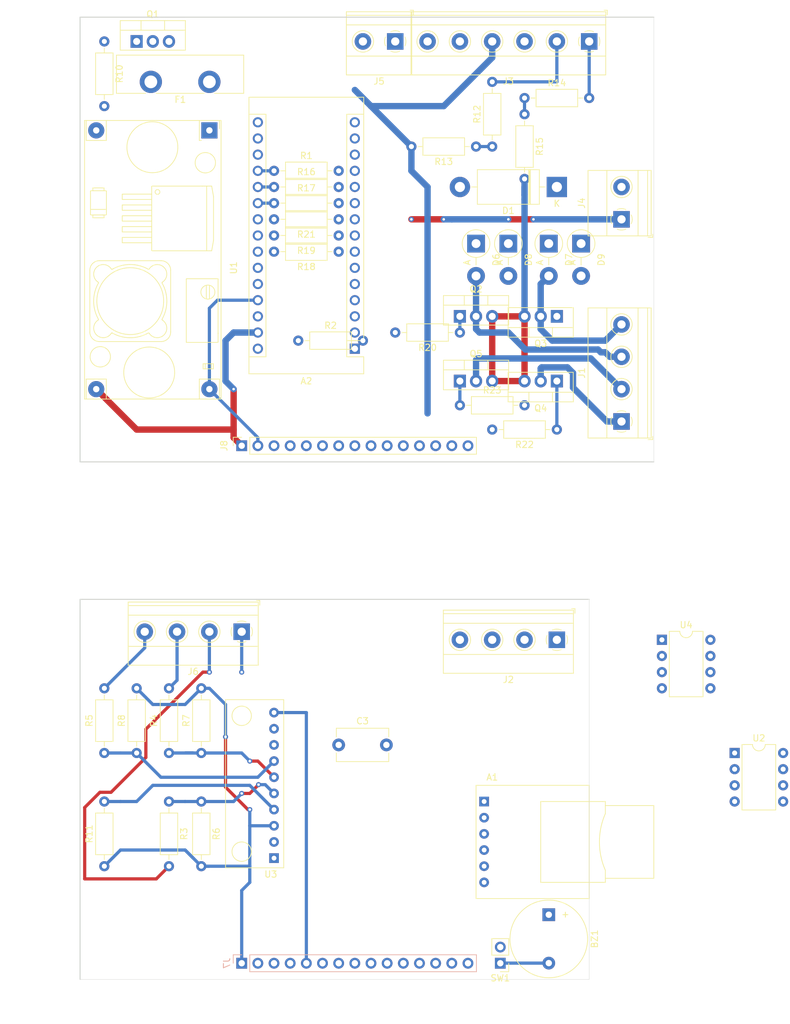
<source format=kicad_pcb>
(kicad_pcb (version 20171130) (host pcbnew "(5.1.9-0-10_14)")

  (general
    (thickness 1.6)
    (drawings 11)
    (tracks 150)
    (zones 0)
    (modules 50)
    (nets 64)
  )

  (page A4)
  (layers
    (0 F.Cu signal)
    (31 B.Cu signal)
    (32 B.Adhes user)
    (33 F.Adhes user)
    (34 B.Paste user hide)
    (35 F.Paste user)
    (36 B.SilkS user)
    (37 F.SilkS user)
    (38 B.Mask user)
    (39 F.Mask user)
    (40 Dwgs.User user)
    (41 Cmts.User user)
    (42 Eco1.User user)
    (43 Eco2.User user)
    (44 Edge.Cuts user)
    (45 Margin user)
    (46 B.CrtYd user hide)
    (47 F.CrtYd user)
    (48 B.Fab user)
    (49 F.Fab user)
  )

  (setup
    (last_trace_width 0.5)
    (trace_clearance 0.4)
    (zone_clearance 0.508)
    (zone_45_only no)
    (trace_min 0.2)
    (via_size 0.8)
    (via_drill 0.4)
    (via_min_size 0.4)
    (via_min_drill 0.3)
    (uvia_size 0.3)
    (uvia_drill 0.1)
    (uvias_allowed no)
    (uvia_min_size 0.2)
    (uvia_min_drill 0.1)
    (edge_width 0.05)
    (segment_width 0.2)
    (pcb_text_width 0.3)
    (pcb_text_size 1.5 1.5)
    (mod_edge_width 0.12)
    (mod_text_size 1 1)
    (mod_text_width 0.15)
    (pad_size 1.524 1.524)
    (pad_drill 0.762)
    (pad_to_mask_clearance 0)
    (aux_axis_origin 0 0)
    (visible_elements FFFDFFFF)
    (pcbplotparams
      (layerselection 0x010fc_ffffffff)
      (usegerberextensions false)
      (usegerberattributes true)
      (usegerberadvancedattributes true)
      (creategerberjobfile true)
      (excludeedgelayer true)
      (linewidth 0.100000)
      (plotframeref false)
      (viasonmask false)
      (mode 1)
      (useauxorigin false)
      (hpglpennumber 1)
      (hpglpenspeed 20)
      (hpglpendiameter 15.000000)
      (psnegative false)
      (psa4output false)
      (plotreference true)
      (plotvalue true)
      (plotinvisibletext false)
      (padsonsilk false)
      (subtractmaskfromsilk false)
      (outputformat 1)
      (mirror false)
      (drillshape 1)
      (scaleselection 1)
      (outputdirectory ""))
  )

  (net 0 "")
  (net 1 D10)
  (net 2 D11)
  (net 3 D13)
  (net 4 D12)
  (net 5 3.3V)
  (net 6 SDA)
  (net 7 SCL)
  (net 8 A6)
  (net 9 D7)
  (net 10 5V)
  (net 11 +5V)
  (net 12 BAT-GND)
  (net 13 A0)
  (net 14 A1)
  (net 15 D2)
  (net 16 A2)
  (net 17 D3)
  (net 18 A3)
  (net 19 D4)
  (net 20 D5)
  (net 21 D6)
  (net 22 A7)
  (net 23 VICTRON-IN-1)
  (net 24 VICTRON-IN-2)
  (net 25 "Net-(BZ1-Pad2)")
  (net 26 BAT-12V)
  (net 27 CHARGE-RELAY-ON)
  (net 28 CHARGE-RELAY-OFF)
  (net 29 LOAD-RELAY-ON)
  (net 30 LOAD-RELAY-OFF)
  (net 31 "Net-(F1-Pad2)")
  (net 32 RS-485-OUT2)
  (net 33 RS-485-OUT1)
  (net 34 CHARGE-RELAY-STATUS)
  (net 35 LOAD-RELAY-STATUS)
  (net 36 CHARGING-STATUS)
  (net 37 CELL-1)
  (net 38 CELL-2)
  (net 39 CELL-3)
  (net 40 CELL-4)
  (net 41 "Net-(Q1-Pad1)")
  (net 42 "Net-(Q2-Pad1)")
  (net 43 "Net-(Q3-Pad1)")
  (net 44 "Net-(Q4-Pad1)")
  (net 45 "Net-(Q5-Pad1)")
  (net 46 UP-CS)
  (net 47 UP-MOSI)
  (net 48 UP-CLK)
  (net 49 UP-MISO)
  (net 50 TUP-01)
  (net 51 UP-SDA)
  (net 52 UP-SCL)
  (net 53 UP-D2)
  (net 54 UP-D3)
  (net 55 D8)
  (net 56 D9)
  (net 57 UP-D7)
  (net 58 UP-3.3V)
  (net 59 UP-5V)
  (net 60 "Net-(D1-Pad1)")
  (net 61 "Net-(R3-Pad1)")
  (net 62 "Net-(R4-Pad1)")
  (net 63 "Net-(R5-Pad1)")

  (net_class Default "This is the default net class."
    (clearance 0.4)
    (trace_width 0.5)
    (via_dia 0.8)
    (via_drill 0.4)
    (uvia_dia 0.3)
    (uvia_drill 0.1)
    (add_net +5V)
    (add_net 3.3V)
    (add_net 5V)
    (add_net A0)
    (add_net A1)
    (add_net A2)
    (add_net A3)
    (add_net A6)
    (add_net A7)
    (add_net CELL-1)
    (add_net CELL-2)
    (add_net CELL-3)
    (add_net CELL-4)
    (add_net CHARGE-RELAY-STATUS)
    (add_net CHARGING-STATUS)
    (add_net D10)
    (add_net D11)
    (add_net D12)
    (add_net D13)
    (add_net D2)
    (add_net D3)
    (add_net D4)
    (add_net D5)
    (add_net D6)
    (add_net D7)
    (add_net D8)
    (add_net D9)
    (add_net LOAD-RELAY-STATUS)
    (add_net "Net-(BZ1-Pad2)")
    (add_net "Net-(D1-Pad1)")
    (add_net "Net-(F1-Pad2)")
    (add_net "Net-(Q1-Pad1)")
    (add_net "Net-(Q2-Pad1)")
    (add_net "Net-(Q3-Pad1)")
    (add_net "Net-(Q4-Pad1)")
    (add_net "Net-(Q5-Pad1)")
    (add_net "Net-(R3-Pad1)")
    (add_net "Net-(R4-Pad1)")
    (add_net "Net-(R5-Pad1)")
    (add_net RS-485-OUT1)
    (add_net RS-485-OUT2)
    (add_net SCL)
    (add_net SDA)
    (add_net TUP-01)
    (add_net UP-3.3V)
    (add_net UP-5V)
    (add_net UP-CLK)
    (add_net UP-CS)
    (add_net UP-D2)
    (add_net UP-D3)
    (add_net UP-D7)
    (add_net UP-MISO)
    (add_net UP-MOSI)
    (add_net UP-SCL)
    (add_net UP-SDA)
    (add_net VICTRON-IN-1)
    (add_net VICTRON-IN-2)
  )

  (net_class power ""
    (clearance 0.4)
    (trace_width 1)
    (via_dia 0.8)
    (via_drill 0.4)
    (uvia_dia 0.3)
    (uvia_drill 0.1)
    (add_net BAT-12V)
    (add_net BAT-GND)
    (add_net CHARGE-RELAY-OFF)
    (add_net CHARGE-RELAY-ON)
    (add_net LOAD-RELAY-OFF)
    (add_net LOAD-RELAY-ON)
  )

  (module Resistor_THT:R_Axial_DIN0207_L6.3mm_D2.5mm_P10.16mm_Horizontal (layer F.Cu) (tedit 5AE5139B) (tstamp 61A06D84)
    (at 80.01 151.13 90)
    (descr "Resistor, Axial_DIN0207 series, Axial, Horizontal, pin pitch=10.16mm, 0.25W = 1/4W, length*diameter=6.3*2.5mm^2, http://cdn-reichelt.de/documents/datenblatt/B400/1_4W%23YAG.pdf")
    (tags "Resistor Axial_DIN0207 series Axial Horizontal pin pitch 10.16mm 0.25W = 1/4W length 6.3mm diameter 2.5mm")
    (path /61AF877B)
    (fp_text reference R7 (at 5.08 -2.37 90) (layer F.SilkS)
      (effects (font (size 1 1) (thickness 0.15)))
    )
    (fp_text value 330 (at 5.08 2.37 90) (layer F.Fab)
      (effects (font (size 1 1) (thickness 0.15)))
    )
    (fp_line (start 11.21 -1.5) (end -1.05 -1.5) (layer F.CrtYd) (width 0.05))
    (fp_line (start 11.21 1.5) (end 11.21 -1.5) (layer F.CrtYd) (width 0.05))
    (fp_line (start -1.05 1.5) (end 11.21 1.5) (layer F.CrtYd) (width 0.05))
    (fp_line (start -1.05 -1.5) (end -1.05 1.5) (layer F.CrtYd) (width 0.05))
    (fp_line (start 9.12 0) (end 8.35 0) (layer F.SilkS) (width 0.12))
    (fp_line (start 1.04 0) (end 1.81 0) (layer F.SilkS) (width 0.12))
    (fp_line (start 8.35 -1.37) (end 1.81 -1.37) (layer F.SilkS) (width 0.12))
    (fp_line (start 8.35 1.37) (end 8.35 -1.37) (layer F.SilkS) (width 0.12))
    (fp_line (start 1.81 1.37) (end 8.35 1.37) (layer F.SilkS) (width 0.12))
    (fp_line (start 1.81 -1.37) (end 1.81 1.37) (layer F.SilkS) (width 0.12))
    (fp_line (start 10.16 0) (end 8.23 0) (layer F.Fab) (width 0.1))
    (fp_line (start 0 0) (end 1.93 0) (layer F.Fab) (width 0.1))
    (fp_line (start 8.23 -1.25) (end 1.93 -1.25) (layer F.Fab) (width 0.1))
    (fp_line (start 8.23 1.25) (end 8.23 -1.25) (layer F.Fab) (width 0.1))
    (fp_line (start 1.93 1.25) (end 8.23 1.25) (layer F.Fab) (width 0.1))
    (fp_line (start 1.93 -1.25) (end 1.93 1.25) (layer F.Fab) (width 0.1))
    (fp_text user %R (at 5.08 0 90) (layer F.Fab)
      (effects (font (size 1 1) (thickness 0.15)))
    )
    (pad 1 thru_hole circle (at 0 0 90) (size 1.6 1.6) (drill 0.8) (layers *.Cu *.Mask)
      (net 62 "Net-(R4-Pad1)"))
    (pad 2 thru_hole oval (at 10.16 0 90) (size 1.6 1.6) (drill 0.8) (layers *.Cu *.Mask)
      (net 50 TUP-01))
    (model ${KISYS3DMOD}/Resistor_THT.3dshapes/R_Axial_DIN0207_L6.3mm_D2.5mm_P10.16mm_Horizontal.wrl
      (at (xyz 0 0 0))
      (scale (xyz 1 1 1))
      (rotate (xyz 0 0 0))
    )
  )

  (module Resistor_THT:R_Axial_DIN0207_L6.3mm_D2.5mm_P10.16mm_Horizontal (layer F.Cu) (tedit 5AE5139B) (tstamp 61A06ECE)
    (at 64.77 151.13 90)
    (descr "Resistor, Axial_DIN0207 series, Axial, Horizontal, pin pitch=10.16mm, 0.25W = 1/4W, length*diameter=6.3*2.5mm^2, http://cdn-reichelt.de/documents/datenblatt/B400/1_4W%23YAG.pdf")
    (tags "Resistor Axial_DIN0207 series Axial Horizontal pin pitch 10.16mm 0.25W = 1/4W length 6.3mm diameter 2.5mm")
    (path /61AFDF3A)
    (fp_text reference R5 (at 5.08 -2.37 90) (layer F.SilkS)
      (effects (font (size 1 1) (thickness 0.15)))
    )
    (fp_text value 5.1K (at 5.08 2.37 90) (layer F.Fab)
      (effects (font (size 1 1) (thickness 0.15)))
    )
    (fp_line (start 1.93 -1.25) (end 1.93 1.25) (layer F.Fab) (width 0.1))
    (fp_line (start 1.93 1.25) (end 8.23 1.25) (layer F.Fab) (width 0.1))
    (fp_line (start 8.23 1.25) (end 8.23 -1.25) (layer F.Fab) (width 0.1))
    (fp_line (start 8.23 -1.25) (end 1.93 -1.25) (layer F.Fab) (width 0.1))
    (fp_line (start 0 0) (end 1.93 0) (layer F.Fab) (width 0.1))
    (fp_line (start 10.16 0) (end 8.23 0) (layer F.Fab) (width 0.1))
    (fp_line (start 1.81 -1.37) (end 1.81 1.37) (layer F.SilkS) (width 0.12))
    (fp_line (start 1.81 1.37) (end 8.35 1.37) (layer F.SilkS) (width 0.12))
    (fp_line (start 8.35 1.37) (end 8.35 -1.37) (layer F.SilkS) (width 0.12))
    (fp_line (start 8.35 -1.37) (end 1.81 -1.37) (layer F.SilkS) (width 0.12))
    (fp_line (start 1.04 0) (end 1.81 0) (layer F.SilkS) (width 0.12))
    (fp_line (start 9.12 0) (end 8.35 0) (layer F.SilkS) (width 0.12))
    (fp_line (start -1.05 -1.5) (end -1.05 1.5) (layer F.CrtYd) (width 0.05))
    (fp_line (start -1.05 1.5) (end 11.21 1.5) (layer F.CrtYd) (width 0.05))
    (fp_line (start 11.21 1.5) (end 11.21 -1.5) (layer F.CrtYd) (width 0.05))
    (fp_line (start 11.21 -1.5) (end -1.05 -1.5) (layer F.CrtYd) (width 0.05))
    (pad 2 thru_hole oval (at 10.16 0 90) (size 1.6 1.6) (drill 0.8) (layers *.Cu *.Mask)
      (net 40 CELL-4))
    (pad 1 thru_hole circle (at 0 0 90) (size 1.6 1.6) (drill 0.8) (layers *.Cu *.Mask)
      (net 63 "Net-(R5-Pad1)"))
    (model ${KISYS3DMOD}/Resistor_THT.3dshapes/R_Axial_DIN0207_L6.3mm_D2.5mm_P10.16mm_Horizontal.wrl
      (at (xyz 0 0 0))
      (scale (xyz 1 1 1))
      (rotate (xyz 0 0 0))
    )
  )

  (module Resistor_THT:R_Axial_DIN0207_L6.3mm_D2.5mm_P10.16mm_Horizontal (layer F.Cu) (tedit 5AE5139B) (tstamp 61A06E8C)
    (at 74.93 151.13 90)
    (descr "Resistor, Axial_DIN0207 series, Axial, Horizontal, pin pitch=10.16mm, 0.25W = 1/4W, length*diameter=6.3*2.5mm^2, http://cdn-reichelt.de/documents/datenblatt/B400/1_4W%23YAG.pdf")
    (tags "Resistor Axial_DIN0207 series Axial Horizontal pin pitch 10.16mm 0.25W = 1/4W length 6.3mm diameter 2.5mm")
    (path /61AF8771)
    (fp_text reference R4 (at 5.08 -2.37 90) (layer F.SilkS)
      (effects (font (size 1 1) (thickness 0.15)))
    )
    (fp_text value 474 (at 5.08 2.37 90) (layer F.Fab)
      (effects (font (size 1 1) (thickness 0.15)))
    )
    (fp_line (start 1.93 -1.25) (end 1.93 1.25) (layer F.Fab) (width 0.1))
    (fp_line (start 1.93 1.25) (end 8.23 1.25) (layer F.Fab) (width 0.1))
    (fp_line (start 8.23 1.25) (end 8.23 -1.25) (layer F.Fab) (width 0.1))
    (fp_line (start 8.23 -1.25) (end 1.93 -1.25) (layer F.Fab) (width 0.1))
    (fp_line (start 0 0) (end 1.93 0) (layer F.Fab) (width 0.1))
    (fp_line (start 10.16 0) (end 8.23 0) (layer F.Fab) (width 0.1))
    (fp_line (start 1.81 -1.37) (end 1.81 1.37) (layer F.SilkS) (width 0.12))
    (fp_line (start 1.81 1.37) (end 8.35 1.37) (layer F.SilkS) (width 0.12))
    (fp_line (start 8.35 1.37) (end 8.35 -1.37) (layer F.SilkS) (width 0.12))
    (fp_line (start 8.35 -1.37) (end 1.81 -1.37) (layer F.SilkS) (width 0.12))
    (fp_line (start 1.04 0) (end 1.81 0) (layer F.SilkS) (width 0.12))
    (fp_line (start 9.12 0) (end 8.35 0) (layer F.SilkS) (width 0.12))
    (fp_line (start -1.05 -1.5) (end -1.05 1.5) (layer F.CrtYd) (width 0.05))
    (fp_line (start -1.05 1.5) (end 11.21 1.5) (layer F.CrtYd) (width 0.05))
    (fp_line (start 11.21 1.5) (end 11.21 -1.5) (layer F.CrtYd) (width 0.05))
    (fp_line (start 11.21 -1.5) (end -1.05 -1.5) (layer F.CrtYd) (width 0.05))
    (fp_text user %R (at 5.08 0 90) (layer F.Fab)
      (effects (font (size 1 1) (thickness 0.15)))
    )
    (pad 2 thru_hole oval (at 10.16 0 90) (size 1.6 1.6) (drill 0.8) (layers *.Cu *.Mask)
      (net 39 CELL-3))
    (pad 1 thru_hole circle (at 0 0 90) (size 1.6 1.6) (drill 0.8) (layers *.Cu *.Mask)
      (net 62 "Net-(R4-Pad1)"))
    (model ${KISYS3DMOD}/Resistor_THT.3dshapes/R_Axial_DIN0207_L6.3mm_D2.5mm_P10.16mm_Horizontal.wrl
      (at (xyz 0 0 0))
      (scale (xyz 1 1 1))
      (rotate (xyz 0 0 0))
    )
  )

  (module Resistor_THT:R_Axial_DIN0207_L6.3mm_D2.5mm_P10.16mm_Horizontal (layer F.Cu) (tedit 5AE5139B) (tstamp 61A06E4A)
    (at 74.93 158.75 270)
    (descr "Resistor, Axial_DIN0207 series, Axial, Horizontal, pin pitch=10.16mm, 0.25W = 1/4W, length*diameter=6.3*2.5mm^2, http://cdn-reichelt.de/documents/datenblatt/B400/1_4W%23YAG.pdf")
    (tags "Resistor Axial_DIN0207 series Axial Horizontal pin pitch 10.16mm 0.25W = 1/4W length 6.3mm diameter 2.5mm")
    (path /61AD507C)
    (fp_text reference R3 (at 5.08 -2.37 90) (layer F.SilkS)
      (effects (font (size 1 1) (thickness 0.15)))
    )
    (fp_text value 21.6K (at 5.08 2.37 90) (layer F.Fab)
      (effects (font (size 1 1) (thickness 0.15)))
    )
    (fp_line (start 1.93 -1.25) (end 1.93 1.25) (layer F.Fab) (width 0.1))
    (fp_line (start 1.93 1.25) (end 8.23 1.25) (layer F.Fab) (width 0.1))
    (fp_line (start 8.23 1.25) (end 8.23 -1.25) (layer F.Fab) (width 0.1))
    (fp_line (start 8.23 -1.25) (end 1.93 -1.25) (layer F.Fab) (width 0.1))
    (fp_line (start 0 0) (end 1.93 0) (layer F.Fab) (width 0.1))
    (fp_line (start 10.16 0) (end 8.23 0) (layer F.Fab) (width 0.1))
    (fp_line (start 1.81 -1.37) (end 1.81 1.37) (layer F.SilkS) (width 0.12))
    (fp_line (start 1.81 1.37) (end 8.35 1.37) (layer F.SilkS) (width 0.12))
    (fp_line (start 8.35 1.37) (end 8.35 -1.37) (layer F.SilkS) (width 0.12))
    (fp_line (start 8.35 -1.37) (end 1.81 -1.37) (layer F.SilkS) (width 0.12))
    (fp_line (start 1.04 0) (end 1.81 0) (layer F.SilkS) (width 0.12))
    (fp_line (start 9.12 0) (end 8.35 0) (layer F.SilkS) (width 0.12))
    (fp_line (start -1.05 -1.5) (end -1.05 1.5) (layer F.CrtYd) (width 0.05))
    (fp_line (start -1.05 1.5) (end 11.21 1.5) (layer F.CrtYd) (width 0.05))
    (fp_line (start 11.21 1.5) (end 11.21 -1.5) (layer F.CrtYd) (width 0.05))
    (fp_line (start 11.21 -1.5) (end -1.05 -1.5) (layer F.CrtYd) (width 0.05))
    (fp_text user %R (at 5.08 0 90) (layer F.Fab)
      (effects (font (size 1 1) (thickness 0.15)))
    )
    (pad 2 thru_hole oval (at 10.16 0 270) (size 1.6 1.6) (drill 0.8) (layers *.Cu *.Mask)
      (net 38 CELL-2))
    (pad 1 thru_hole circle (at 0 0 270) (size 1.6 1.6) (drill 0.8) (layers *.Cu *.Mask)
      (net 61 "Net-(R3-Pad1)"))
    (model ${KISYS3DMOD}/Resistor_THT.3dshapes/R_Axial_DIN0207_L6.3mm_D2.5mm_P10.16mm_Horizontal.wrl
      (at (xyz 0 0 0))
      (scale (xyz 1 1 1))
      (rotate (xyz 0 0 0))
    )
  )

  (module Resistor_THT:R_Axial_DIN0207_L6.3mm_D2.5mm_P10.16mm_Horizontal (layer F.Cu) (tedit 5AE5139B) (tstamp 61A06951)
    (at 80.01 158.75 270)
    (descr "Resistor, Axial_DIN0207 series, Axial, Horizontal, pin pitch=10.16mm, 0.25W = 1/4W, length*diameter=6.3*2.5mm^2, http://cdn-reichelt.de/documents/datenblatt/B400/1_4W%23YAG.pdf")
    (tags "Resistor Axial_DIN0207 series Axial Horizontal pin pitch 10.16mm 0.25W = 1/4W length 6.3mm diameter 2.5mm")
    (path /61AD5529)
    (fp_text reference R6 (at 5.08 -2.37 90) (layer F.SilkS)
      (effects (font (size 1 1) (thickness 0.15)))
    )
    (fp_text value 32K (at 5.08 2.37 90) (layer F.Fab)
      (effects (font (size 1 1) (thickness 0.15)))
    )
    (fp_line (start 11.21 -1.5) (end -1.05 -1.5) (layer F.CrtYd) (width 0.05))
    (fp_line (start 11.21 1.5) (end 11.21 -1.5) (layer F.CrtYd) (width 0.05))
    (fp_line (start -1.05 1.5) (end 11.21 1.5) (layer F.CrtYd) (width 0.05))
    (fp_line (start -1.05 -1.5) (end -1.05 1.5) (layer F.CrtYd) (width 0.05))
    (fp_line (start 9.12 0) (end 8.35 0) (layer F.SilkS) (width 0.12))
    (fp_line (start 1.04 0) (end 1.81 0) (layer F.SilkS) (width 0.12))
    (fp_line (start 8.35 -1.37) (end 1.81 -1.37) (layer F.SilkS) (width 0.12))
    (fp_line (start 8.35 1.37) (end 8.35 -1.37) (layer F.SilkS) (width 0.12))
    (fp_line (start 1.81 1.37) (end 8.35 1.37) (layer F.SilkS) (width 0.12))
    (fp_line (start 1.81 -1.37) (end 1.81 1.37) (layer F.SilkS) (width 0.12))
    (fp_line (start 10.16 0) (end 8.23 0) (layer F.Fab) (width 0.1))
    (fp_line (start 0 0) (end 1.93 0) (layer F.Fab) (width 0.1))
    (fp_line (start 8.23 -1.25) (end 1.93 -1.25) (layer F.Fab) (width 0.1))
    (fp_line (start 8.23 1.25) (end 8.23 -1.25) (layer F.Fab) (width 0.1))
    (fp_line (start 1.93 1.25) (end 8.23 1.25) (layer F.Fab) (width 0.1))
    (fp_line (start 1.93 -1.25) (end 1.93 1.25) (layer F.Fab) (width 0.1))
    (fp_text user %R (at 5.08 0 90) (layer F.Fab)
      (effects (font (size 1 1) (thickness 0.15)))
    )
    (pad 1 thru_hole circle (at 0 0 270) (size 1.6 1.6) (drill 0.8) (layers *.Cu *.Mask)
      (net 61 "Net-(R3-Pad1)"))
    (pad 2 thru_hole oval (at 10.16 0 270) (size 1.6 1.6) (drill 0.8) (layers *.Cu *.Mask)
      (net 50 TUP-01))
    (model ${KISYS3DMOD}/Resistor_THT.3dshapes/R_Axial_DIN0207_L6.3mm_D2.5mm_P10.16mm_Horizontal.wrl
      (at (xyz 0 0 0))
      (scale (xyz 1 1 1))
      (rotate (xyz 0 0 0))
    )
  )

  (module Resistor_THT:R_Axial_DIN0207_L6.3mm_D2.5mm_P10.16mm_Horizontal (layer F.Cu) (tedit 5AE5139B) (tstamp 61A06DC6)
    (at 69.85 151.13 90)
    (descr "Resistor, Axial_DIN0207 series, Axial, Horizontal, pin pitch=10.16mm, 0.25W = 1/4W, length*diameter=6.3*2.5mm^2, http://cdn-reichelt.de/documents/datenblatt/B400/1_4W%23YAG.pdf")
    (tags "Resistor Axial_DIN0207 series Axial Horizontal pin pitch 10.16mm 0.25W = 1/4W length 6.3mm diameter 2.5mm")
    (path /61AFDF44)
    (fp_text reference R8 (at 5.08 -2.37 90) (layer F.SilkS)
      (effects (font (size 1 1) (thickness 0.15)))
    )
    (fp_text value 2.2K (at 5.08 2.37 90) (layer F.Fab)
      (effects (font (size 1 1) (thickness 0.15)))
    )
    (fp_line (start 11.21 -1.5) (end -1.05 -1.5) (layer F.CrtYd) (width 0.05))
    (fp_line (start 11.21 1.5) (end 11.21 -1.5) (layer F.CrtYd) (width 0.05))
    (fp_line (start -1.05 1.5) (end 11.21 1.5) (layer F.CrtYd) (width 0.05))
    (fp_line (start -1.05 -1.5) (end -1.05 1.5) (layer F.CrtYd) (width 0.05))
    (fp_line (start 9.12 0) (end 8.35 0) (layer F.SilkS) (width 0.12))
    (fp_line (start 1.04 0) (end 1.81 0) (layer F.SilkS) (width 0.12))
    (fp_line (start 8.35 -1.37) (end 1.81 -1.37) (layer F.SilkS) (width 0.12))
    (fp_line (start 8.35 1.37) (end 8.35 -1.37) (layer F.SilkS) (width 0.12))
    (fp_line (start 1.81 1.37) (end 8.35 1.37) (layer F.SilkS) (width 0.12))
    (fp_line (start 1.81 -1.37) (end 1.81 1.37) (layer F.SilkS) (width 0.12))
    (fp_line (start 10.16 0) (end 8.23 0) (layer F.Fab) (width 0.1))
    (fp_line (start 0 0) (end 1.93 0) (layer F.Fab) (width 0.1))
    (fp_line (start 8.23 -1.25) (end 1.93 -1.25) (layer F.Fab) (width 0.1))
    (fp_line (start 8.23 1.25) (end 8.23 -1.25) (layer F.Fab) (width 0.1))
    (fp_line (start 1.93 1.25) (end 8.23 1.25) (layer F.Fab) (width 0.1))
    (fp_line (start 1.93 -1.25) (end 1.93 1.25) (layer F.Fab) (width 0.1))
    (fp_text user %R (at 5.08 0 90) (layer F.Fab)
      (effects (font (size 1 1) (thickness 0.15)))
    )
    (pad 1 thru_hole circle (at 0 0 90) (size 1.6 1.6) (drill 0.8) (layers *.Cu *.Mask)
      (net 63 "Net-(R5-Pad1)"))
    (pad 2 thru_hole oval (at 10.16 0 90) (size 1.6 1.6) (drill 0.8) (layers *.Cu *.Mask)
      (net 50 TUP-01))
    (model ${KISYS3DMOD}/Resistor_THT.3dshapes/R_Axial_DIN0207_L6.3mm_D2.5mm_P10.16mm_Horizontal.wrl
      (at (xyz 0 0 0))
      (scale (xyz 1 1 1))
      (rotate (xyz 0 0 0))
    )
  )

  (module TerminalBlock_Phoenix:TerminalBlock_Phoenix_MKDS-1,5-4-5.08_1x04_P5.08mm_Horizontal (layer F.Cu) (tedit 5B294EBC) (tstamp 61A0012B)
    (at 86.36 132.08 180)
    (descr "Terminal Block Phoenix MKDS-1,5-4-5.08, 4 pins, pitch 5.08mm, size 20.3x9.8mm^2, drill diamater 1.3mm, pad diameter 2.6mm, see http://www.farnell.com/datasheets/100425.pdf, script-generated using https://github.com/pointhi/kicad-footprint-generator/scripts/TerminalBlock_Phoenix")
    (tags "THT Terminal Block Phoenix MKDS-1,5-4-5.08 pitch 5.08mm size 20.3x9.8mm^2 drill 1.3mm pad 2.6mm")
    (path /61DEB6EA)
    (fp_text reference J6 (at 7.62 -6.26) (layer F.SilkS)
      (effects (font (size 1 1) (thickness 0.15)))
    )
    (fp_text value "Screw_Terminal_01x04 - Cells " (at 7.62 5.66) (layer F.Fab)
      (effects (font (size 1 1) (thickness 0.15)))
    )
    (fp_line (start 18.28 -5.71) (end -3.04 -5.71) (layer F.CrtYd) (width 0.05))
    (fp_line (start 18.28 5.1) (end 18.28 -5.71) (layer F.CrtYd) (width 0.05))
    (fp_line (start -3.04 5.1) (end 18.28 5.1) (layer F.CrtYd) (width 0.05))
    (fp_line (start -3.04 -5.71) (end -3.04 5.1) (layer F.CrtYd) (width 0.05))
    (fp_line (start -2.84 4.9) (end -2.34 4.9) (layer F.SilkS) (width 0.12))
    (fp_line (start -2.84 4.16) (end -2.84 4.9) (layer F.SilkS) (width 0.12))
    (fp_line (start 14.013 1.023) (end 13.966 1.069) (layer F.SilkS) (width 0.12))
    (fp_line (start 16.31 -1.275) (end 16.275 -1.239) (layer F.SilkS) (width 0.12))
    (fp_line (start 14.206 1.239) (end 14.171 1.274) (layer F.SilkS) (width 0.12))
    (fp_line (start 16.515 -1.069) (end 16.468 -1.023) (layer F.SilkS) (width 0.12))
    (fp_line (start 16.195 -1.138) (end 14.103 0.955) (layer F.Fab) (width 0.1))
    (fp_line (start 16.378 -0.955) (end 14.286 1.138) (layer F.Fab) (width 0.1))
    (fp_line (start 8.933 1.023) (end 8.886 1.069) (layer F.SilkS) (width 0.12))
    (fp_line (start 11.23 -1.275) (end 11.195 -1.239) (layer F.SilkS) (width 0.12))
    (fp_line (start 9.126 1.239) (end 9.091 1.274) (layer F.SilkS) (width 0.12))
    (fp_line (start 11.435 -1.069) (end 11.388 -1.023) (layer F.SilkS) (width 0.12))
    (fp_line (start 11.115 -1.138) (end 9.023 0.955) (layer F.Fab) (width 0.1))
    (fp_line (start 11.298 -0.955) (end 9.206 1.138) (layer F.Fab) (width 0.1))
    (fp_line (start 3.853 1.023) (end 3.806 1.069) (layer F.SilkS) (width 0.12))
    (fp_line (start 6.15 -1.275) (end 6.115 -1.239) (layer F.SilkS) (width 0.12))
    (fp_line (start 4.046 1.239) (end 4.011 1.274) (layer F.SilkS) (width 0.12))
    (fp_line (start 6.355 -1.069) (end 6.308 -1.023) (layer F.SilkS) (width 0.12))
    (fp_line (start 6.035 -1.138) (end 3.943 0.955) (layer F.Fab) (width 0.1))
    (fp_line (start 6.218 -0.955) (end 4.126 1.138) (layer F.Fab) (width 0.1))
    (fp_line (start 0.955 -1.138) (end -1.138 0.955) (layer F.Fab) (width 0.1))
    (fp_line (start 1.138 -0.955) (end -0.955 1.138) (layer F.Fab) (width 0.1))
    (fp_line (start 17.84 -5.261) (end 17.84 4.66) (layer F.SilkS) (width 0.12))
    (fp_line (start -2.6 -5.261) (end -2.6 4.66) (layer F.SilkS) (width 0.12))
    (fp_line (start -2.6 4.66) (end 17.84 4.66) (layer F.SilkS) (width 0.12))
    (fp_line (start -2.6 -5.261) (end 17.84 -5.261) (layer F.SilkS) (width 0.12))
    (fp_line (start -2.6 -2.301) (end 17.84 -2.301) (layer F.SilkS) (width 0.12))
    (fp_line (start -2.54 -2.3) (end 17.78 -2.3) (layer F.Fab) (width 0.1))
    (fp_line (start -2.6 2.6) (end 17.84 2.6) (layer F.SilkS) (width 0.12))
    (fp_line (start -2.54 2.6) (end 17.78 2.6) (layer F.Fab) (width 0.1))
    (fp_line (start -2.6 4.1) (end 17.84 4.1) (layer F.SilkS) (width 0.12))
    (fp_line (start -2.54 4.1) (end 17.78 4.1) (layer F.Fab) (width 0.1))
    (fp_line (start -2.54 4.1) (end -2.54 -5.2) (layer F.Fab) (width 0.1))
    (fp_line (start -2.04 4.6) (end -2.54 4.1) (layer F.Fab) (width 0.1))
    (fp_line (start 17.78 4.6) (end -2.04 4.6) (layer F.Fab) (width 0.1))
    (fp_line (start 17.78 -5.2) (end 17.78 4.6) (layer F.Fab) (width 0.1))
    (fp_line (start -2.54 -5.2) (end 17.78 -5.2) (layer F.Fab) (width 0.1))
    (fp_circle (center 15.24 0) (end 16.92 0) (layer F.SilkS) (width 0.12))
    (fp_circle (center 15.24 0) (end 16.74 0) (layer F.Fab) (width 0.1))
    (fp_circle (center 10.16 0) (end 11.84 0) (layer F.SilkS) (width 0.12))
    (fp_circle (center 10.16 0) (end 11.66 0) (layer F.Fab) (width 0.1))
    (fp_circle (center 5.08 0) (end 6.76 0) (layer F.SilkS) (width 0.12))
    (fp_circle (center 5.08 0) (end 6.58 0) (layer F.Fab) (width 0.1))
    (fp_circle (center 0 0) (end 1.5 0) (layer F.Fab) (width 0.1))
    (fp_arc (start 0 0) (end 0 1.68) (angle -24) (layer F.SilkS) (width 0.12))
    (fp_arc (start 0 0) (end 1.535 0.684) (angle -48) (layer F.SilkS) (width 0.12))
    (fp_arc (start 0 0) (end 0.684 -1.535) (angle -48) (layer F.SilkS) (width 0.12))
    (fp_arc (start 0 0) (end -1.535 -0.684) (angle -48) (layer F.SilkS) (width 0.12))
    (fp_arc (start 0 0) (end -0.684 1.535) (angle -25) (layer F.SilkS) (width 0.12))
    (fp_text user %R (at 7.62 3.2) (layer F.Fab)
      (effects (font (size 1 1) (thickness 0.15)))
    )
    (pad 1 thru_hole rect (at 0 0 180) (size 2.6 2.6) (drill 1.3) (layers *.Cu *.Mask)
      (net 37 CELL-1))
    (pad 2 thru_hole circle (at 5.08 0 180) (size 2.6 2.6) (drill 1.3) (layers *.Cu *.Mask)
      (net 38 CELL-2))
    (pad 3 thru_hole circle (at 10.16 0 180) (size 2.6 2.6) (drill 1.3) (layers *.Cu *.Mask)
      (net 39 CELL-3))
    (pad 4 thru_hole circle (at 15.24 0 180) (size 2.6 2.6) (drill 1.3) (layers *.Cu *.Mask)
      (net 40 CELL-4))
    (model ${KISYS3DMOD}/TerminalBlock_Phoenix.3dshapes/TerminalBlock_Phoenix_MKDS-1,5-4-5.08_1x04_P5.08mm_Horizontal.wrl
      (at (xyz 0 0 0))
      (scale (xyz 1 1 1))
      (rotate (xyz 0 0 0))
    )
  )

  (module Charleslabs_Parts:ADC1115_ADC_Module (layer F.Cu) (tedit 5DE94B11) (tstamp 619ED87D)
    (at 91.44 167.64 180)
    (path /5FF655F5)
    (fp_text reference U3 (at 0.508 -2.54) (layer F.SilkS)
      (effects (font (size 1 1) (thickness 0.15)))
    )
    (fp_text value ADS1115IDGS (at 5.08 11.176 90) (layer F.Fab)
      (effects (font (size 1 1) (thickness 0.15)))
    )
    (fp_line (start -1.524 24.892) (end -1.524 -1.524) (layer F.CrtYd) (width 0.12))
    (fp_line (start 7.62 24.892) (end -1.524 24.892) (layer F.CrtYd) (width 0.12))
    (fp_line (start 7.62 -1.524) (end 7.62 24.892) (layer F.CrtYd) (width 0.12))
    (fp_line (start -1.524 -1.524) (end 7.62 -1.524) (layer F.CrtYd) (width 0.12))
    (fp_circle (center 5.08 22.352) (end 5.08 20.828) (layer F.SilkS) (width 0.12))
    (fp_circle (center 5.08 1.016) (end 5.08 -0.508) (layer F.SilkS) (width 0.12))
    (fp_line (start -1.524 24.892) (end -1.524 -1.524) (layer F.SilkS) (width 0.12))
    (fp_line (start 7.62 24.892) (end -1.524 24.892) (layer F.SilkS) (width 0.12))
    (fp_line (start 7.62 -1.524) (end 7.62 24.892) (layer F.SilkS) (width 0.12))
    (fp_line (start -1.524 -1.524) (end 7.62 -1.524) (layer F.SilkS) (width 0.12))
    (pad 1 thru_hole rect (at 0 0 180) (size 1.524 1.524) (drill 0.762) (layers *.Cu *.Mask))
    (pad 2 thru_hole circle (at 0 2.54 180) (size 1.524 1.524) (drill 0.762) (layers *.Cu *.Mask))
    (pad 3 thru_hole circle (at 0 5.08 180) (size 1.524 1.524) (drill 0.762) (layers *.Cu *.Mask)
      (net 50 TUP-01))
    (pad 4 thru_hole circle (at 0 7.62 180) (size 1.524 1.524) (drill 0.762) (layers *.Cu *.Mask)
      (net 37 CELL-1))
    (pad 5 thru_hole circle (at 0 10.16 180) (size 1.524 1.524) (drill 0.762) (layers *.Cu *.Mask)
      (net 61 "Net-(R3-Pad1)"))
    (pad 6 thru_hole circle (at 0 12.7 180) (size 1.524 1.524) (drill 0.762) (layers *.Cu *.Mask)
      (net 62 "Net-(R4-Pad1)"))
    (pad 7 thru_hole circle (at 0 15.24 180) (size 1.524 1.524) (drill 0.762) (layers *.Cu *.Mask)
      (net 63 "Net-(R5-Pad1)"))
    (pad 8 thru_hole circle (at 0 17.78 180) (size 1.524 1.524) (drill 0.762) (layers *.Cu *.Mask)
      (net 59 UP-5V))
    (pad 9 thru_hole circle (at 0 20.32 180) (size 1.524 1.524) (drill 0.762) (layers *.Cu *.Mask)
      (net 51 UP-SDA))
    (pad 10 thru_hole circle (at 0 22.86 180) (size 1.524 1.524) (drill 0.762) (layers *.Cu *.Mask)
      (net 52 UP-SCL))
  )

  (module Charleslabs_Parts:SD_Card_Module (layer F.Cu) (tedit 5DE8B4F9) (tstamp 619ED7CA)
    (at 124.46 158.75)
    (path /61B94D6F)
    (fp_text reference A1 (at 1.27 -3.81) (layer F.SilkS)
      (effects (font (size 1 1) (thickness 0.15)))
    )
    (fp_text value SD_Card_Module (at 10.795 -3.81) (layer F.Fab)
      (effects (font (size 1 1) (thickness 0.15)))
    )
    (fp_line (start -1.27 -2.54) (end 16.51 -2.54) (layer F.SilkS) (width 0.12))
    (fp_line (start 16.51 -2.54) (end 16.51 15.24) (layer F.SilkS) (width 0.12))
    (fp_line (start 16.51 15.24) (end -1.27 15.24) (layer F.SilkS) (width 0.12))
    (fp_line (start -1.27 15.24) (end -1.27 -2.54) (layer F.SilkS) (width 0.12))
    (fp_line (start 8.89 0) (end 8.89 12.7) (layer F.SilkS) (width 0.12))
    (fp_line (start 8.89 12.7) (end 19.05 12.7) (layer F.SilkS) (width 0.12))
    (fp_line (start 8.89 0) (end 19.05 0) (layer F.SilkS) (width 0.12))
    (fp_line (start 19.05 0) (end 19.05 1.905) (layer F.SilkS) (width 0.12))
    (fp_line (start 19.05 12.7) (end 19.05 10.795) (layer F.SilkS) (width 0.12))
    (fp_line (start 16.51 15.24) (end 16.51 -2.54) (layer F.CrtYd) (width 0.12))
    (fp_line (start 16.51 -2.54) (end -1.27 -2.54) (layer F.CrtYd) (width 0.12))
    (fp_line (start -1.27 -2.54) (end -1.27 15.24) (layer F.CrtYd) (width 0.12))
    (fp_line (start -1.27 15.24) (end 16.51 15.24) (layer F.CrtYd) (width 0.12))
    (fp_line (start 19.05 0.635) (end 26.67 0.635) (layer F.SilkS) (width 0.12))
    (fp_line (start 26.67 0.635) (end 26.67 12.065) (layer F.SilkS) (width 0.12))
    (fp_line (start 26.67 12.065) (end 19.05 12.065) (layer F.SilkS) (width 0.12))
    (fp_arc (start 29.21 6.35) (end 19.05 1.905) (angle -47.25875073) (layer F.SilkS) (width 0.12))
    (pad 1 thru_hole rect (at 0 0) (size 1.524 1.524) (drill 0.762) (layers *.Cu *.Mask)
      (net 58 UP-3.3V))
    (pad 2 thru_hole circle (at 0 2.54) (size 1.524 1.524) (drill 0.762) (layers *.Cu *.Mask)
      (net 46 UP-CS))
    (pad 3 thru_hole circle (at 0 5.08) (size 1.524 1.524) (drill 0.762) (layers *.Cu *.Mask)
      (net 47 UP-MOSI))
    (pad 4 thru_hole circle (at 0 7.62) (size 1.524 1.524) (drill 0.762) (layers *.Cu *.Mask)
      (net 48 UP-CLK))
    (pad 5 thru_hole circle (at 0 10.16) (size 1.524 1.524) (drill 0.762) (layers *.Cu *.Mask)
      (net 49 UP-MISO))
    (pad 6 thru_hole circle (at 0 12.7) (size 1.524 1.524) (drill 0.762) (layers *.Cu *.Mask)
      (net 50 TUP-01))
  )

  (module Module:Arduino_Nano (layer F.Cu) (tedit 58ACAF70) (tstamp 619ED807)
    (at 104.14 87.63 180)
    (descr "Arduino Nano, http://www.mouser.com/pdfdocs/Gravitech_Arduino_Nano3_0.pdf")
    (tags "Arduino Nano")
    (path /5FF622F3)
    (fp_text reference A2 (at 7.62 -5.08) (layer F.SilkS)
      (effects (font (size 1 1) (thickness 0.15)))
    )
    (fp_text value Arduino_Nano_v3.x (at 8.89 19.05 90) (layer F.Fab)
      (effects (font (size 1 1) (thickness 0.15)))
    )
    (fp_line (start 1.27 1.27) (end 1.27 -1.27) (layer F.SilkS) (width 0.12))
    (fp_line (start 1.27 -1.27) (end -1.4 -1.27) (layer F.SilkS) (width 0.12))
    (fp_line (start -1.4 1.27) (end -1.4 39.5) (layer F.SilkS) (width 0.12))
    (fp_line (start -1.4 -3.94) (end -1.4 -1.27) (layer F.SilkS) (width 0.12))
    (fp_line (start 13.97 -1.27) (end 16.64 -1.27) (layer F.SilkS) (width 0.12))
    (fp_line (start 13.97 -1.27) (end 13.97 36.83) (layer F.SilkS) (width 0.12))
    (fp_line (start 13.97 36.83) (end 16.64 36.83) (layer F.SilkS) (width 0.12))
    (fp_line (start 1.27 1.27) (end -1.4 1.27) (layer F.SilkS) (width 0.12))
    (fp_line (start 1.27 1.27) (end 1.27 36.83) (layer F.SilkS) (width 0.12))
    (fp_line (start 1.27 36.83) (end -1.4 36.83) (layer F.SilkS) (width 0.12))
    (fp_line (start 3.81 31.75) (end 11.43 31.75) (layer F.Fab) (width 0.1))
    (fp_line (start 11.43 31.75) (end 11.43 41.91) (layer F.Fab) (width 0.1))
    (fp_line (start 11.43 41.91) (end 3.81 41.91) (layer F.Fab) (width 0.1))
    (fp_line (start 3.81 41.91) (end 3.81 31.75) (layer F.Fab) (width 0.1))
    (fp_line (start -1.4 39.5) (end 16.64 39.5) (layer F.SilkS) (width 0.12))
    (fp_line (start 16.64 39.5) (end 16.64 -3.94) (layer F.SilkS) (width 0.12))
    (fp_line (start 16.64 -3.94) (end -1.4 -3.94) (layer F.SilkS) (width 0.12))
    (fp_line (start 16.51 39.37) (end -1.27 39.37) (layer F.Fab) (width 0.1))
    (fp_line (start -1.27 39.37) (end -1.27 -2.54) (layer F.Fab) (width 0.1))
    (fp_line (start -1.27 -2.54) (end 0 -3.81) (layer F.Fab) (width 0.1))
    (fp_line (start 0 -3.81) (end 16.51 -3.81) (layer F.Fab) (width 0.1))
    (fp_line (start 16.51 -3.81) (end 16.51 39.37) (layer F.Fab) (width 0.1))
    (fp_line (start -1.53 -4.06) (end 16.75 -4.06) (layer F.CrtYd) (width 0.05))
    (fp_line (start -1.53 -4.06) (end -1.53 42.16) (layer F.CrtYd) (width 0.05))
    (fp_line (start 16.75 42.16) (end 16.75 -4.06) (layer F.CrtYd) (width 0.05))
    (fp_line (start 16.75 42.16) (end -1.53 42.16) (layer F.CrtYd) (width 0.05))
    (fp_text user %R (at 6.35 19.05 90) (layer F.Fab)
      (effects (font (size 1 1) (thickness 0.15)))
    )
    (pad 1 thru_hole rect (at 0 0 180) (size 1.6 1.6) (drill 1) (layers *.Cu *.Mask))
    (pad 17 thru_hole oval (at 15.24 33.02 180) (size 1.6 1.6) (drill 1) (layers *.Cu *.Mask)
      (net 5 3.3V))
    (pad 2 thru_hole oval (at 0 2.54 180) (size 1.6 1.6) (drill 1) (layers *.Cu *.Mask))
    (pad 18 thru_hole oval (at 15.24 30.48 180) (size 1.6 1.6) (drill 1) (layers *.Cu *.Mask))
    (pad 3 thru_hole oval (at 0 5.08 180) (size 1.6 1.6) (drill 1) (layers *.Cu *.Mask))
    (pad 19 thru_hole oval (at 15.24 27.94 180) (size 1.6 1.6) (drill 1) (layers *.Cu *.Mask)
      (net 13 A0))
    (pad 4 thru_hole oval (at 0 7.62 180) (size 1.6 1.6) (drill 1) (layers *.Cu *.Mask))
    (pad 20 thru_hole oval (at 15.24 25.4 180) (size 1.6 1.6) (drill 1) (layers *.Cu *.Mask)
      (net 14 A1))
    (pad 5 thru_hole oval (at 0 10.16 180) (size 1.6 1.6) (drill 1) (layers *.Cu *.Mask)
      (net 15 D2))
    (pad 21 thru_hole oval (at 15.24 22.86 180) (size 1.6 1.6) (drill 1) (layers *.Cu *.Mask)
      (net 16 A2))
    (pad 6 thru_hole oval (at 0 12.7 180) (size 1.6 1.6) (drill 1) (layers *.Cu *.Mask)
      (net 17 D3))
    (pad 22 thru_hole oval (at 15.24 20.32 180) (size 1.6 1.6) (drill 1) (layers *.Cu *.Mask)
      (net 18 A3))
    (pad 7 thru_hole oval (at 0 15.24 180) (size 1.6 1.6) (drill 1) (layers *.Cu *.Mask)
      (net 19 D4))
    (pad 23 thru_hole oval (at 15.24 17.78 180) (size 1.6 1.6) (drill 1) (layers *.Cu *.Mask)
      (net 6 SDA))
    (pad 8 thru_hole oval (at 0 17.78 180) (size 1.6 1.6) (drill 1) (layers *.Cu *.Mask)
      (net 20 D5))
    (pad 24 thru_hole oval (at 15.24 15.24 180) (size 1.6 1.6) (drill 1) (layers *.Cu *.Mask)
      (net 7 SCL))
    (pad 9 thru_hole oval (at 0 20.32 180) (size 1.6 1.6) (drill 1) (layers *.Cu *.Mask)
      (net 21 D6))
    (pad 25 thru_hole oval (at 15.24 12.7 180) (size 1.6 1.6) (drill 1) (layers *.Cu *.Mask)
      (net 8 A6))
    (pad 10 thru_hole oval (at 0 22.86 180) (size 1.6 1.6) (drill 1) (layers *.Cu *.Mask)
      (net 9 D7))
    (pad 26 thru_hole oval (at 15.24 10.16 180) (size 1.6 1.6) (drill 1) (layers *.Cu *.Mask)
      (net 22 A7))
    (pad 11 thru_hole oval (at 0 25.4 180) (size 1.6 1.6) (drill 1) (layers *.Cu *.Mask)
      (net 55 D8))
    (pad 27 thru_hole oval (at 15.24 7.62 180) (size 1.6 1.6) (drill 1) (layers *.Cu *.Mask)
      (net 10 5V))
    (pad 12 thru_hole oval (at 0 27.94 180) (size 1.6 1.6) (drill 1) (layers *.Cu *.Mask)
      (net 56 D9))
    (pad 28 thru_hole oval (at 15.24 5.08 180) (size 1.6 1.6) (drill 1) (layers *.Cu *.Mask))
    (pad 13 thru_hole oval (at 0 30.48 180) (size 1.6 1.6) (drill 1) (layers *.Cu *.Mask)
      (net 1 D10))
    (pad 29 thru_hole oval (at 15.24 2.54 180) (size 1.6 1.6) (drill 1) (layers *.Cu *.Mask)
      (net 12 BAT-GND))
    (pad 14 thru_hole oval (at 0 33.02 180) (size 1.6 1.6) (drill 1) (layers *.Cu *.Mask)
      (net 2 D11))
    (pad 30 thru_hole oval (at 15.24 0 180) (size 1.6 1.6) (drill 1) (layers *.Cu *.Mask))
    (pad 15 thru_hole oval (at 0 35.56 180) (size 1.6 1.6) (drill 1) (layers *.Cu *.Mask)
      (net 4 D12))
    (pad 16 thru_hole oval (at 15.24 35.56 180) (size 1.6 1.6) (drill 1) (layers *.Cu *.Mask)
      (net 3 D13))
    (model ${KISYS3DMOD}/Module.3dshapes/Arduino_Nano_WithMountingHoles.wrl
      (at (xyz 0 0 0))
      (scale (xyz 1 1 1))
      (rotate (xyz 0 0 0))
    )
  )

  (module Package_DIP:DIP-8_W7.62mm (layer F.Cu) (tedit 5A02E8C5) (tstamp 619ED85E)
    (at 163.83 151.13)
    (descr "8-lead though-hole mounted DIP package, row spacing 7.62 mm (300 mils)")
    (tags "THT DIP DIL PDIP 2.54mm 7.62mm 300mil")
    (path /61B7704D)
    (fp_text reference U2 (at 3.81 -2.33) (layer F.SilkS)
      (effects (font (size 1 1) (thickness 0.15)))
    )
    (fp_text value DS1307+ (at 3.81 9.95) (layer F.Fab)
      (effects (font (size 1 1) (thickness 0.15)))
    )
    (fp_line (start 8.7 -1.55) (end -1.1 -1.55) (layer F.CrtYd) (width 0.05))
    (fp_line (start 8.7 9.15) (end 8.7 -1.55) (layer F.CrtYd) (width 0.05))
    (fp_line (start -1.1 9.15) (end 8.7 9.15) (layer F.CrtYd) (width 0.05))
    (fp_line (start -1.1 -1.55) (end -1.1 9.15) (layer F.CrtYd) (width 0.05))
    (fp_line (start 6.46 -1.33) (end 4.81 -1.33) (layer F.SilkS) (width 0.12))
    (fp_line (start 6.46 8.95) (end 6.46 -1.33) (layer F.SilkS) (width 0.12))
    (fp_line (start 1.16 8.95) (end 6.46 8.95) (layer F.SilkS) (width 0.12))
    (fp_line (start 1.16 -1.33) (end 1.16 8.95) (layer F.SilkS) (width 0.12))
    (fp_line (start 2.81 -1.33) (end 1.16 -1.33) (layer F.SilkS) (width 0.12))
    (fp_line (start 0.635 -0.27) (end 1.635 -1.27) (layer F.Fab) (width 0.1))
    (fp_line (start 0.635 8.89) (end 0.635 -0.27) (layer F.Fab) (width 0.1))
    (fp_line (start 6.985 8.89) (end 0.635 8.89) (layer F.Fab) (width 0.1))
    (fp_line (start 6.985 -1.27) (end 6.985 8.89) (layer F.Fab) (width 0.1))
    (fp_line (start 1.635 -1.27) (end 6.985 -1.27) (layer F.Fab) (width 0.1))
    (fp_text user %R (at 3.81 3.81) (layer F.Fab)
      (effects (font (size 1 1) (thickness 0.15)))
    )
    (fp_arc (start 3.81 -1.33) (end 2.81 -1.33) (angle -180) (layer F.SilkS) (width 0.12))
    (pad 8 thru_hole oval (at 7.62 0) (size 1.6 1.6) (drill 0.8) (layers *.Cu *.Mask))
    (pad 4 thru_hole oval (at 0 7.62) (size 1.6 1.6) (drill 0.8) (layers *.Cu *.Mask)
      (net 50 TUP-01))
    (pad 7 thru_hole oval (at 7.62 2.54) (size 1.6 1.6) (drill 0.8) (layers *.Cu *.Mask))
    (pad 3 thru_hole oval (at 0 5.08) (size 1.6 1.6) (drill 0.8) (layers *.Cu *.Mask)
      (net 59 UP-5V))
    (pad 6 thru_hole oval (at 7.62 5.08) (size 1.6 1.6) (drill 0.8) (layers *.Cu *.Mask)
      (net 52 UP-SCL))
    (pad 2 thru_hole oval (at 0 2.54) (size 1.6 1.6) (drill 0.8) (layers *.Cu *.Mask))
    (pad 5 thru_hole oval (at 7.62 7.62) (size 1.6 1.6) (drill 0.8) (layers *.Cu *.Mask)
      (net 51 UP-SDA))
    (pad 1 thru_hole rect (at 0 0) (size 1.6 1.6) (drill 0.8) (layers *.Cu *.Mask))
    (model ${KISYS3DMOD}/Package_DIP.3dshapes/DIP-8_W7.62mm.wrl
      (at (xyz 0 0 0))
      (scale (xyz 1 1 1))
      (rotate (xyz 0 0 0))
    )
  )

  (module Buzzer_Beeper:Buzzer_12x9.5RM7.6 (layer F.Cu) (tedit 5A030281) (tstamp 619FFE7D)
    (at 134.62 176.53 270)
    (descr "Generic Buzzer, D12mm height 9.5mm with RM7.6mm")
    (tags buzzer)
    (path /61B2EC2C)
    (fp_text reference BZ1 (at 3.8 -7.2 90) (layer F.SilkS)
      (effects (font (size 1 1) (thickness 0.15)))
    )
    (fp_text value Buzzer (at 3.8 7.4 90) (layer F.Fab)
      (effects (font (size 1 1) (thickness 0.15)))
    )
    (fp_circle (center 3.8 0) (end 9.9 0) (layer F.SilkS) (width 0.12))
    (fp_circle (center 3.8 0) (end 4.8 0) (layer F.Fab) (width 0.1))
    (fp_circle (center 3.8 0) (end 9.8 0) (layer F.Fab) (width 0.1))
    (fp_circle (center 3.8 0) (end 10.05 0) (layer F.CrtYd) (width 0.05))
    (fp_text user + (at -0.01 -2.54 90) (layer F.Fab)
      (effects (font (size 1 1) (thickness 0.15)))
    )
    (fp_text user + (at -0.01 -2.54 90) (layer F.SilkS)
      (effects (font (size 1 1) (thickness 0.15)))
    )
    (fp_text user %R (at 3.8 -4 90) (layer F.Fab)
      (effects (font (size 1 1) (thickness 0.15)))
    )
    (pad 1 thru_hole rect (at 0 0 270) (size 2 2) (drill 1) (layers *.Cu *.Mask)
      (net 50 TUP-01))
    (pad 2 thru_hole circle (at 7.6 0 270) (size 2 2) (drill 1) (layers *.Cu *.Mask)
      (net 25 "Net-(BZ1-Pad2)"))
    (model ${KISYS3DMOD}/Buzzer_Beeper.3dshapes/Buzzer_12x9.5RM7.6.wrl
      (at (xyz 0 0 0))
      (scale (xyz 1 1 1))
      (rotate (xyz 0 0 0))
    )
  )

  (module Fuse:Fuseholder_Blade_ATO_Littelfuse_Pudenz_2_Pin (layer F.Cu) (tedit 5A1C8E73) (tstamp 619FFFC9)
    (at 81.28 45.72 180)
    (descr "Fuseholder ATO Blade littelfuse Pudenz 2 Pin")
    (tags "Fuseholder ATO Blade littelfuse Pudenz 2 Pin")
    (path /61B5B3F4)
    (fp_text reference F1 (at 4.57 -2.78) (layer F.SilkS)
      (effects (font (size 1 1) (thickness 0.15)))
    )
    (fp_text value Fuse (at 5.07 5.22) (layer F.Fab)
      (effects (font (size 1 1) (thickness 0.15)))
    )
    (fp_line (start 10.02 -1.8) (end 14.6 -1.8) (layer F.SilkS) (width 0.12))
    (fp_line (start 14.85 4.45) (end -5.65 4.45) (layer F.CrtYd) (width 0.05))
    (fp_line (start 14.85 4.45) (end 14.85 -2.05) (layer F.CrtYd) (width 0.05))
    (fp_line (start -5.65 -2.05) (end -5.65 4.45) (layer F.CrtYd) (width 0.05))
    (fp_line (start -5.65 -2.05) (end 14.85 -2.05) (layer F.CrtYd) (width 0.05))
    (fp_line (start 0.81 -1.8) (end 8.38 -1.8) (layer F.SilkS) (width 0.12))
    (fp_line (start -5.4 4.2) (end -5.4 -1.8) (layer F.SilkS) (width 0.12))
    (fp_line (start 14.6 4.2) (end -5.4 4.2) (layer F.SilkS) (width 0.12))
    (fp_line (start 14.6 -1.8) (end 14.6 4.2) (layer F.SilkS) (width 0.12))
    (fp_line (start -5.4 -1.8) (end -0.81 -1.8) (layer F.SilkS) (width 0.12))
    (fp_line (start -5.35 4.15) (end -5.35 -1.75) (layer F.Fab) (width 0.1))
    (fp_line (start 14.55 4.15) (end -5.35 4.15) (layer F.Fab) (width 0.1))
    (fp_line (start 14.55 -1.75) (end 14.55 4.15) (layer F.Fab) (width 0.1))
    (fp_line (start -5.35 -1.75) (end 14.55 -1.75) (layer F.Fab) (width 0.1))
    (fp_text user %R (at 4.5 3.5) (layer F.Fab)
      (effects (font (size 1 1) (thickness 0.15)))
    )
    (pad 1 thru_hole circle (at 0 0 180) (size 3.5 3.5) (drill 2) (layers *.Cu *.Mask)
      (net 26 BAT-12V))
    (pad "" np_thru_hole circle (at 4.6 1.2 180) (size 2.4 2.4) (drill 2.4) (layers *.Cu *.Mask))
    (pad 2 thru_hole circle (at 9.2 0 180) (size 3.5 3.5) (drill 2) (layers *.Cu *.Mask)
      (net 31 "Net-(F1-Pad2)"))
    (model ${KISYS3DMOD}/Fuse.3dshapes/Fuseholder_Blade_ATO_Littelfuse_Pudenz_2_Pin.wrl
      (at (xyz 0 0 0))
      (scale (xyz 1 1 1))
      (rotate (xyz 0 0 0))
    )
  )

  (module TerminalBlock_Phoenix:TerminalBlock_Phoenix_MKDS-1,5-4-5.08_1x04_P5.08mm_Horizontal (layer F.Cu) (tedit 5B294EBC) (tstamp 61A00007)
    (at 146.05 99.06 90)
    (descr "Terminal Block Phoenix MKDS-1,5-4-5.08, 4 pins, pitch 5.08mm, size 20.3x9.8mm^2, drill diamater 1.3mm, pad diameter 2.6mm, see http://www.farnell.com/datasheets/100425.pdf, script-generated using https://github.com/pointhi/kicad-footprint-generator/scripts/TerminalBlock_Phoenix")
    (tags "THT Terminal Block Phoenix MKDS-1,5-4-5.08 pitch 5.08mm size 20.3x9.8mm^2 drill 1.3mm pad 2.6mm")
    (path /61C9A0B6)
    (fp_text reference J1 (at 7.62 -6.26 90) (layer F.SilkS)
      (effects (font (size 1 1) (thickness 0.15)))
    )
    (fp_text value "Screw_Terminal_01x04 - RELAY" (at 7.62 5.66 90) (layer F.Fab)
      (effects (font (size 1 1) (thickness 0.15)))
    )
    (fp_line (start 18.28 -5.71) (end -3.04 -5.71) (layer F.CrtYd) (width 0.05))
    (fp_line (start 18.28 5.1) (end 18.28 -5.71) (layer F.CrtYd) (width 0.05))
    (fp_line (start -3.04 5.1) (end 18.28 5.1) (layer F.CrtYd) (width 0.05))
    (fp_line (start -3.04 -5.71) (end -3.04 5.1) (layer F.CrtYd) (width 0.05))
    (fp_line (start -2.84 4.9) (end -2.34 4.9) (layer F.SilkS) (width 0.12))
    (fp_line (start -2.84 4.16) (end -2.84 4.9) (layer F.SilkS) (width 0.12))
    (fp_line (start 14.013 1.023) (end 13.966 1.069) (layer F.SilkS) (width 0.12))
    (fp_line (start 16.31 -1.275) (end 16.275 -1.239) (layer F.SilkS) (width 0.12))
    (fp_line (start 14.206 1.239) (end 14.171 1.274) (layer F.SilkS) (width 0.12))
    (fp_line (start 16.515 -1.069) (end 16.468 -1.023) (layer F.SilkS) (width 0.12))
    (fp_line (start 16.195 -1.138) (end 14.103 0.955) (layer F.Fab) (width 0.1))
    (fp_line (start 16.378 -0.955) (end 14.286 1.138) (layer F.Fab) (width 0.1))
    (fp_line (start 8.933 1.023) (end 8.886 1.069) (layer F.SilkS) (width 0.12))
    (fp_line (start 11.23 -1.275) (end 11.195 -1.239) (layer F.SilkS) (width 0.12))
    (fp_line (start 9.126 1.239) (end 9.091 1.274) (layer F.SilkS) (width 0.12))
    (fp_line (start 11.435 -1.069) (end 11.388 -1.023) (layer F.SilkS) (width 0.12))
    (fp_line (start 11.115 -1.138) (end 9.023 0.955) (layer F.Fab) (width 0.1))
    (fp_line (start 11.298 -0.955) (end 9.206 1.138) (layer F.Fab) (width 0.1))
    (fp_line (start 3.853 1.023) (end 3.806 1.069) (layer F.SilkS) (width 0.12))
    (fp_line (start 6.15 -1.275) (end 6.115 -1.239) (layer F.SilkS) (width 0.12))
    (fp_line (start 4.046 1.239) (end 4.011 1.274) (layer F.SilkS) (width 0.12))
    (fp_line (start 6.355 -1.069) (end 6.308 -1.023) (layer F.SilkS) (width 0.12))
    (fp_line (start 6.035 -1.138) (end 3.943 0.955) (layer F.Fab) (width 0.1))
    (fp_line (start 6.218 -0.955) (end 4.126 1.138) (layer F.Fab) (width 0.1))
    (fp_line (start 0.955 -1.138) (end -1.138 0.955) (layer F.Fab) (width 0.1))
    (fp_line (start 1.138 -0.955) (end -0.955 1.138) (layer F.Fab) (width 0.1))
    (fp_line (start 17.84 -5.261) (end 17.84 4.66) (layer F.SilkS) (width 0.12))
    (fp_line (start -2.6 -5.261) (end -2.6 4.66) (layer F.SilkS) (width 0.12))
    (fp_line (start -2.6 4.66) (end 17.84 4.66) (layer F.SilkS) (width 0.12))
    (fp_line (start -2.6 -5.261) (end 17.84 -5.261) (layer F.SilkS) (width 0.12))
    (fp_line (start -2.6 -2.301) (end 17.84 -2.301) (layer F.SilkS) (width 0.12))
    (fp_line (start -2.54 -2.3) (end 17.78 -2.3) (layer F.Fab) (width 0.1))
    (fp_line (start -2.6 2.6) (end 17.84 2.6) (layer F.SilkS) (width 0.12))
    (fp_line (start -2.54 2.6) (end 17.78 2.6) (layer F.Fab) (width 0.1))
    (fp_line (start -2.6 4.1) (end 17.84 4.1) (layer F.SilkS) (width 0.12))
    (fp_line (start -2.54 4.1) (end 17.78 4.1) (layer F.Fab) (width 0.1))
    (fp_line (start -2.54 4.1) (end -2.54 -5.2) (layer F.Fab) (width 0.1))
    (fp_line (start -2.04 4.6) (end -2.54 4.1) (layer F.Fab) (width 0.1))
    (fp_line (start 17.78 4.6) (end -2.04 4.6) (layer F.Fab) (width 0.1))
    (fp_line (start 17.78 -5.2) (end 17.78 4.6) (layer F.Fab) (width 0.1))
    (fp_line (start -2.54 -5.2) (end 17.78 -5.2) (layer F.Fab) (width 0.1))
    (fp_circle (center 15.24 0) (end 16.92 0) (layer F.SilkS) (width 0.12))
    (fp_circle (center 15.24 0) (end 16.74 0) (layer F.Fab) (width 0.1))
    (fp_circle (center 10.16 0) (end 11.84 0) (layer F.SilkS) (width 0.12))
    (fp_circle (center 10.16 0) (end 11.66 0) (layer F.Fab) (width 0.1))
    (fp_circle (center 5.08 0) (end 6.76 0) (layer F.SilkS) (width 0.12))
    (fp_circle (center 5.08 0) (end 6.58 0) (layer F.Fab) (width 0.1))
    (fp_circle (center 0 0) (end 1.5 0) (layer F.Fab) (width 0.1))
    (fp_arc (start 0 0) (end 0 1.68) (angle -24) (layer F.SilkS) (width 0.12))
    (fp_arc (start 0 0) (end 1.535 0.684) (angle -48) (layer F.SilkS) (width 0.12))
    (fp_arc (start 0 0) (end 0.684 -1.535) (angle -48) (layer F.SilkS) (width 0.12))
    (fp_arc (start 0 0) (end -1.535 -0.684) (angle -48) (layer F.SilkS) (width 0.12))
    (fp_arc (start 0 0) (end -0.684 1.535) (angle -25) (layer F.SilkS) (width 0.12))
    (fp_text user %R (at 7.62 3.2 90) (layer F.Fab)
      (effects (font (size 1 1) (thickness 0.15)))
    )
    (pad 1 thru_hole rect (at 0 0 90) (size 2.6 2.6) (drill 1.3) (layers *.Cu *.Mask)
      (net 29 LOAD-RELAY-ON))
    (pad 2 thru_hole circle (at 5.08 0 90) (size 2.6 2.6) (drill 1.3) (layers *.Cu *.Mask)
      (net 30 LOAD-RELAY-OFF))
    (pad 3 thru_hole circle (at 10.16 0 90) (size 2.6 2.6) (drill 1.3) (layers *.Cu *.Mask)
      (net 27 CHARGE-RELAY-ON))
    (pad 4 thru_hole circle (at 15.24 0 90) (size 2.6 2.6) (drill 1.3) (layers *.Cu *.Mask)
      (net 28 CHARGE-RELAY-OFF))
    (model ${KISYS3DMOD}/TerminalBlock_Phoenix.3dshapes/TerminalBlock_Phoenix_MKDS-1,5-4-5.08_1x04_P5.08mm_Horizontal.wrl
      (at (xyz 0 0 0))
      (scale (xyz 1 1 1))
      (rotate (xyz 0 0 0))
    )
  )

  (module TerminalBlock_Phoenix:TerminalBlock_Phoenix_MKDS-1,5-4-5.08_1x04_P5.08mm_Horizontal (layer F.Cu) (tedit 5B294EBC) (tstamp 61A00045)
    (at 135.89 133.35 180)
    (descr "Terminal Block Phoenix MKDS-1,5-4-5.08, 4 pins, pitch 5.08mm, size 20.3x9.8mm^2, drill diamater 1.3mm, pad diameter 2.6mm, see http://www.farnell.com/datasheets/100425.pdf, script-generated using https://github.com/pointhi/kicad-footprint-generator/scripts/TerminalBlock_Phoenix")
    (tags "THT Terminal Block Phoenix MKDS-1,5-4-5.08 pitch 5.08mm size 20.3x9.8mm^2 drill 1.3mm pad 2.6mm")
    (path /61CA82FD)
    (fp_text reference J2 (at 7.62 -6.26) (layer F.SilkS)
      (effects (font (size 1 1) (thickness 0.15)))
    )
    (fp_text value "Screw_Terminal_01x04 - COM" (at 7.62 5.66) (layer F.Fab)
      (effects (font (size 1 1) (thickness 0.15)))
    )
    (fp_circle (center 0 0) (end 1.5 0) (layer F.Fab) (width 0.1))
    (fp_circle (center 5.08 0) (end 6.58 0) (layer F.Fab) (width 0.1))
    (fp_circle (center 5.08 0) (end 6.76 0) (layer F.SilkS) (width 0.12))
    (fp_circle (center 10.16 0) (end 11.66 0) (layer F.Fab) (width 0.1))
    (fp_circle (center 10.16 0) (end 11.84 0) (layer F.SilkS) (width 0.12))
    (fp_circle (center 15.24 0) (end 16.74 0) (layer F.Fab) (width 0.1))
    (fp_circle (center 15.24 0) (end 16.92 0) (layer F.SilkS) (width 0.12))
    (fp_line (start -2.54 -5.2) (end 17.78 -5.2) (layer F.Fab) (width 0.1))
    (fp_line (start 17.78 -5.2) (end 17.78 4.6) (layer F.Fab) (width 0.1))
    (fp_line (start 17.78 4.6) (end -2.04 4.6) (layer F.Fab) (width 0.1))
    (fp_line (start -2.04 4.6) (end -2.54 4.1) (layer F.Fab) (width 0.1))
    (fp_line (start -2.54 4.1) (end -2.54 -5.2) (layer F.Fab) (width 0.1))
    (fp_line (start -2.54 4.1) (end 17.78 4.1) (layer F.Fab) (width 0.1))
    (fp_line (start -2.6 4.1) (end 17.84 4.1) (layer F.SilkS) (width 0.12))
    (fp_line (start -2.54 2.6) (end 17.78 2.6) (layer F.Fab) (width 0.1))
    (fp_line (start -2.6 2.6) (end 17.84 2.6) (layer F.SilkS) (width 0.12))
    (fp_line (start -2.54 -2.3) (end 17.78 -2.3) (layer F.Fab) (width 0.1))
    (fp_line (start -2.6 -2.301) (end 17.84 -2.301) (layer F.SilkS) (width 0.12))
    (fp_line (start -2.6 -5.261) (end 17.84 -5.261) (layer F.SilkS) (width 0.12))
    (fp_line (start -2.6 4.66) (end 17.84 4.66) (layer F.SilkS) (width 0.12))
    (fp_line (start -2.6 -5.261) (end -2.6 4.66) (layer F.SilkS) (width 0.12))
    (fp_line (start 17.84 -5.261) (end 17.84 4.66) (layer F.SilkS) (width 0.12))
    (fp_line (start 1.138 -0.955) (end -0.955 1.138) (layer F.Fab) (width 0.1))
    (fp_line (start 0.955 -1.138) (end -1.138 0.955) (layer F.Fab) (width 0.1))
    (fp_line (start 6.218 -0.955) (end 4.126 1.138) (layer F.Fab) (width 0.1))
    (fp_line (start 6.035 -1.138) (end 3.943 0.955) (layer F.Fab) (width 0.1))
    (fp_line (start 6.355 -1.069) (end 6.308 -1.023) (layer F.SilkS) (width 0.12))
    (fp_line (start 4.046 1.239) (end 4.011 1.274) (layer F.SilkS) (width 0.12))
    (fp_line (start 6.15 -1.275) (end 6.115 -1.239) (layer F.SilkS) (width 0.12))
    (fp_line (start 3.853 1.023) (end 3.806 1.069) (layer F.SilkS) (width 0.12))
    (fp_line (start 11.298 -0.955) (end 9.206 1.138) (layer F.Fab) (width 0.1))
    (fp_line (start 11.115 -1.138) (end 9.023 0.955) (layer F.Fab) (width 0.1))
    (fp_line (start 11.435 -1.069) (end 11.388 -1.023) (layer F.SilkS) (width 0.12))
    (fp_line (start 9.126 1.239) (end 9.091 1.274) (layer F.SilkS) (width 0.12))
    (fp_line (start 11.23 -1.275) (end 11.195 -1.239) (layer F.SilkS) (width 0.12))
    (fp_line (start 8.933 1.023) (end 8.886 1.069) (layer F.SilkS) (width 0.12))
    (fp_line (start 16.378 -0.955) (end 14.286 1.138) (layer F.Fab) (width 0.1))
    (fp_line (start 16.195 -1.138) (end 14.103 0.955) (layer F.Fab) (width 0.1))
    (fp_line (start 16.515 -1.069) (end 16.468 -1.023) (layer F.SilkS) (width 0.12))
    (fp_line (start 14.206 1.239) (end 14.171 1.274) (layer F.SilkS) (width 0.12))
    (fp_line (start 16.31 -1.275) (end 16.275 -1.239) (layer F.SilkS) (width 0.12))
    (fp_line (start 14.013 1.023) (end 13.966 1.069) (layer F.SilkS) (width 0.12))
    (fp_line (start -2.84 4.16) (end -2.84 4.9) (layer F.SilkS) (width 0.12))
    (fp_line (start -2.84 4.9) (end -2.34 4.9) (layer F.SilkS) (width 0.12))
    (fp_line (start -3.04 -5.71) (end -3.04 5.1) (layer F.CrtYd) (width 0.05))
    (fp_line (start -3.04 5.1) (end 18.28 5.1) (layer F.CrtYd) (width 0.05))
    (fp_line (start 18.28 5.1) (end 18.28 -5.71) (layer F.CrtYd) (width 0.05))
    (fp_line (start 18.28 -5.71) (end -3.04 -5.71) (layer F.CrtYd) (width 0.05))
    (fp_text user %R (at 7.62 3.2) (layer F.Fab)
      (effects (font (size 1 1) (thickness 0.15)))
    )
    (fp_arc (start 0 0) (end -0.684 1.535) (angle -25) (layer F.SilkS) (width 0.12))
    (fp_arc (start 0 0) (end -1.535 -0.684) (angle -48) (layer F.SilkS) (width 0.12))
    (fp_arc (start 0 0) (end 0.684 -1.535) (angle -48) (layer F.SilkS) (width 0.12))
    (fp_arc (start 0 0) (end 1.535 0.684) (angle -48) (layer F.SilkS) (width 0.12))
    (fp_arc (start 0 0) (end 0 1.68) (angle -24) (layer F.SilkS) (width 0.12))
    (pad 4 thru_hole circle (at 15.24 0 180) (size 2.6 2.6) (drill 1.3) (layers *.Cu *.Mask)
      (net 32 RS-485-OUT2))
    (pad 3 thru_hole circle (at 10.16 0 180) (size 2.6 2.6) (drill 1.3) (layers *.Cu *.Mask)
      (net 33 RS-485-OUT1))
    (pad 2 thru_hole circle (at 5.08 0 180) (size 2.6 2.6) (drill 1.3) (layers *.Cu *.Mask)
      (net 24 VICTRON-IN-2))
    (pad 1 thru_hole rect (at 0 0 180) (size 2.6 2.6) (drill 1.3) (layers *.Cu *.Mask)
      (net 23 VICTRON-IN-1))
    (model ${KISYS3DMOD}/TerminalBlock_Phoenix.3dshapes/TerminalBlock_Phoenix_MKDS-1,5-4-5.08_1x04_P5.08mm_Horizontal.wrl
      (at (xyz 0 0 0))
      (scale (xyz 1 1 1))
      (rotate (xyz 0 0 0))
    )
  )

  (module TerminalBlock_Phoenix:TerminalBlock_Phoenix_MKDS-1,5-6-5.08_1x06_P5.08mm_Horizontal (layer F.Cu) (tedit 5B294EBE) (tstamp 61A00095)
    (at 140.97 39.37 180)
    (descr "Terminal Block Phoenix MKDS-1,5-6-5.08, 6 pins, pitch 5.08mm, size 30.5x9.8mm^2, drill diamater 1.3mm, pad diameter 2.6mm, see http://www.farnell.com/datasheets/100425.pdf, script-generated using https://github.com/pointhi/kicad-footprint-generator/scripts/TerminalBlock_Phoenix")
    (tags "THT Terminal Block Phoenix MKDS-1,5-6-5.08 pitch 5.08mm size 30.5x9.8mm^2 drill 1.3mm pad 2.6mm")
    (path /61D0860E)
    (fp_text reference J3 (at 12.7 -6.26) (layer F.SilkS)
      (effects (font (size 1 1) (thickness 0.15)))
    )
    (fp_text value "Screw_Terminal_01x06 - RELAY STATUS" (at 12.7 5.66) (layer F.Fab)
      (effects (font (size 1 1) (thickness 0.15)))
    )
    (fp_line (start 28.44 -5.71) (end -3.04 -5.71) (layer F.CrtYd) (width 0.05))
    (fp_line (start 28.44 5.1) (end 28.44 -5.71) (layer F.CrtYd) (width 0.05))
    (fp_line (start -3.04 5.1) (end 28.44 5.1) (layer F.CrtYd) (width 0.05))
    (fp_line (start -3.04 -5.71) (end -3.04 5.1) (layer F.CrtYd) (width 0.05))
    (fp_line (start -2.84 4.9) (end -2.34 4.9) (layer F.SilkS) (width 0.12))
    (fp_line (start -2.84 4.16) (end -2.84 4.9) (layer F.SilkS) (width 0.12))
    (fp_line (start 24.173 1.023) (end 24.126 1.069) (layer F.SilkS) (width 0.12))
    (fp_line (start 26.47 -1.275) (end 26.435 -1.239) (layer F.SilkS) (width 0.12))
    (fp_line (start 24.366 1.239) (end 24.331 1.274) (layer F.SilkS) (width 0.12))
    (fp_line (start 26.675 -1.069) (end 26.628 -1.023) (layer F.SilkS) (width 0.12))
    (fp_line (start 26.355 -1.138) (end 24.263 0.955) (layer F.Fab) (width 0.1))
    (fp_line (start 26.538 -0.955) (end 24.446 1.138) (layer F.Fab) (width 0.1))
    (fp_line (start 19.093 1.023) (end 19.046 1.069) (layer F.SilkS) (width 0.12))
    (fp_line (start 21.39 -1.275) (end 21.355 -1.239) (layer F.SilkS) (width 0.12))
    (fp_line (start 19.286 1.239) (end 19.251 1.274) (layer F.SilkS) (width 0.12))
    (fp_line (start 21.595 -1.069) (end 21.548 -1.023) (layer F.SilkS) (width 0.12))
    (fp_line (start 21.275 -1.138) (end 19.183 0.955) (layer F.Fab) (width 0.1))
    (fp_line (start 21.458 -0.955) (end 19.366 1.138) (layer F.Fab) (width 0.1))
    (fp_line (start 14.013 1.023) (end 13.966 1.069) (layer F.SilkS) (width 0.12))
    (fp_line (start 16.31 -1.275) (end 16.275 -1.239) (layer F.SilkS) (width 0.12))
    (fp_line (start 14.206 1.239) (end 14.171 1.274) (layer F.SilkS) (width 0.12))
    (fp_line (start 16.515 -1.069) (end 16.468 -1.023) (layer F.SilkS) (width 0.12))
    (fp_line (start 16.195 -1.138) (end 14.103 0.955) (layer F.Fab) (width 0.1))
    (fp_line (start 16.378 -0.955) (end 14.286 1.138) (layer F.Fab) (width 0.1))
    (fp_line (start 8.933 1.023) (end 8.886 1.069) (layer F.SilkS) (width 0.12))
    (fp_line (start 11.23 -1.275) (end 11.195 -1.239) (layer F.SilkS) (width 0.12))
    (fp_line (start 9.126 1.239) (end 9.091 1.274) (layer F.SilkS) (width 0.12))
    (fp_line (start 11.435 -1.069) (end 11.388 -1.023) (layer F.SilkS) (width 0.12))
    (fp_line (start 11.115 -1.138) (end 9.023 0.955) (layer F.Fab) (width 0.1))
    (fp_line (start 11.298 -0.955) (end 9.206 1.138) (layer F.Fab) (width 0.1))
    (fp_line (start 3.853 1.023) (end 3.806 1.069) (layer F.SilkS) (width 0.12))
    (fp_line (start 6.15 -1.275) (end 6.115 -1.239) (layer F.SilkS) (width 0.12))
    (fp_line (start 4.046 1.239) (end 4.011 1.274) (layer F.SilkS) (width 0.12))
    (fp_line (start 6.355 -1.069) (end 6.308 -1.023) (layer F.SilkS) (width 0.12))
    (fp_line (start 6.035 -1.138) (end 3.943 0.955) (layer F.Fab) (width 0.1))
    (fp_line (start 6.218 -0.955) (end 4.126 1.138) (layer F.Fab) (width 0.1))
    (fp_line (start 0.955 -1.138) (end -1.138 0.955) (layer F.Fab) (width 0.1))
    (fp_line (start 1.138 -0.955) (end -0.955 1.138) (layer F.Fab) (width 0.1))
    (fp_line (start 28 -5.261) (end 28 4.66) (layer F.SilkS) (width 0.12))
    (fp_line (start -2.6 -5.261) (end -2.6 4.66) (layer F.SilkS) (width 0.12))
    (fp_line (start -2.6 4.66) (end 28 4.66) (layer F.SilkS) (width 0.12))
    (fp_line (start -2.6 -5.261) (end 28 -5.261) (layer F.SilkS) (width 0.12))
    (fp_line (start -2.6 -2.301) (end 28 -2.301) (layer F.SilkS) (width 0.12))
    (fp_line (start -2.54 -2.3) (end 27.94 -2.3) (layer F.Fab) (width 0.1))
    (fp_line (start -2.6 2.6) (end 28 2.6) (layer F.SilkS) (width 0.12))
    (fp_line (start -2.54 2.6) (end 27.94 2.6) (layer F.Fab) (width 0.1))
    (fp_line (start -2.6 4.1) (end 28 4.1) (layer F.SilkS) (width 0.12))
    (fp_line (start -2.54 4.1) (end 27.94 4.1) (layer F.Fab) (width 0.1))
    (fp_line (start -2.54 4.1) (end -2.54 -5.2) (layer F.Fab) (width 0.1))
    (fp_line (start -2.04 4.6) (end -2.54 4.1) (layer F.Fab) (width 0.1))
    (fp_line (start 27.94 4.6) (end -2.04 4.6) (layer F.Fab) (width 0.1))
    (fp_line (start 27.94 -5.2) (end 27.94 4.6) (layer F.Fab) (width 0.1))
    (fp_line (start -2.54 -5.2) (end 27.94 -5.2) (layer F.Fab) (width 0.1))
    (fp_circle (center 25.4 0) (end 27.08 0) (layer F.SilkS) (width 0.12))
    (fp_circle (center 25.4 0) (end 26.9 0) (layer F.Fab) (width 0.1))
    (fp_circle (center 20.32 0) (end 22 0) (layer F.SilkS) (width 0.12))
    (fp_circle (center 20.32 0) (end 21.82 0) (layer F.Fab) (width 0.1))
    (fp_circle (center 15.24 0) (end 16.92 0) (layer F.SilkS) (width 0.12))
    (fp_circle (center 15.24 0) (end 16.74 0) (layer F.Fab) (width 0.1))
    (fp_circle (center 10.16 0) (end 11.84 0) (layer F.SilkS) (width 0.12))
    (fp_circle (center 10.16 0) (end 11.66 0) (layer F.Fab) (width 0.1))
    (fp_circle (center 5.08 0) (end 6.76 0) (layer F.SilkS) (width 0.12))
    (fp_circle (center 5.08 0) (end 6.58 0) (layer F.Fab) (width 0.1))
    (fp_circle (center 0 0) (end 1.5 0) (layer F.Fab) (width 0.1))
    (fp_arc (start 0 0) (end 0 1.68) (angle -24) (layer F.SilkS) (width 0.12))
    (fp_arc (start 0 0) (end 1.535 0.684) (angle -48) (layer F.SilkS) (width 0.12))
    (fp_arc (start 0 0) (end 0.684 -1.535) (angle -48) (layer F.SilkS) (width 0.12))
    (fp_arc (start 0 0) (end -1.535 -0.684) (angle -48) (layer F.SilkS) (width 0.12))
    (fp_arc (start 0 0) (end -0.684 1.535) (angle -25) (layer F.SilkS) (width 0.12))
    (fp_text user %R (at 12.7 3.2) (layer F.Fab)
      (effects (font (size 1 1) (thickness 0.15)))
    )
    (pad 1 thru_hole rect (at 0 0 180) (size 2.6 2.6) (drill 1.3) (layers *.Cu *.Mask)
      (net 34 CHARGE-RELAY-STATUS))
    (pad 2 thru_hole circle (at 5.08 0 180) (size 2.6 2.6) (drill 1.3) (layers *.Cu *.Mask)
      (net 35 LOAD-RELAY-STATUS))
    (pad 3 thru_hole circle (at 10.16 0 180) (size 2.6 2.6) (drill 1.3) (layers *.Cu *.Mask)
      (net 13 A0))
    (pad 4 thru_hole circle (at 15.24 0 180) (size 2.6 2.6) (drill 1.3) (layers *.Cu *.Mask)
      (net 12 BAT-GND))
    (pad 5 thru_hole circle (at 20.32 0 180) (size 2.6 2.6) (drill 1.3) (layers *.Cu *.Mask)
      (net 36 CHARGING-STATUS))
    (pad 6 thru_hole circle (at 25.4 0 180) (size 2.6 2.6) (drill 1.3) (layers *.Cu *.Mask))
    (model ${KISYS3DMOD}/TerminalBlock_Phoenix.3dshapes/TerminalBlock_Phoenix_MKDS-1,5-6-5.08_1x06_P5.08mm_Horizontal.wrl
      (at (xyz 0 0 0))
      (scale (xyz 1 1 1))
      (rotate (xyz 0 0 0))
    )
  )

  (module TerminalBlock_Phoenix:TerminalBlock_Phoenix_MKDS-1,5-2-5.08_1x02_P5.08mm_Horizontal (layer F.Cu) (tedit 5B294EBC) (tstamp 61A000C1)
    (at 146.05 67.31 90)
    (descr "Terminal Block Phoenix MKDS-1,5-2-5.08, 2 pins, pitch 5.08mm, size 10.2x9.8mm^2, drill diamater 1.3mm, pad diameter 2.6mm, see http://www.farnell.com/datasheets/100425.pdf, script-generated using https://github.com/pointhi/kicad-footprint-generator/scripts/TerminalBlock_Phoenix")
    (tags "THT Terminal Block Phoenix MKDS-1,5-2-5.08 pitch 5.08mm size 10.2x9.8mm^2 drill 1.3mm pad 2.6mm")
    (path /61D1C628)
    (fp_text reference J4 (at 2.54 -6.26 90) (layer F.SilkS)
      (effects (font (size 1 1) (thickness 0.15)))
    )
    (fp_text value "Screw_Terminal_01x02 - Battery IN" (at 2.54 5.66 90) (layer F.Fab)
      (effects (font (size 1 1) (thickness 0.15)))
    )
    (fp_circle (center 0 0) (end 1.5 0) (layer F.Fab) (width 0.1))
    (fp_circle (center 5.08 0) (end 6.58 0) (layer F.Fab) (width 0.1))
    (fp_circle (center 5.08 0) (end 6.76 0) (layer F.SilkS) (width 0.12))
    (fp_line (start -2.54 -5.2) (end 7.62 -5.2) (layer F.Fab) (width 0.1))
    (fp_line (start 7.62 -5.2) (end 7.62 4.6) (layer F.Fab) (width 0.1))
    (fp_line (start 7.62 4.6) (end -2.04 4.6) (layer F.Fab) (width 0.1))
    (fp_line (start -2.04 4.6) (end -2.54 4.1) (layer F.Fab) (width 0.1))
    (fp_line (start -2.54 4.1) (end -2.54 -5.2) (layer F.Fab) (width 0.1))
    (fp_line (start -2.54 4.1) (end 7.62 4.1) (layer F.Fab) (width 0.1))
    (fp_line (start -2.6 4.1) (end 7.68 4.1) (layer F.SilkS) (width 0.12))
    (fp_line (start -2.54 2.6) (end 7.62 2.6) (layer F.Fab) (width 0.1))
    (fp_line (start -2.6 2.6) (end 7.68 2.6) (layer F.SilkS) (width 0.12))
    (fp_line (start -2.54 -2.3) (end 7.62 -2.3) (layer F.Fab) (width 0.1))
    (fp_line (start -2.6 -2.301) (end 7.68 -2.301) (layer F.SilkS) (width 0.12))
    (fp_line (start -2.6 -5.261) (end 7.68 -5.261) (layer F.SilkS) (width 0.12))
    (fp_line (start -2.6 4.66) (end 7.68 4.66) (layer F.SilkS) (width 0.12))
    (fp_line (start -2.6 -5.261) (end -2.6 4.66) (layer F.SilkS) (width 0.12))
    (fp_line (start 7.68 -5.261) (end 7.68 4.66) (layer F.SilkS) (width 0.12))
    (fp_line (start 1.138 -0.955) (end -0.955 1.138) (layer F.Fab) (width 0.1))
    (fp_line (start 0.955 -1.138) (end -1.138 0.955) (layer F.Fab) (width 0.1))
    (fp_line (start 6.218 -0.955) (end 4.126 1.138) (layer F.Fab) (width 0.1))
    (fp_line (start 6.035 -1.138) (end 3.943 0.955) (layer F.Fab) (width 0.1))
    (fp_line (start 6.355 -1.069) (end 6.308 -1.023) (layer F.SilkS) (width 0.12))
    (fp_line (start 4.046 1.239) (end 4.011 1.274) (layer F.SilkS) (width 0.12))
    (fp_line (start 6.15 -1.275) (end 6.115 -1.239) (layer F.SilkS) (width 0.12))
    (fp_line (start 3.853 1.023) (end 3.806 1.069) (layer F.SilkS) (width 0.12))
    (fp_line (start -2.84 4.16) (end -2.84 4.9) (layer F.SilkS) (width 0.12))
    (fp_line (start -2.84 4.9) (end -2.34 4.9) (layer F.SilkS) (width 0.12))
    (fp_line (start -3.04 -5.71) (end -3.04 5.1) (layer F.CrtYd) (width 0.05))
    (fp_line (start -3.04 5.1) (end 8.13 5.1) (layer F.CrtYd) (width 0.05))
    (fp_line (start 8.13 5.1) (end 8.13 -5.71) (layer F.CrtYd) (width 0.05))
    (fp_line (start 8.13 -5.71) (end -3.04 -5.71) (layer F.CrtYd) (width 0.05))
    (fp_text user %R (at 2.54 3.2 90) (layer F.Fab)
      (effects (font (size 1 1) (thickness 0.15)))
    )
    (fp_arc (start 0 0) (end -0.684 1.535) (angle -25) (layer F.SilkS) (width 0.12))
    (fp_arc (start 0 0) (end -1.535 -0.684) (angle -48) (layer F.SilkS) (width 0.12))
    (fp_arc (start 0 0) (end 0.684 -1.535) (angle -48) (layer F.SilkS) (width 0.12))
    (fp_arc (start 0 0) (end 1.535 0.684) (angle -48) (layer F.SilkS) (width 0.12))
    (fp_arc (start 0 0) (end 0 1.68) (angle -24) (layer F.SilkS) (width 0.12))
    (pad 2 thru_hole circle (at 5.08 0 90) (size 2.6 2.6) (drill 1.3) (layers *.Cu *.Mask)
      (net 12 BAT-GND))
    (pad 1 thru_hole rect (at 0 0 90) (size 2.6 2.6) (drill 1.3) (layers *.Cu *.Mask)
      (net 26 BAT-12V))
    (model ${KISYS3DMOD}/TerminalBlock_Phoenix.3dshapes/TerminalBlock_Phoenix_MKDS-1,5-2-5.08_1x02_P5.08mm_Horizontal.wrl
      (at (xyz 0 0 0))
      (scale (xyz 1 1 1))
      (rotate (xyz 0 0 0))
    )
  )

  (module TerminalBlock_Phoenix:TerminalBlock_Phoenix_MKDS-1,5-2-5.08_1x02_P5.08mm_Horizontal (layer F.Cu) (tedit 5B294EBC) (tstamp 61A000ED)
    (at 110.49 39.37 180)
    (descr "Terminal Block Phoenix MKDS-1,5-2-5.08, 2 pins, pitch 5.08mm, size 10.2x9.8mm^2, drill diamater 1.3mm, pad diameter 2.6mm, see http://www.farnell.com/datasheets/100425.pdf, script-generated using https://github.com/pointhi/kicad-footprint-generator/scripts/TerminalBlock_Phoenix")
    (tags "THT Terminal Block Phoenix MKDS-1,5-2-5.08 pitch 5.08mm size 10.2x9.8mm^2 drill 1.3mm pad 2.6mm")
    (path /61D8E185)
    (fp_text reference J5 (at 2.54 -6.26) (layer F.SilkS)
      (effects (font (size 1 1) (thickness 0.15)))
    )
    (fp_text value "Screw_Terminal_01x02 - SOC Enable" (at 2.54 5.66) (layer F.Fab)
      (effects (font (size 1 1) (thickness 0.15)))
    )
    (fp_line (start 8.13 -5.71) (end -3.04 -5.71) (layer F.CrtYd) (width 0.05))
    (fp_line (start 8.13 5.1) (end 8.13 -5.71) (layer F.CrtYd) (width 0.05))
    (fp_line (start -3.04 5.1) (end 8.13 5.1) (layer F.CrtYd) (width 0.05))
    (fp_line (start -3.04 -5.71) (end -3.04 5.1) (layer F.CrtYd) (width 0.05))
    (fp_line (start -2.84 4.9) (end -2.34 4.9) (layer F.SilkS) (width 0.12))
    (fp_line (start -2.84 4.16) (end -2.84 4.9) (layer F.SilkS) (width 0.12))
    (fp_line (start 3.853 1.023) (end 3.806 1.069) (layer F.SilkS) (width 0.12))
    (fp_line (start 6.15 -1.275) (end 6.115 -1.239) (layer F.SilkS) (width 0.12))
    (fp_line (start 4.046 1.239) (end 4.011 1.274) (layer F.SilkS) (width 0.12))
    (fp_line (start 6.355 -1.069) (end 6.308 -1.023) (layer F.SilkS) (width 0.12))
    (fp_line (start 6.035 -1.138) (end 3.943 0.955) (layer F.Fab) (width 0.1))
    (fp_line (start 6.218 -0.955) (end 4.126 1.138) (layer F.Fab) (width 0.1))
    (fp_line (start 0.955 -1.138) (end -1.138 0.955) (layer F.Fab) (width 0.1))
    (fp_line (start 1.138 -0.955) (end -0.955 1.138) (layer F.Fab) (width 0.1))
    (fp_line (start 7.68 -5.261) (end 7.68 4.66) (layer F.SilkS) (width 0.12))
    (fp_line (start -2.6 -5.261) (end -2.6 4.66) (layer F.SilkS) (width 0.12))
    (fp_line (start -2.6 4.66) (end 7.68 4.66) (layer F.SilkS) (width 0.12))
    (fp_line (start -2.6 -5.261) (end 7.68 -5.261) (layer F.SilkS) (width 0.12))
    (fp_line (start -2.6 -2.301) (end 7.68 -2.301) (layer F.SilkS) (width 0.12))
    (fp_line (start -2.54 -2.3) (end 7.62 -2.3) (layer F.Fab) (width 0.1))
    (fp_line (start -2.6 2.6) (end 7.68 2.6) (layer F.SilkS) (width 0.12))
    (fp_line (start -2.54 2.6) (end 7.62 2.6) (layer F.Fab) (width 0.1))
    (fp_line (start -2.6 4.1) (end 7.68 4.1) (layer F.SilkS) (width 0.12))
    (fp_line (start -2.54 4.1) (end 7.62 4.1) (layer F.Fab) (width 0.1))
    (fp_line (start -2.54 4.1) (end -2.54 -5.2) (layer F.Fab) (width 0.1))
    (fp_line (start -2.04 4.6) (end -2.54 4.1) (layer F.Fab) (width 0.1))
    (fp_line (start 7.62 4.6) (end -2.04 4.6) (layer F.Fab) (width 0.1))
    (fp_line (start 7.62 -5.2) (end 7.62 4.6) (layer F.Fab) (width 0.1))
    (fp_line (start -2.54 -5.2) (end 7.62 -5.2) (layer F.Fab) (width 0.1))
    (fp_circle (center 5.08 0) (end 6.76 0) (layer F.SilkS) (width 0.12))
    (fp_circle (center 5.08 0) (end 6.58 0) (layer F.Fab) (width 0.1))
    (fp_circle (center 0 0) (end 1.5 0) (layer F.Fab) (width 0.1))
    (fp_arc (start 0 0) (end 0 1.68) (angle -24) (layer F.SilkS) (width 0.12))
    (fp_arc (start 0 0) (end 1.535 0.684) (angle -48) (layer F.SilkS) (width 0.12))
    (fp_arc (start 0 0) (end 0.684 -1.535) (angle -48) (layer F.SilkS) (width 0.12))
    (fp_arc (start 0 0) (end -1.535 -0.684) (angle -48) (layer F.SilkS) (width 0.12))
    (fp_arc (start 0 0) (end -0.684 1.535) (angle -25) (layer F.SilkS) (width 0.12))
    (fp_text user %R (at 2.54 3.2) (layer F.Fab)
      (effects (font (size 1 1) (thickness 0.15)))
    )
    (pad 1 thru_hole rect (at 0 0 180) (size 2.6 2.6) (drill 1.3) (layers *.Cu *.Mask)
      (net 18 A3))
    (pad 2 thru_hole circle (at 5.08 0 180) (size 2.6 2.6) (drill 1.3) (layers *.Cu *.Mask)
      (net 11 +5V))
    (model ${KISYS3DMOD}/TerminalBlock_Phoenix.3dshapes/TerminalBlock_Phoenix_MKDS-1,5-2-5.08_1x02_P5.08mm_Horizontal.wrl
      (at (xyz 0 0 0))
      (scale (xyz 1 1 1))
      (rotate (xyz 0 0 0))
    )
  )

  (module Package_TO_SOT_THT:TO-220-3_Vertical (layer F.Cu) (tedit 5AC8BA0D) (tstamp 61A0016B)
    (at 69.85 39.37)
    (descr "TO-220-3, Vertical, RM 2.54mm, see https://www.vishay.com/docs/66542/to-220-1.pdf")
    (tags "TO-220-3 Vertical RM 2.54mm")
    (path /61B48AE2)
    (fp_text reference Q1 (at 2.54 -4.27) (layer F.SilkS)
      (effects (font (size 1 1) (thickness 0.15)))
    )
    (fp_text value TIP120 (at 2.54 2.5) (layer F.Fab)
      (effects (font (size 1 1) (thickness 0.15)))
    )
    (fp_line (start -2.46 -3.15) (end -2.46 1.25) (layer F.Fab) (width 0.1))
    (fp_line (start -2.46 1.25) (end 7.54 1.25) (layer F.Fab) (width 0.1))
    (fp_line (start 7.54 1.25) (end 7.54 -3.15) (layer F.Fab) (width 0.1))
    (fp_line (start 7.54 -3.15) (end -2.46 -3.15) (layer F.Fab) (width 0.1))
    (fp_line (start -2.46 -1.88) (end 7.54 -1.88) (layer F.Fab) (width 0.1))
    (fp_line (start 0.69 -3.15) (end 0.69 -1.88) (layer F.Fab) (width 0.1))
    (fp_line (start 4.39 -3.15) (end 4.39 -1.88) (layer F.Fab) (width 0.1))
    (fp_line (start -2.58 -3.27) (end 7.66 -3.27) (layer F.SilkS) (width 0.12))
    (fp_line (start -2.58 1.371) (end 7.66 1.371) (layer F.SilkS) (width 0.12))
    (fp_line (start -2.58 -3.27) (end -2.58 1.371) (layer F.SilkS) (width 0.12))
    (fp_line (start 7.66 -3.27) (end 7.66 1.371) (layer F.SilkS) (width 0.12))
    (fp_line (start -2.58 -1.76) (end 7.66 -1.76) (layer F.SilkS) (width 0.12))
    (fp_line (start 0.69 -3.27) (end 0.69 -1.76) (layer F.SilkS) (width 0.12))
    (fp_line (start 4.391 -3.27) (end 4.391 -1.76) (layer F.SilkS) (width 0.12))
    (fp_line (start -2.71 -3.4) (end -2.71 1.51) (layer F.CrtYd) (width 0.05))
    (fp_line (start -2.71 1.51) (end 7.79 1.51) (layer F.CrtYd) (width 0.05))
    (fp_line (start 7.79 1.51) (end 7.79 -3.4) (layer F.CrtYd) (width 0.05))
    (fp_line (start 7.79 -3.4) (end -2.71 -3.4) (layer F.CrtYd) (width 0.05))
    (fp_text user %R (at 2.54 -4.27) (layer F.Fab)
      (effects (font (size 1 1) (thickness 0.15)))
    )
    (pad 3 thru_hole oval (at 5.08 0) (size 1.905 2) (drill 1.1) (layers *.Cu *.Mask)
      (net 36 CHARGING-STATUS))
    (pad 2 thru_hole oval (at 2.54 0) (size 1.905 2) (drill 1.1) (layers *.Cu *.Mask)
      (net 31 "Net-(F1-Pad2)"))
    (pad 1 thru_hole rect (at 0 0) (size 1.905 2) (drill 1.1) (layers *.Cu *.Mask)
      (net 41 "Net-(Q1-Pad1)"))
    (model ${KISYS3DMOD}/Package_TO_SOT_THT.3dshapes/TO-220-3_Vertical.wrl
      (at (xyz 0 0 0))
      (scale (xyz 1 1 1))
      (rotate (xyz 0 0 0))
    )
  )

  (module Package_TO_SOT_THT:TO-220-3_Vertical (layer F.Cu) (tedit 5AC8BA0D) (tstamp 61A00185)
    (at 120.65 82.55)
    (descr "TO-220-3, Vertical, RM 2.54mm, see https://www.vishay.com/docs/66542/to-220-1.pdf")
    (tags "TO-220-3 Vertical RM 2.54mm")
    (path /61A6CA73)
    (fp_text reference Q2 (at 2.54 -4.27) (layer F.SilkS)
      (effects (font (size 1 1) (thickness 0.15)))
    )
    (fp_text value IRFZ44N (at 2.54 2.5) (layer F.Fab)
      (effects (font (size 1 1) (thickness 0.15)))
    )
    (fp_line (start -2.46 -3.15) (end -2.46 1.25) (layer F.Fab) (width 0.1))
    (fp_line (start -2.46 1.25) (end 7.54 1.25) (layer F.Fab) (width 0.1))
    (fp_line (start 7.54 1.25) (end 7.54 -3.15) (layer F.Fab) (width 0.1))
    (fp_line (start 7.54 -3.15) (end -2.46 -3.15) (layer F.Fab) (width 0.1))
    (fp_line (start -2.46 -1.88) (end 7.54 -1.88) (layer F.Fab) (width 0.1))
    (fp_line (start 0.69 -3.15) (end 0.69 -1.88) (layer F.Fab) (width 0.1))
    (fp_line (start 4.39 -3.15) (end 4.39 -1.88) (layer F.Fab) (width 0.1))
    (fp_line (start -2.58 -3.27) (end 7.66 -3.27) (layer F.SilkS) (width 0.12))
    (fp_line (start -2.58 1.371) (end 7.66 1.371) (layer F.SilkS) (width 0.12))
    (fp_line (start -2.58 -3.27) (end -2.58 1.371) (layer F.SilkS) (width 0.12))
    (fp_line (start 7.66 -3.27) (end 7.66 1.371) (layer F.SilkS) (width 0.12))
    (fp_line (start -2.58 -1.76) (end 7.66 -1.76) (layer F.SilkS) (width 0.12))
    (fp_line (start 0.69 -3.27) (end 0.69 -1.76) (layer F.SilkS) (width 0.12))
    (fp_line (start 4.391 -3.27) (end 4.391 -1.76) (layer F.SilkS) (width 0.12))
    (fp_line (start -2.71 -3.4) (end -2.71 1.51) (layer F.CrtYd) (width 0.05))
    (fp_line (start -2.71 1.51) (end 7.79 1.51) (layer F.CrtYd) (width 0.05))
    (fp_line (start 7.79 1.51) (end 7.79 -3.4) (layer F.CrtYd) (width 0.05))
    (fp_line (start 7.79 -3.4) (end -2.71 -3.4) (layer F.CrtYd) (width 0.05))
    (fp_text user %R (at 2.54 -4.27) (layer F.Fab)
      (effects (font (size 1 1) (thickness 0.15)))
    )
    (pad 3 thru_hole oval (at 5.08 0) (size 1.905 2) (drill 1.1) (layers *.Cu *.Mask)
      (net 12 BAT-GND))
    (pad 2 thru_hole oval (at 2.54 0) (size 1.905 2) (drill 1.1) (layers *.Cu *.Mask)
      (net 27 CHARGE-RELAY-ON))
    (pad 1 thru_hole rect (at 0 0) (size 1.905 2) (drill 1.1) (layers *.Cu *.Mask)
      (net 42 "Net-(Q2-Pad1)"))
    (model ${KISYS3DMOD}/Package_TO_SOT_THT.3dshapes/TO-220-3_Vertical.wrl
      (at (xyz 0 0 0))
      (scale (xyz 1 1 1))
      (rotate (xyz 0 0 0))
    )
  )

  (module Package_TO_SOT_THT:TO-220-3_Vertical (layer F.Cu) (tedit 5AC8BA0D) (tstamp 61A0019F)
    (at 135.89 82.55 180)
    (descr "TO-220-3, Vertical, RM 2.54mm, see https://www.vishay.com/docs/66542/to-220-1.pdf")
    (tags "TO-220-3 Vertical RM 2.54mm")
    (path /61A6CA60)
    (fp_text reference Q3 (at 2.54 -4.27) (layer F.SilkS)
      (effects (font (size 1 1) (thickness 0.15)))
    )
    (fp_text value IRFZ44N (at 2.54 2.5) (layer F.Fab)
      (effects (font (size 1 1) (thickness 0.15)))
    )
    (fp_line (start 7.79 -3.4) (end -2.71 -3.4) (layer F.CrtYd) (width 0.05))
    (fp_line (start 7.79 1.51) (end 7.79 -3.4) (layer F.CrtYd) (width 0.05))
    (fp_line (start -2.71 1.51) (end 7.79 1.51) (layer F.CrtYd) (width 0.05))
    (fp_line (start -2.71 -3.4) (end -2.71 1.51) (layer F.CrtYd) (width 0.05))
    (fp_line (start 4.391 -3.27) (end 4.391 -1.76) (layer F.SilkS) (width 0.12))
    (fp_line (start 0.69 -3.27) (end 0.69 -1.76) (layer F.SilkS) (width 0.12))
    (fp_line (start -2.58 -1.76) (end 7.66 -1.76) (layer F.SilkS) (width 0.12))
    (fp_line (start 7.66 -3.27) (end 7.66 1.371) (layer F.SilkS) (width 0.12))
    (fp_line (start -2.58 -3.27) (end -2.58 1.371) (layer F.SilkS) (width 0.12))
    (fp_line (start -2.58 1.371) (end 7.66 1.371) (layer F.SilkS) (width 0.12))
    (fp_line (start -2.58 -3.27) (end 7.66 -3.27) (layer F.SilkS) (width 0.12))
    (fp_line (start 4.39 -3.15) (end 4.39 -1.88) (layer F.Fab) (width 0.1))
    (fp_line (start 0.69 -3.15) (end 0.69 -1.88) (layer F.Fab) (width 0.1))
    (fp_line (start -2.46 -1.88) (end 7.54 -1.88) (layer F.Fab) (width 0.1))
    (fp_line (start 7.54 -3.15) (end -2.46 -3.15) (layer F.Fab) (width 0.1))
    (fp_line (start 7.54 1.25) (end 7.54 -3.15) (layer F.Fab) (width 0.1))
    (fp_line (start -2.46 1.25) (end 7.54 1.25) (layer F.Fab) (width 0.1))
    (fp_line (start -2.46 -3.15) (end -2.46 1.25) (layer F.Fab) (width 0.1))
    (fp_text user %R (at 2.54 -4.27) (layer F.Fab)
      (effects (font (size 1 1) (thickness 0.15)))
    )
    (pad 1 thru_hole rect (at 0 0 180) (size 1.905 2) (drill 1.1) (layers *.Cu *.Mask)
      (net 43 "Net-(Q3-Pad1)"))
    (pad 2 thru_hole oval (at 2.54 0 180) (size 1.905 2) (drill 1.1) (layers *.Cu *.Mask)
      (net 28 CHARGE-RELAY-OFF))
    (pad 3 thru_hole oval (at 5.08 0 180) (size 1.905 2) (drill 1.1) (layers *.Cu *.Mask)
      (net 12 BAT-GND))
    (model ${KISYS3DMOD}/Package_TO_SOT_THT.3dshapes/TO-220-3_Vertical.wrl
      (at (xyz 0 0 0))
      (scale (xyz 1 1 1))
      (rotate (xyz 0 0 0))
    )
  )

  (module Package_TO_SOT_THT:TO-220-3_Vertical (layer F.Cu) (tedit 5AC8BA0D) (tstamp 61A001B9)
    (at 135.89 92.71 180)
    (descr "TO-220-3, Vertical, RM 2.54mm, see https://www.vishay.com/docs/66542/to-220-1.pdf")
    (tags "TO-220-3 Vertical RM 2.54mm")
    (path /61BEF26C)
    (fp_text reference Q4 (at 2.54 -4.27) (layer F.SilkS)
      (effects (font (size 1 1) (thickness 0.15)))
    )
    (fp_text value IRFZ44N (at 2.54 2.5) (layer F.Fab)
      (effects (font (size 1 1) (thickness 0.15)))
    )
    (fp_line (start 7.79 -3.4) (end -2.71 -3.4) (layer F.CrtYd) (width 0.05))
    (fp_line (start 7.79 1.51) (end 7.79 -3.4) (layer F.CrtYd) (width 0.05))
    (fp_line (start -2.71 1.51) (end 7.79 1.51) (layer F.CrtYd) (width 0.05))
    (fp_line (start -2.71 -3.4) (end -2.71 1.51) (layer F.CrtYd) (width 0.05))
    (fp_line (start 4.391 -3.27) (end 4.391 -1.76) (layer F.SilkS) (width 0.12))
    (fp_line (start 0.69 -3.27) (end 0.69 -1.76) (layer F.SilkS) (width 0.12))
    (fp_line (start -2.58 -1.76) (end 7.66 -1.76) (layer F.SilkS) (width 0.12))
    (fp_line (start 7.66 -3.27) (end 7.66 1.371) (layer F.SilkS) (width 0.12))
    (fp_line (start -2.58 -3.27) (end -2.58 1.371) (layer F.SilkS) (width 0.12))
    (fp_line (start -2.58 1.371) (end 7.66 1.371) (layer F.SilkS) (width 0.12))
    (fp_line (start -2.58 -3.27) (end 7.66 -3.27) (layer F.SilkS) (width 0.12))
    (fp_line (start 4.39 -3.15) (end 4.39 -1.88) (layer F.Fab) (width 0.1))
    (fp_line (start 0.69 -3.15) (end 0.69 -1.88) (layer F.Fab) (width 0.1))
    (fp_line (start -2.46 -1.88) (end 7.54 -1.88) (layer F.Fab) (width 0.1))
    (fp_line (start 7.54 -3.15) (end -2.46 -3.15) (layer F.Fab) (width 0.1))
    (fp_line (start 7.54 1.25) (end 7.54 -3.15) (layer F.Fab) (width 0.1))
    (fp_line (start -2.46 1.25) (end 7.54 1.25) (layer F.Fab) (width 0.1))
    (fp_line (start -2.46 -3.15) (end -2.46 1.25) (layer F.Fab) (width 0.1))
    (fp_text user %R (at 2.54 -4.27) (layer F.Fab)
      (effects (font (size 1 1) (thickness 0.15)))
    )
    (pad 1 thru_hole rect (at 0 0 180) (size 1.905 2) (drill 1.1) (layers *.Cu *.Mask)
      (net 44 "Net-(Q4-Pad1)"))
    (pad 2 thru_hole oval (at 2.54 0 180) (size 1.905 2) (drill 1.1) (layers *.Cu *.Mask)
      (net 29 LOAD-RELAY-ON))
    (pad 3 thru_hole oval (at 5.08 0 180) (size 1.905 2) (drill 1.1) (layers *.Cu *.Mask)
      (net 12 BAT-GND))
    (model ${KISYS3DMOD}/Package_TO_SOT_THT.3dshapes/TO-220-3_Vertical.wrl
      (at (xyz 0 0 0))
      (scale (xyz 1 1 1))
      (rotate (xyz 0 0 0))
    )
  )

  (module Package_TO_SOT_THT:TO-220-3_Vertical (layer F.Cu) (tedit 5AC8BA0D) (tstamp 61A001D3)
    (at 120.65 92.71)
    (descr "TO-220-3, Vertical, RM 2.54mm, see https://www.vishay.com/docs/66542/to-220-1.pdf")
    (tags "TO-220-3 Vertical RM 2.54mm")
    (path /61BEF258)
    (fp_text reference Q5 (at 2.54 -4.27) (layer F.SilkS)
      (effects (font (size 1 1) (thickness 0.15)))
    )
    (fp_text value IRFZ44N (at 2.54 2.5) (layer F.Fab)
      (effects (font (size 1 1) (thickness 0.15)))
    )
    (fp_line (start 7.79 -3.4) (end -2.71 -3.4) (layer F.CrtYd) (width 0.05))
    (fp_line (start 7.79 1.51) (end 7.79 -3.4) (layer F.CrtYd) (width 0.05))
    (fp_line (start -2.71 1.51) (end 7.79 1.51) (layer F.CrtYd) (width 0.05))
    (fp_line (start -2.71 -3.4) (end -2.71 1.51) (layer F.CrtYd) (width 0.05))
    (fp_line (start 4.391 -3.27) (end 4.391 -1.76) (layer F.SilkS) (width 0.12))
    (fp_line (start 0.69 -3.27) (end 0.69 -1.76) (layer F.SilkS) (width 0.12))
    (fp_line (start -2.58 -1.76) (end 7.66 -1.76) (layer F.SilkS) (width 0.12))
    (fp_line (start 7.66 -3.27) (end 7.66 1.371) (layer F.SilkS) (width 0.12))
    (fp_line (start -2.58 -3.27) (end -2.58 1.371) (layer F.SilkS) (width 0.12))
    (fp_line (start -2.58 1.371) (end 7.66 1.371) (layer F.SilkS) (width 0.12))
    (fp_line (start -2.58 -3.27) (end 7.66 -3.27) (layer F.SilkS) (width 0.12))
    (fp_line (start 4.39 -3.15) (end 4.39 -1.88) (layer F.Fab) (width 0.1))
    (fp_line (start 0.69 -3.15) (end 0.69 -1.88) (layer F.Fab) (width 0.1))
    (fp_line (start -2.46 -1.88) (end 7.54 -1.88) (layer F.Fab) (width 0.1))
    (fp_line (start 7.54 -3.15) (end -2.46 -3.15) (layer F.Fab) (width 0.1))
    (fp_line (start 7.54 1.25) (end 7.54 -3.15) (layer F.Fab) (width 0.1))
    (fp_line (start -2.46 1.25) (end 7.54 1.25) (layer F.Fab) (width 0.1))
    (fp_line (start -2.46 -3.15) (end -2.46 1.25) (layer F.Fab) (width 0.1))
    (fp_text user %R (at 2.54 -4.27) (layer F.Fab)
      (effects (font (size 1 1) (thickness 0.15)))
    )
    (pad 1 thru_hole rect (at 0 0) (size 1.905 2) (drill 1.1) (layers *.Cu *.Mask)
      (net 45 "Net-(Q5-Pad1)"))
    (pad 2 thru_hole oval (at 2.54 0) (size 1.905 2) (drill 1.1) (layers *.Cu *.Mask)
      (net 30 LOAD-RELAY-OFF))
    (pad 3 thru_hole oval (at 5.08 0) (size 1.905 2) (drill 1.1) (layers *.Cu *.Mask)
      (net 12 BAT-GND))
    (model ${KISYS3DMOD}/Package_TO_SOT_THT.3dshapes/TO-220-3_Vertical.wrl
      (at (xyz 0 0 0))
      (scale (xyz 1 1 1))
      (rotate (xyz 0 0 0))
    )
  )

  (module Connector_PinHeader_2.54mm:PinHeader_1x02_P2.54mm_Vertical (layer F.Cu) (tedit 59FED5CC) (tstamp 61A003FA)
    (at 127 184.15 180)
    (descr "Through hole straight pin header, 1x02, 2.54mm pitch, single row")
    (tags "Through hole pin header THT 1x02 2.54mm single row")
    (path /61B4152C)
    (fp_text reference SW1 (at 0 -2.33) (layer F.SilkS)
      (effects (font (size 1 1) (thickness 0.15)))
    )
    (fp_text value SW_DPST_x2 (at 0 4.87) (layer F.Fab)
      (effects (font (size 1 1) (thickness 0.15)))
    )
    (fp_line (start 1.8 -1.8) (end -1.8 -1.8) (layer F.CrtYd) (width 0.05))
    (fp_line (start 1.8 4.35) (end 1.8 -1.8) (layer F.CrtYd) (width 0.05))
    (fp_line (start -1.8 4.35) (end 1.8 4.35) (layer F.CrtYd) (width 0.05))
    (fp_line (start -1.8 -1.8) (end -1.8 4.35) (layer F.CrtYd) (width 0.05))
    (fp_line (start -1.33 -1.33) (end 0 -1.33) (layer F.SilkS) (width 0.12))
    (fp_line (start -1.33 0) (end -1.33 -1.33) (layer F.SilkS) (width 0.12))
    (fp_line (start -1.33 1.27) (end 1.33 1.27) (layer F.SilkS) (width 0.12))
    (fp_line (start 1.33 1.27) (end 1.33 3.87) (layer F.SilkS) (width 0.12))
    (fp_line (start -1.33 1.27) (end -1.33 3.87) (layer F.SilkS) (width 0.12))
    (fp_line (start -1.33 3.87) (end 1.33 3.87) (layer F.SilkS) (width 0.12))
    (fp_line (start -1.27 -0.635) (end -0.635 -1.27) (layer F.Fab) (width 0.1))
    (fp_line (start -1.27 3.81) (end -1.27 -0.635) (layer F.Fab) (width 0.1))
    (fp_line (start 1.27 3.81) (end -1.27 3.81) (layer F.Fab) (width 0.1))
    (fp_line (start 1.27 -1.27) (end 1.27 3.81) (layer F.Fab) (width 0.1))
    (fp_line (start -0.635 -1.27) (end 1.27 -1.27) (layer F.Fab) (width 0.1))
    (fp_text user %R (at 0 1.27 90) (layer F.Fab)
      (effects (font (size 1 1) (thickness 0.15)))
    )
    (pad 1 thru_hole rect (at 0 0 180) (size 1.7 1.7) (drill 1) (layers *.Cu *.Mask)
      (net 25 "Net-(BZ1-Pad2)"))
    (pad 2 thru_hole oval (at 0 2.54 180) (size 1.7 1.7) (drill 1) (layers *.Cu *.Mask)
      (net 57 UP-D7))
    (model ${KISYS3DMOD}/Connector_PinHeader_2.54mm.3dshapes/PinHeader_1x02_P2.54mm_Vertical.wrl
      (at (xyz 0 0 0))
      (scale (xyz 1 1 1))
      (rotate (xyz 0 0 0))
    )
  )

  (module Package_DIP:DIP-8_W7.62mm (layer F.Cu) (tedit 5A02E8C5) (tstamp 61A00416)
    (at 152.4 133.35)
    (descr "8-lead though-hole mounted DIP package, row spacing 7.62 mm (300 mils)")
    (tags "THT DIP DIL PDIP 2.54mm 7.62mm 300mil")
    (path /61CD3635)
    (fp_text reference U4 (at 3.81 -2.33) (layer F.SilkS)
      (effects (font (size 1 1) (thickness 0.15)))
    )
    (fp_text value SN75176AP (at 3.81 9.95) (layer F.Fab)
      (effects (font (size 1 1) (thickness 0.15)))
    )
    (fp_line (start 8.7 -1.55) (end -1.1 -1.55) (layer F.CrtYd) (width 0.05))
    (fp_line (start 8.7 9.15) (end 8.7 -1.55) (layer F.CrtYd) (width 0.05))
    (fp_line (start -1.1 9.15) (end 8.7 9.15) (layer F.CrtYd) (width 0.05))
    (fp_line (start -1.1 -1.55) (end -1.1 9.15) (layer F.CrtYd) (width 0.05))
    (fp_line (start 6.46 -1.33) (end 4.81 -1.33) (layer F.SilkS) (width 0.12))
    (fp_line (start 6.46 8.95) (end 6.46 -1.33) (layer F.SilkS) (width 0.12))
    (fp_line (start 1.16 8.95) (end 6.46 8.95) (layer F.SilkS) (width 0.12))
    (fp_line (start 1.16 -1.33) (end 1.16 8.95) (layer F.SilkS) (width 0.12))
    (fp_line (start 2.81 -1.33) (end 1.16 -1.33) (layer F.SilkS) (width 0.12))
    (fp_line (start 0.635 -0.27) (end 1.635 -1.27) (layer F.Fab) (width 0.1))
    (fp_line (start 0.635 8.89) (end 0.635 -0.27) (layer F.Fab) (width 0.1))
    (fp_line (start 6.985 8.89) (end 0.635 8.89) (layer F.Fab) (width 0.1))
    (fp_line (start 6.985 -1.27) (end 6.985 8.89) (layer F.Fab) (width 0.1))
    (fp_line (start 1.635 -1.27) (end 6.985 -1.27) (layer F.Fab) (width 0.1))
    (fp_arc (start 3.81 -1.33) (end 2.81 -1.33) (angle -180) (layer F.SilkS) (width 0.12))
    (fp_text user %R (at 3.81 3.81) (layer F.Fab)
      (effects (font (size 1 1) (thickness 0.15)))
    )
    (pad 1 thru_hole rect (at 0 0) (size 1.6 1.6) (drill 0.8) (layers *.Cu *.Mask)
      (net 54 UP-D3))
    (pad 5 thru_hole oval (at 7.62 7.62) (size 1.6 1.6) (drill 0.8) (layers *.Cu *.Mask)
      (net 50 TUP-01))
    (pad 2 thru_hole oval (at 0 2.54) (size 1.6 1.6) (drill 0.8) (layers *.Cu *.Mask))
    (pad 6 thru_hole oval (at 7.62 5.08) (size 1.6 1.6) (drill 0.8) (layers *.Cu *.Mask)
      (net 32 RS-485-OUT2))
    (pad 3 thru_hole oval (at 0 5.08) (size 1.6 1.6) (drill 0.8) (layers *.Cu *.Mask))
    (pad 7 thru_hole oval (at 7.62 2.54) (size 1.6 1.6) (drill 0.8) (layers *.Cu *.Mask)
      (net 33 RS-485-OUT1))
    (pad 4 thru_hole oval (at 0 7.62) (size 1.6 1.6) (drill 0.8) (layers *.Cu *.Mask)
      (net 53 UP-D2))
    (pad 8 thru_hole oval (at 7.62 0) (size 1.6 1.6) (drill 0.8) (layers *.Cu *.Mask)
      (net 59 UP-5V))
    (model ${KISYS3DMOD}/Package_DIP.3dshapes/DIP-8_W7.62mm.wrl
      (at (xyz 0 0 0))
      (scale (xyz 1 1 1))
      (rotate (xyz 0 0 0))
    )
  )

  (module Capacitor_THT:C_Disc_D8.0mm_W5.0mm_P7.50mm (layer F.Cu) (tedit 5AE50EF0) (tstamp 61A068BB)
    (at 101.6 149.86)
    (descr "C, Disc series, Radial, pin pitch=7.50mm, , diameter*width=8*5.0mm^2, Capacitor, http://www.vishay.com/docs/28535/vy2series.pdf")
    (tags "C Disc series Radial pin pitch 7.50mm  diameter 8mm width 5.0mm Capacitor")
    (path /5FF67E8D)
    (fp_text reference C3 (at 3.75 -3.75) (layer F.SilkS)
      (effects (font (size 1 1) (thickness 0.15)))
    )
    (fp_text value 0.1uF (at 3.75 3.75) (layer F.Fab)
      (effects (font (size 1 1) (thickness 0.15)))
    )
    (fp_line (start 8.75 -2.75) (end -1.25 -2.75) (layer F.CrtYd) (width 0.05))
    (fp_line (start 8.75 2.75) (end 8.75 -2.75) (layer F.CrtYd) (width 0.05))
    (fp_line (start -1.25 2.75) (end 8.75 2.75) (layer F.CrtYd) (width 0.05))
    (fp_line (start -1.25 -2.75) (end -1.25 2.75) (layer F.CrtYd) (width 0.05))
    (fp_line (start 7.87 1.256) (end 7.87 2.62) (layer F.SilkS) (width 0.12))
    (fp_line (start 7.87 -2.62) (end 7.87 -1.256) (layer F.SilkS) (width 0.12))
    (fp_line (start -0.37 1.256) (end -0.37 2.62) (layer F.SilkS) (width 0.12))
    (fp_line (start -0.37 -2.62) (end -0.37 -1.256) (layer F.SilkS) (width 0.12))
    (fp_line (start -0.37 2.62) (end 7.87 2.62) (layer F.SilkS) (width 0.12))
    (fp_line (start -0.37 -2.62) (end 7.87 -2.62) (layer F.SilkS) (width 0.12))
    (fp_line (start 7.75 -2.5) (end -0.25 -2.5) (layer F.Fab) (width 0.1))
    (fp_line (start 7.75 2.5) (end 7.75 -2.5) (layer F.Fab) (width 0.1))
    (fp_line (start -0.25 2.5) (end 7.75 2.5) (layer F.Fab) (width 0.1))
    (fp_line (start -0.25 -2.5) (end -0.25 2.5) (layer F.Fab) (width 0.1))
    (fp_text user %R (at 3.75 0) (layer F.Fab)
      (effects (font (size 1 1) (thickness 0.15)))
    )
    (pad 1 thru_hole circle (at 0 0) (size 2 2) (drill 1) (layers *.Cu *.Mask)
      (net 59 UP-5V))
    (pad 2 thru_hole circle (at 7.5 0) (size 2 2) (drill 1) (layers *.Cu *.Mask)
      (net 50 TUP-01))
    (model ${KISYS3DMOD}/Capacitor_THT.3dshapes/C_Disc_D8.0mm_W5.0mm_P7.50mm.wrl
      (at (xyz 0 0 0))
      (scale (xyz 1 1 1))
      (rotate (xyz 0 0 0))
    )
  )

  (module Resistor_THT:R_Axial_DIN0207_L6.3mm_D2.5mm_P10.16mm_Horizontal (layer F.Cu) (tedit 5AE5139B) (tstamp 61A068E3)
    (at 91.44 59.69)
    (descr "Resistor, Axial_DIN0207 series, Axial, Horizontal, pin pitch=10.16mm, 0.25W = 1/4W, length*diameter=6.3*2.5mm^2, http://cdn-reichelt.de/documents/datenblatt/B400/1_4W%23YAG.pdf")
    (tags "Resistor Axial_DIN0207 series Axial Horizontal pin pitch 10.16mm 0.25W = 1/4W length 6.3mm diameter 2.5mm")
    (path /61BBE7E5)
    (fp_text reference R1 (at 5.08 -2.37) (layer F.SilkS)
      (effects (font (size 1 1) (thickness 0.15)))
    )
    (fp_text value 10K (at 5.08 2.37) (layer F.Fab)
      (effects (font (size 1 1) (thickness 0.15)))
    )
    (fp_line (start 11.21 -1.5) (end -1.05 -1.5) (layer F.CrtYd) (width 0.05))
    (fp_line (start 11.21 1.5) (end 11.21 -1.5) (layer F.CrtYd) (width 0.05))
    (fp_line (start -1.05 1.5) (end 11.21 1.5) (layer F.CrtYd) (width 0.05))
    (fp_line (start -1.05 -1.5) (end -1.05 1.5) (layer F.CrtYd) (width 0.05))
    (fp_line (start 9.12 0) (end 8.35 0) (layer F.SilkS) (width 0.12))
    (fp_line (start 1.04 0) (end 1.81 0) (layer F.SilkS) (width 0.12))
    (fp_line (start 8.35 -1.37) (end 1.81 -1.37) (layer F.SilkS) (width 0.12))
    (fp_line (start 8.35 1.37) (end 8.35 -1.37) (layer F.SilkS) (width 0.12))
    (fp_line (start 1.81 1.37) (end 8.35 1.37) (layer F.SilkS) (width 0.12))
    (fp_line (start 1.81 -1.37) (end 1.81 1.37) (layer F.SilkS) (width 0.12))
    (fp_line (start 10.16 0) (end 8.23 0) (layer F.Fab) (width 0.1))
    (fp_line (start 0 0) (end 1.93 0) (layer F.Fab) (width 0.1))
    (fp_line (start 8.23 -1.25) (end 1.93 -1.25) (layer F.Fab) (width 0.1))
    (fp_line (start 8.23 1.25) (end 8.23 -1.25) (layer F.Fab) (width 0.1))
    (fp_line (start 1.93 1.25) (end 8.23 1.25) (layer F.Fab) (width 0.1))
    (fp_line (start 1.93 -1.25) (end 1.93 1.25) (layer F.Fab) (width 0.1))
    (fp_text user %R (at 5.08 0) (layer F.Fab)
      (effects (font (size 1 1) (thickness 0.15)))
    )
    (pad 1 thru_hole circle (at 0 0) (size 1.6 1.6) (drill 0.8) (layers *.Cu *.Mask)
      (net 13 A0))
    (pad 2 thru_hole oval (at 10.16 0) (size 1.6 1.6) (drill 0.8) (layers *.Cu *.Mask)
      (net 11 +5V))
    (model ${KISYS3DMOD}/Resistor_THT.3dshapes/R_Axial_DIN0207_L6.3mm_D2.5mm_P10.16mm_Horizontal.wrl
      (at (xyz 0 0 0))
      (scale (xyz 1 1 1))
      (rotate (xyz 0 0 0))
    )
  )

  (module Resistor_THT:R_Axial_DIN0207_L6.3mm_D2.5mm_P10.16mm_Horizontal (layer F.Cu) (tedit 5AE5139B) (tstamp 61A068F9)
    (at 95.25 86.36)
    (descr "Resistor, Axial_DIN0207 series, Axial, Horizontal, pin pitch=10.16mm, 0.25W = 1/4W, length*diameter=6.3*2.5mm^2, http://cdn-reichelt.de/documents/datenblatt/B400/1_4W%23YAG.pdf")
    (tags "Resistor Axial_DIN0207 series Axial Horizontal pin pitch 10.16mm 0.25W = 1/4W length 6.3mm diameter 2.5mm")
    (path /61D77E00)
    (fp_text reference R2 (at 5.08 -2.37) (layer F.SilkS)
      (effects (font (size 1 1) (thickness 0.15)))
    )
    (fp_text value 4.7K (at 5.08 2.37) (layer F.Fab)
      (effects (font (size 1 1) (thickness 0.15)))
    )
    (fp_line (start 11.21 -1.5) (end -1.05 -1.5) (layer F.CrtYd) (width 0.05))
    (fp_line (start 11.21 1.5) (end 11.21 -1.5) (layer F.CrtYd) (width 0.05))
    (fp_line (start -1.05 1.5) (end 11.21 1.5) (layer F.CrtYd) (width 0.05))
    (fp_line (start -1.05 -1.5) (end -1.05 1.5) (layer F.CrtYd) (width 0.05))
    (fp_line (start 9.12 0) (end 8.35 0) (layer F.SilkS) (width 0.12))
    (fp_line (start 1.04 0) (end 1.81 0) (layer F.SilkS) (width 0.12))
    (fp_line (start 8.35 -1.37) (end 1.81 -1.37) (layer F.SilkS) (width 0.12))
    (fp_line (start 8.35 1.37) (end 8.35 -1.37) (layer F.SilkS) (width 0.12))
    (fp_line (start 1.81 1.37) (end 8.35 1.37) (layer F.SilkS) (width 0.12))
    (fp_line (start 1.81 -1.37) (end 1.81 1.37) (layer F.SilkS) (width 0.12))
    (fp_line (start 10.16 0) (end 8.23 0) (layer F.Fab) (width 0.1))
    (fp_line (start 0 0) (end 1.93 0) (layer F.Fab) (width 0.1))
    (fp_line (start 8.23 -1.25) (end 1.93 -1.25) (layer F.Fab) (width 0.1))
    (fp_line (start 8.23 1.25) (end 8.23 -1.25) (layer F.Fab) (width 0.1))
    (fp_line (start 1.93 1.25) (end 8.23 1.25) (layer F.Fab) (width 0.1))
    (fp_line (start 1.93 -1.25) (end 1.93 1.25) (layer F.Fab) (width 0.1))
    (fp_text user %R (at 5.08 0) (layer F.Fab)
      (effects (font (size 1 1) (thickness 0.15)))
    )
    (pad 1 thru_hole circle (at 0 0) (size 1.6 1.6) (drill 0.8) (layers *.Cu *.Mask)
      (net 18 A3))
    (pad 2 thru_hole oval (at 10.16 0) (size 1.6 1.6) (drill 0.8) (layers *.Cu *.Mask)
      (net 12 BAT-GND))
    (model ${KISYS3DMOD}/Resistor_THT.3dshapes/R_Axial_DIN0207_L6.3mm_D2.5mm_P10.16mm_Horizontal.wrl
      (at (xyz 0 0 0))
      (scale (xyz 1 1 1))
      (rotate (xyz 0 0 0))
    )
  )

  (module Resistor_THT:R_Axial_DIN0207_L6.3mm_D2.5mm_P10.16mm_Horizontal (layer F.Cu) (tedit 5AE5139B) (tstamp 61A069A9)
    (at 64.77 39.37 270)
    (descr "Resistor, Axial_DIN0207 series, Axial, Horizontal, pin pitch=10.16mm, 0.25W = 1/4W, length*diameter=6.3*2.5mm^2, http://cdn-reichelt.de/documents/datenblatt/B400/1_4W%23YAG.pdf")
    (tags "Resistor Axial_DIN0207 series Axial Horizontal pin pitch 10.16mm 0.25W = 1/4W length 6.3mm diameter 2.5mm")
    (path /61B49F2F)
    (fp_text reference R10 (at 5.08 -2.37 90) (layer F.SilkS)
      (effects (font (size 1 1) (thickness 0.15)))
    )
    (fp_text value 1K (at 5.08 2.37 90) (layer F.Fab)
      (effects (font (size 1 1) (thickness 0.15)))
    )
    (fp_line (start 11.21 -1.5) (end -1.05 -1.5) (layer F.CrtYd) (width 0.05))
    (fp_line (start 11.21 1.5) (end 11.21 -1.5) (layer F.CrtYd) (width 0.05))
    (fp_line (start -1.05 1.5) (end 11.21 1.5) (layer F.CrtYd) (width 0.05))
    (fp_line (start -1.05 -1.5) (end -1.05 1.5) (layer F.CrtYd) (width 0.05))
    (fp_line (start 9.12 0) (end 8.35 0) (layer F.SilkS) (width 0.12))
    (fp_line (start 1.04 0) (end 1.81 0) (layer F.SilkS) (width 0.12))
    (fp_line (start 8.35 -1.37) (end 1.81 -1.37) (layer F.SilkS) (width 0.12))
    (fp_line (start 8.35 1.37) (end 8.35 -1.37) (layer F.SilkS) (width 0.12))
    (fp_line (start 1.81 1.37) (end 8.35 1.37) (layer F.SilkS) (width 0.12))
    (fp_line (start 1.81 -1.37) (end 1.81 1.37) (layer F.SilkS) (width 0.12))
    (fp_line (start 10.16 0) (end 8.23 0) (layer F.Fab) (width 0.1))
    (fp_line (start 0 0) (end 1.93 0) (layer F.Fab) (width 0.1))
    (fp_line (start 8.23 -1.25) (end 1.93 -1.25) (layer F.Fab) (width 0.1))
    (fp_line (start 8.23 1.25) (end 8.23 -1.25) (layer F.Fab) (width 0.1))
    (fp_line (start 1.93 1.25) (end 8.23 1.25) (layer F.Fab) (width 0.1))
    (fp_line (start 1.93 -1.25) (end 1.93 1.25) (layer F.Fab) (width 0.1))
    (fp_text user %R (at 5.08 0 90) (layer F.Fab)
      (effects (font (size 1 1) (thickness 0.15)))
    )
    (pad 1 thru_hole circle (at 0 0 270) (size 1.6 1.6) (drill 0.8) (layers *.Cu *.Mask)
      (net 41 "Net-(Q1-Pad1)"))
    (pad 2 thru_hole oval (at 10.16 0 270) (size 1.6 1.6) (drill 0.8) (layers *.Cu *.Mask)
      (net 21 D6))
    (model ${KISYS3DMOD}/Resistor_THT.3dshapes/R_Axial_DIN0207_L6.3mm_D2.5mm_P10.16mm_Horizontal.wrl
      (at (xyz 0 0 0))
      (scale (xyz 1 1 1))
      (rotate (xyz 0 0 0))
    )
  )

  (module Resistor_THT:R_Axial_DIN0207_L6.3mm_D2.5mm_P10.16mm_Horizontal (layer F.Cu) (tedit 5AE5139B) (tstamp 61A069BF)
    (at 64.77 168.91 90)
    (descr "Resistor, Axial_DIN0207 series, Axial, Horizontal, pin pitch=10.16mm, 0.25W = 1/4W, length*diameter=6.3*2.5mm^2, http://cdn-reichelt.de/documents/datenblatt/B400/1_4W%23YAG.pdf")
    (tags "Resistor Axial_DIN0207 series Axial Horizontal pin pitch 10.16mm 0.25W = 1/4W length 6.3mm diameter 2.5mm")
    (path /61E832B6)
    (fp_text reference R11 (at 5.08 -2.37 90) (layer F.SilkS)
      (effects (font (size 1 1) (thickness 0.15)))
    )
    (fp_text value 10K (at 5.08 2.37 90) (layer F.Fab)
      (effects (font (size 1 1) (thickness 0.15)))
    )
    (fp_line (start 11.21 -1.5) (end -1.05 -1.5) (layer F.CrtYd) (width 0.05))
    (fp_line (start 11.21 1.5) (end 11.21 -1.5) (layer F.CrtYd) (width 0.05))
    (fp_line (start -1.05 1.5) (end 11.21 1.5) (layer F.CrtYd) (width 0.05))
    (fp_line (start -1.05 -1.5) (end -1.05 1.5) (layer F.CrtYd) (width 0.05))
    (fp_line (start 9.12 0) (end 8.35 0) (layer F.SilkS) (width 0.12))
    (fp_line (start 1.04 0) (end 1.81 0) (layer F.SilkS) (width 0.12))
    (fp_line (start 8.35 -1.37) (end 1.81 -1.37) (layer F.SilkS) (width 0.12))
    (fp_line (start 8.35 1.37) (end 8.35 -1.37) (layer F.SilkS) (width 0.12))
    (fp_line (start 1.81 1.37) (end 8.35 1.37) (layer F.SilkS) (width 0.12))
    (fp_line (start 1.81 -1.37) (end 1.81 1.37) (layer F.SilkS) (width 0.12))
    (fp_line (start 10.16 0) (end 8.23 0) (layer F.Fab) (width 0.1))
    (fp_line (start 0 0) (end 1.93 0) (layer F.Fab) (width 0.1))
    (fp_line (start 8.23 -1.25) (end 1.93 -1.25) (layer F.Fab) (width 0.1))
    (fp_line (start 8.23 1.25) (end 8.23 -1.25) (layer F.Fab) (width 0.1))
    (fp_line (start 1.93 1.25) (end 8.23 1.25) (layer F.Fab) (width 0.1))
    (fp_line (start 1.93 -1.25) (end 1.93 1.25) (layer F.Fab) (width 0.1))
    (fp_text user %R (at 5.08 0 90) (layer F.Fab)
      (effects (font (size 1 1) (thickness 0.15)))
    )
    (pad 1 thru_hole circle (at 0 0 90) (size 1.6 1.6) (drill 0.8) (layers *.Cu *.Mask)
      (net 50 TUP-01))
    (pad 2 thru_hole oval (at 10.16 0 90) (size 1.6 1.6) (drill 0.8) (layers *.Cu *.Mask)
      (net 37 CELL-1))
    (model ${KISYS3DMOD}/Resistor_THT.3dshapes/R_Axial_DIN0207_L6.3mm_D2.5mm_P10.16mm_Horizontal.wrl
      (at (xyz 0 0 0))
      (scale (xyz 1 1 1))
      (rotate (xyz 0 0 0))
    )
  )

  (module Resistor_THT:R_Axial_DIN0207_L6.3mm_D2.5mm_P10.16mm_Horizontal (layer F.Cu) (tedit 5AE5139B) (tstamp 61A069D5)
    (at 125.73 55.88 90)
    (descr "Resistor, Axial_DIN0207 series, Axial, Horizontal, pin pitch=10.16mm, 0.25W = 1/4W, length*diameter=6.3*2.5mm^2, http://cdn-reichelt.de/documents/datenblatt/B400/1_4W%23YAG.pdf")
    (tags "Resistor Axial_DIN0207 series Axial Horizontal pin pitch 10.16mm 0.25W = 1/4W length 6.3mm diameter 2.5mm")
    (path /61C4A9D2)
    (fp_text reference R12 (at 5.08 -2.37 90) (layer F.SilkS)
      (effects (font (size 1 1) (thickness 0.15)))
    )
    (fp_text value 10K (at 5.08 2.37 90) (layer F.Fab)
      (effects (font (size 1 1) (thickness 0.15)))
    )
    (fp_line (start 11.21 -1.5) (end -1.05 -1.5) (layer F.CrtYd) (width 0.05))
    (fp_line (start 11.21 1.5) (end 11.21 -1.5) (layer F.CrtYd) (width 0.05))
    (fp_line (start -1.05 1.5) (end 11.21 1.5) (layer F.CrtYd) (width 0.05))
    (fp_line (start -1.05 -1.5) (end -1.05 1.5) (layer F.CrtYd) (width 0.05))
    (fp_line (start 9.12 0) (end 8.35 0) (layer F.SilkS) (width 0.12))
    (fp_line (start 1.04 0) (end 1.81 0) (layer F.SilkS) (width 0.12))
    (fp_line (start 8.35 -1.37) (end 1.81 -1.37) (layer F.SilkS) (width 0.12))
    (fp_line (start 8.35 1.37) (end 8.35 -1.37) (layer F.SilkS) (width 0.12))
    (fp_line (start 1.81 1.37) (end 8.35 1.37) (layer F.SilkS) (width 0.12))
    (fp_line (start 1.81 -1.37) (end 1.81 1.37) (layer F.SilkS) (width 0.12))
    (fp_line (start 10.16 0) (end 8.23 0) (layer F.Fab) (width 0.1))
    (fp_line (start 0 0) (end 1.93 0) (layer F.Fab) (width 0.1))
    (fp_line (start 8.23 -1.25) (end 1.93 -1.25) (layer F.Fab) (width 0.1))
    (fp_line (start 8.23 1.25) (end 8.23 -1.25) (layer F.Fab) (width 0.1))
    (fp_line (start 1.93 1.25) (end 8.23 1.25) (layer F.Fab) (width 0.1))
    (fp_line (start 1.93 -1.25) (end 1.93 1.25) (layer F.Fab) (width 0.1))
    (fp_text user %R (at 5.08 0 90) (layer F.Fab)
      (effects (font (size 1 1) (thickness 0.15)))
    )
    (pad 1 thru_hole circle (at 0 0 90) (size 1.6 1.6) (drill 0.8) (layers *.Cu *.Mask)
      (net 22 A7))
    (pad 2 thru_hole oval (at 10.16 0 90) (size 1.6 1.6) (drill 0.8) (layers *.Cu *.Mask)
      (net 35 LOAD-RELAY-STATUS))
    (model ${KISYS3DMOD}/Resistor_THT.3dshapes/R_Axial_DIN0207_L6.3mm_D2.5mm_P10.16mm_Horizontal.wrl
      (at (xyz 0 0 0))
      (scale (xyz 1 1 1))
      (rotate (xyz 0 0 0))
    )
  )

  (module Resistor_THT:R_Axial_DIN0207_L6.3mm_D2.5mm_P10.16mm_Horizontal (layer F.Cu) (tedit 5AE5139B) (tstamp 61A069EB)
    (at 123.19 55.88 180)
    (descr "Resistor, Axial_DIN0207 series, Axial, Horizontal, pin pitch=10.16mm, 0.25W = 1/4W, length*diameter=6.3*2.5mm^2, http://cdn-reichelt.de/documents/datenblatt/B400/1_4W%23YAG.pdf")
    (tags "Resistor Axial_DIN0207 series Axial Horizontal pin pitch 10.16mm 0.25W = 1/4W length 6.3mm diameter 2.5mm")
    (path /61C478EB)
    (fp_text reference R13 (at 5.08 -2.37) (layer F.SilkS)
      (effects (font (size 1 1) (thickness 0.15)))
    )
    (fp_text value 4.7K (at 5.08 2.37) (layer F.Fab)
      (effects (font (size 1 1) (thickness 0.15)))
    )
    (fp_line (start 1.93 -1.25) (end 1.93 1.25) (layer F.Fab) (width 0.1))
    (fp_line (start 1.93 1.25) (end 8.23 1.25) (layer F.Fab) (width 0.1))
    (fp_line (start 8.23 1.25) (end 8.23 -1.25) (layer F.Fab) (width 0.1))
    (fp_line (start 8.23 -1.25) (end 1.93 -1.25) (layer F.Fab) (width 0.1))
    (fp_line (start 0 0) (end 1.93 0) (layer F.Fab) (width 0.1))
    (fp_line (start 10.16 0) (end 8.23 0) (layer F.Fab) (width 0.1))
    (fp_line (start 1.81 -1.37) (end 1.81 1.37) (layer F.SilkS) (width 0.12))
    (fp_line (start 1.81 1.37) (end 8.35 1.37) (layer F.SilkS) (width 0.12))
    (fp_line (start 8.35 1.37) (end 8.35 -1.37) (layer F.SilkS) (width 0.12))
    (fp_line (start 8.35 -1.37) (end 1.81 -1.37) (layer F.SilkS) (width 0.12))
    (fp_line (start 1.04 0) (end 1.81 0) (layer F.SilkS) (width 0.12))
    (fp_line (start 9.12 0) (end 8.35 0) (layer F.SilkS) (width 0.12))
    (fp_line (start -1.05 -1.5) (end -1.05 1.5) (layer F.CrtYd) (width 0.05))
    (fp_line (start -1.05 1.5) (end 11.21 1.5) (layer F.CrtYd) (width 0.05))
    (fp_line (start 11.21 1.5) (end 11.21 -1.5) (layer F.CrtYd) (width 0.05))
    (fp_line (start 11.21 -1.5) (end -1.05 -1.5) (layer F.CrtYd) (width 0.05))
    (fp_text user %R (at 5.08 0) (layer F.Fab)
      (effects (font (size 1 1) (thickness 0.15)))
    )
    (pad 2 thru_hole oval (at 10.16 0 180) (size 1.6 1.6) (drill 0.8) (layers *.Cu *.Mask)
      (net 12 BAT-GND))
    (pad 1 thru_hole circle (at 0 0 180) (size 1.6 1.6) (drill 0.8) (layers *.Cu *.Mask)
      (net 22 A7))
    (model ${KISYS3DMOD}/Resistor_THT.3dshapes/R_Axial_DIN0207_L6.3mm_D2.5mm_P10.16mm_Horizontal.wrl
      (at (xyz 0 0 0))
      (scale (xyz 1 1 1))
      (rotate (xyz 0 0 0))
    )
  )

  (module Resistor_THT:R_Axial_DIN0207_L6.3mm_D2.5mm_P10.16mm_Horizontal (layer F.Cu) (tedit 5AE5139B) (tstamp 61A06A01)
    (at 130.81 48.26)
    (descr "Resistor, Axial_DIN0207 series, Axial, Horizontal, pin pitch=10.16mm, 0.25W = 1/4W, length*diameter=6.3*2.5mm^2, http://cdn-reichelt.de/documents/datenblatt/B400/1_4W%23YAG.pdf")
    (tags "Resistor Axial_DIN0207 series Axial Horizontal pin pitch 10.16mm 0.25W = 1/4W length 6.3mm diameter 2.5mm")
    (path /61C498FA)
    (fp_text reference R14 (at 5.08 -2.37) (layer F.SilkS)
      (effects (font (size 1 1) (thickness 0.15)))
    )
    (fp_text value 10K (at 5.08 2.37) (layer F.Fab)
      (effects (font (size 1 1) (thickness 0.15)))
    )
    (fp_line (start 1.93 -1.25) (end 1.93 1.25) (layer F.Fab) (width 0.1))
    (fp_line (start 1.93 1.25) (end 8.23 1.25) (layer F.Fab) (width 0.1))
    (fp_line (start 8.23 1.25) (end 8.23 -1.25) (layer F.Fab) (width 0.1))
    (fp_line (start 8.23 -1.25) (end 1.93 -1.25) (layer F.Fab) (width 0.1))
    (fp_line (start 0 0) (end 1.93 0) (layer F.Fab) (width 0.1))
    (fp_line (start 10.16 0) (end 8.23 0) (layer F.Fab) (width 0.1))
    (fp_line (start 1.81 -1.37) (end 1.81 1.37) (layer F.SilkS) (width 0.12))
    (fp_line (start 1.81 1.37) (end 8.35 1.37) (layer F.SilkS) (width 0.12))
    (fp_line (start 8.35 1.37) (end 8.35 -1.37) (layer F.SilkS) (width 0.12))
    (fp_line (start 8.35 -1.37) (end 1.81 -1.37) (layer F.SilkS) (width 0.12))
    (fp_line (start 1.04 0) (end 1.81 0) (layer F.SilkS) (width 0.12))
    (fp_line (start 9.12 0) (end 8.35 0) (layer F.SilkS) (width 0.12))
    (fp_line (start -1.05 -1.5) (end -1.05 1.5) (layer F.CrtYd) (width 0.05))
    (fp_line (start -1.05 1.5) (end 11.21 1.5) (layer F.CrtYd) (width 0.05))
    (fp_line (start 11.21 1.5) (end 11.21 -1.5) (layer F.CrtYd) (width 0.05))
    (fp_line (start 11.21 -1.5) (end -1.05 -1.5) (layer F.CrtYd) (width 0.05))
    (fp_text user %R (at 5.08 0) (layer F.Fab)
      (effects (font (size 1 1) (thickness 0.15)))
    )
    (pad 2 thru_hole oval (at 10.16 0) (size 1.6 1.6) (drill 0.8) (layers *.Cu *.Mask)
      (net 34 CHARGE-RELAY-STATUS))
    (pad 1 thru_hole circle (at 0 0) (size 1.6 1.6) (drill 0.8) (layers *.Cu *.Mask)
      (net 8 A6))
    (model ${KISYS3DMOD}/Resistor_THT.3dshapes/R_Axial_DIN0207_L6.3mm_D2.5mm_P10.16mm_Horizontal.wrl
      (at (xyz 0 0 0))
      (scale (xyz 1 1 1))
      (rotate (xyz 0 0 0))
    )
  )

  (module Resistor_THT:R_Axial_DIN0207_L6.3mm_D2.5mm_P10.16mm_Horizontal (layer F.Cu) (tedit 5AE5139B) (tstamp 61A0AF8F)
    (at 130.81 50.8 270)
    (descr "Resistor, Axial_DIN0207 series, Axial, Horizontal, pin pitch=10.16mm, 0.25W = 1/4W, length*diameter=6.3*2.5mm^2, http://cdn-reichelt.de/documents/datenblatt/B400/1_4W%23YAG.pdf")
    (tags "Resistor Axial_DIN0207 series Axial Horizontal pin pitch 10.16mm 0.25W = 1/4W length 6.3mm diameter 2.5mm")
    (path /61C48B62)
    (fp_text reference R15 (at 5.08 -2.37 90) (layer F.SilkS)
      (effects (font (size 1 1) (thickness 0.15)))
    )
    (fp_text value 4.7K (at 5.08 2.37 90) (layer F.Fab)
      (effects (font (size 1 1) (thickness 0.15)))
    )
    (fp_line (start 11.21 -1.5) (end -1.05 -1.5) (layer F.CrtYd) (width 0.05))
    (fp_line (start 11.21 1.5) (end 11.21 -1.5) (layer F.CrtYd) (width 0.05))
    (fp_line (start -1.05 1.5) (end 11.21 1.5) (layer F.CrtYd) (width 0.05))
    (fp_line (start -1.05 -1.5) (end -1.05 1.5) (layer F.CrtYd) (width 0.05))
    (fp_line (start 9.12 0) (end 8.35 0) (layer F.SilkS) (width 0.12))
    (fp_line (start 1.04 0) (end 1.81 0) (layer F.SilkS) (width 0.12))
    (fp_line (start 8.35 -1.37) (end 1.81 -1.37) (layer F.SilkS) (width 0.12))
    (fp_line (start 8.35 1.37) (end 8.35 -1.37) (layer F.SilkS) (width 0.12))
    (fp_line (start 1.81 1.37) (end 8.35 1.37) (layer F.SilkS) (width 0.12))
    (fp_line (start 1.81 -1.37) (end 1.81 1.37) (layer F.SilkS) (width 0.12))
    (fp_line (start 10.16 0) (end 8.23 0) (layer F.Fab) (width 0.1))
    (fp_line (start 0 0) (end 1.93 0) (layer F.Fab) (width 0.1))
    (fp_line (start 8.23 -1.25) (end 1.93 -1.25) (layer F.Fab) (width 0.1))
    (fp_line (start 8.23 1.25) (end 8.23 -1.25) (layer F.Fab) (width 0.1))
    (fp_line (start 1.93 1.25) (end 8.23 1.25) (layer F.Fab) (width 0.1))
    (fp_line (start 1.93 -1.25) (end 1.93 1.25) (layer F.Fab) (width 0.1))
    (fp_text user %R (at 5.08 0 90) (layer F.Fab)
      (effects (font (size 1 1) (thickness 0.15)))
    )
    (pad 1 thru_hole circle (at 0 0 270) (size 1.6 1.6) (drill 0.8) (layers *.Cu *.Mask)
      (net 8 A6))
    (pad 2 thru_hole oval (at 10.16 0 270) (size 1.6 1.6) (drill 0.8) (layers *.Cu *.Mask)
      (net 12 BAT-GND))
    (model ${KISYS3DMOD}/Resistor_THT.3dshapes/R_Axial_DIN0207_L6.3mm_D2.5mm_P10.16mm_Horizontal.wrl
      (at (xyz 0 0 0))
      (scale (xyz 1 1 1))
      (rotate (xyz 0 0 0))
    )
  )

  (module Resistor_THT:R_Axial_DIN0207_L6.3mm_D2.5mm_P10.16mm_Horizontal (layer F.Cu) (tedit 5AE5139B) (tstamp 61A35BA2)
    (at 91.44 62.23)
    (descr "Resistor, Axial_DIN0207 series, Axial, Horizontal, pin pitch=10.16mm, 0.25W = 1/4W, length*diameter=6.3*2.5mm^2, http://cdn-reichelt.de/documents/datenblatt/B400/1_4W%23YAG.pdf")
    (tags "Resistor Axial_DIN0207 series Axial Horizontal pin pitch 10.16mm 0.25W = 1/4W length 6.3mm diameter 2.5mm")
    (path /61B400D0)
    (fp_text reference R16 (at 5.08 -2.37) (layer F.SilkS)
      (effects (font (size 1 1) (thickness 0.15)))
    )
    (fp_text value 10K (at 5.08 2.37) (layer F.Fab)
      (effects (font (size 1 1) (thickness 0.15)))
    )
    (fp_line (start 11.21 -1.5) (end -1.05 -1.5) (layer F.CrtYd) (width 0.05))
    (fp_line (start 11.21 1.5) (end 11.21 -1.5) (layer F.CrtYd) (width 0.05))
    (fp_line (start -1.05 1.5) (end 11.21 1.5) (layer F.CrtYd) (width 0.05))
    (fp_line (start -1.05 -1.5) (end -1.05 1.5) (layer F.CrtYd) (width 0.05))
    (fp_line (start 9.12 0) (end 8.35 0) (layer F.SilkS) (width 0.12))
    (fp_line (start 1.04 0) (end 1.81 0) (layer F.SilkS) (width 0.12))
    (fp_line (start 8.35 -1.37) (end 1.81 -1.37) (layer F.SilkS) (width 0.12))
    (fp_line (start 8.35 1.37) (end 8.35 -1.37) (layer F.SilkS) (width 0.12))
    (fp_line (start 1.81 1.37) (end 8.35 1.37) (layer F.SilkS) (width 0.12))
    (fp_line (start 1.81 -1.37) (end 1.81 1.37) (layer F.SilkS) (width 0.12))
    (fp_line (start 10.16 0) (end 8.23 0) (layer F.Fab) (width 0.1))
    (fp_line (start 0 0) (end 1.93 0) (layer F.Fab) (width 0.1))
    (fp_line (start 8.23 -1.25) (end 1.93 -1.25) (layer F.Fab) (width 0.1))
    (fp_line (start 8.23 1.25) (end 8.23 -1.25) (layer F.Fab) (width 0.1))
    (fp_line (start 1.93 1.25) (end 8.23 1.25) (layer F.Fab) (width 0.1))
    (fp_line (start 1.93 -1.25) (end 1.93 1.25) (layer F.Fab) (width 0.1))
    (fp_text user %R (at 5.08 0) (layer F.Fab)
      (effects (font (size 1 1) (thickness 0.15)))
    )
    (pad 1 thru_hole circle (at 0 0) (size 1.6 1.6) (drill 0.8) (layers *.Cu *.Mask)
      (net 14 A1))
    (pad 2 thru_hole oval (at 10.16 0) (size 1.6 1.6) (drill 0.8) (layers *.Cu *.Mask)
      (net 12 BAT-GND))
    (model ${KISYS3DMOD}/Resistor_THT.3dshapes/R_Axial_DIN0207_L6.3mm_D2.5mm_P10.16mm_Horizontal.wrl
      (at (xyz 0 0 0))
      (scale (xyz 1 1 1))
      (rotate (xyz 0 0 0))
    )
  )

  (module Resistor_THT:R_Axial_DIN0207_L6.3mm_D2.5mm_P10.16mm_Horizontal (layer F.Cu) (tedit 5AE5139B) (tstamp 61A06A43)
    (at 91.44 64.77)
    (descr "Resistor, Axial_DIN0207 series, Axial, Horizontal, pin pitch=10.16mm, 0.25W = 1/4W, length*diameter=6.3*2.5mm^2, http://cdn-reichelt.de/documents/datenblatt/B400/1_4W%23YAG.pdf")
    (tags "Resistor Axial_DIN0207 series Axial Horizontal pin pitch 10.16mm 0.25W = 1/4W length 6.3mm diameter 2.5mm")
    (path /61B46D4A)
    (fp_text reference R17 (at 5.08 -2.37) (layer F.SilkS)
      (effects (font (size 1 1) (thickness 0.15)))
    )
    (fp_text value 10K (at 5.08 2.37) (layer F.Fab)
      (effects (font (size 1 1) (thickness 0.15)))
    )
    (fp_line (start 1.93 -1.25) (end 1.93 1.25) (layer F.Fab) (width 0.1))
    (fp_line (start 1.93 1.25) (end 8.23 1.25) (layer F.Fab) (width 0.1))
    (fp_line (start 8.23 1.25) (end 8.23 -1.25) (layer F.Fab) (width 0.1))
    (fp_line (start 8.23 -1.25) (end 1.93 -1.25) (layer F.Fab) (width 0.1))
    (fp_line (start 0 0) (end 1.93 0) (layer F.Fab) (width 0.1))
    (fp_line (start 10.16 0) (end 8.23 0) (layer F.Fab) (width 0.1))
    (fp_line (start 1.81 -1.37) (end 1.81 1.37) (layer F.SilkS) (width 0.12))
    (fp_line (start 1.81 1.37) (end 8.35 1.37) (layer F.SilkS) (width 0.12))
    (fp_line (start 8.35 1.37) (end 8.35 -1.37) (layer F.SilkS) (width 0.12))
    (fp_line (start 8.35 -1.37) (end 1.81 -1.37) (layer F.SilkS) (width 0.12))
    (fp_line (start 1.04 0) (end 1.81 0) (layer F.SilkS) (width 0.12))
    (fp_line (start 9.12 0) (end 8.35 0) (layer F.SilkS) (width 0.12))
    (fp_line (start -1.05 -1.5) (end -1.05 1.5) (layer F.CrtYd) (width 0.05))
    (fp_line (start -1.05 1.5) (end 11.21 1.5) (layer F.CrtYd) (width 0.05))
    (fp_line (start 11.21 1.5) (end 11.21 -1.5) (layer F.CrtYd) (width 0.05))
    (fp_line (start 11.21 -1.5) (end -1.05 -1.5) (layer F.CrtYd) (width 0.05))
    (fp_text user %R (at 5.08 0) (layer F.Fab)
      (effects (font (size 1 1) (thickness 0.15)))
    )
    (pad 2 thru_hole oval (at 10.16 0) (size 1.6 1.6) (drill 0.8) (layers *.Cu *.Mask)
      (net 12 BAT-GND))
    (pad 1 thru_hole circle (at 0 0) (size 1.6 1.6) (drill 0.8) (layers *.Cu *.Mask)
      (net 16 A2))
    (model ${KISYS3DMOD}/Resistor_THT.3dshapes/R_Axial_DIN0207_L6.3mm_D2.5mm_P10.16mm_Horizontal.wrl
      (at (xyz 0 0 0))
      (scale (xyz 1 1 1))
      (rotate (xyz 0 0 0))
    )
  )

  (module Resistor_THT:R_Axial_DIN0207_L6.3mm_D2.5mm_P10.16mm_Horizontal (layer F.Cu) (tedit 5AE5139B) (tstamp 61A06A59)
    (at 101.6 72.39 180)
    (descr "Resistor, Axial_DIN0207 series, Axial, Horizontal, pin pitch=10.16mm, 0.25W = 1/4W, length*diameter=6.3*2.5mm^2, http://cdn-reichelt.de/documents/datenblatt/B400/1_4W%23YAG.pdf")
    (tags "Resistor Axial_DIN0207 series Axial Horizontal pin pitch 10.16mm 0.25W = 1/4W length 6.3mm diameter 2.5mm")
    (path /61BEF28E)
    (fp_text reference R18 (at 5.08 -2.37) (layer F.SilkS)
      (effects (font (size 1 1) (thickness 0.15)))
    )
    (fp_text value 10K (at 5.08 2.37) (layer F.Fab)
      (effects (font (size 1 1) (thickness 0.15)))
    )
    (fp_line (start 1.93 -1.25) (end 1.93 1.25) (layer F.Fab) (width 0.1))
    (fp_line (start 1.93 1.25) (end 8.23 1.25) (layer F.Fab) (width 0.1))
    (fp_line (start 8.23 1.25) (end 8.23 -1.25) (layer F.Fab) (width 0.1))
    (fp_line (start 8.23 -1.25) (end 1.93 -1.25) (layer F.Fab) (width 0.1))
    (fp_line (start 0 0) (end 1.93 0) (layer F.Fab) (width 0.1))
    (fp_line (start 10.16 0) (end 8.23 0) (layer F.Fab) (width 0.1))
    (fp_line (start 1.81 -1.37) (end 1.81 1.37) (layer F.SilkS) (width 0.12))
    (fp_line (start 1.81 1.37) (end 8.35 1.37) (layer F.SilkS) (width 0.12))
    (fp_line (start 8.35 1.37) (end 8.35 -1.37) (layer F.SilkS) (width 0.12))
    (fp_line (start 8.35 -1.37) (end 1.81 -1.37) (layer F.SilkS) (width 0.12))
    (fp_line (start 1.04 0) (end 1.81 0) (layer F.SilkS) (width 0.12))
    (fp_line (start 9.12 0) (end 8.35 0) (layer F.SilkS) (width 0.12))
    (fp_line (start -1.05 -1.5) (end -1.05 1.5) (layer F.CrtYd) (width 0.05))
    (fp_line (start -1.05 1.5) (end 11.21 1.5) (layer F.CrtYd) (width 0.05))
    (fp_line (start 11.21 1.5) (end 11.21 -1.5) (layer F.CrtYd) (width 0.05))
    (fp_line (start 11.21 -1.5) (end -1.05 -1.5) (layer F.CrtYd) (width 0.05))
    (fp_text user %R (at 5.08 0) (layer F.Fab)
      (effects (font (size 1 1) (thickness 0.15)))
    )
    (pad 2 thru_hole oval (at 10.16 0 180) (size 1.6 1.6) (drill 0.8) (layers *.Cu *.Mask)
      (net 12 BAT-GND))
    (pad 1 thru_hole circle (at 0 0 180) (size 1.6 1.6) (drill 0.8) (layers *.Cu *.Mask)
      (net 19 D4))
    (model ${KISYS3DMOD}/Resistor_THT.3dshapes/R_Axial_DIN0207_L6.3mm_D2.5mm_P10.16mm_Horizontal.wrl
      (at (xyz 0 0 0))
      (scale (xyz 1 1 1))
      (rotate (xyz 0 0 0))
    )
  )

  (module Resistor_THT:R_Axial_DIN0207_L6.3mm_D2.5mm_P10.16mm_Horizontal (layer F.Cu) (tedit 5AE5139B) (tstamp 61A06A6F)
    (at 101.6 69.85 180)
    (descr "Resistor, Axial_DIN0207 series, Axial, Horizontal, pin pitch=10.16mm, 0.25W = 1/4W, length*diameter=6.3*2.5mm^2, http://cdn-reichelt.de/documents/datenblatt/B400/1_4W%23YAG.pdf")
    (tags "Resistor Axial_DIN0207 series Axial Horizontal pin pitch 10.16mm 0.25W = 1/4W length 6.3mm diameter 2.5mm")
    (path /61BEF29E)
    (fp_text reference R19 (at 5.08 -2.37) (layer F.SilkS)
      (effects (font (size 1 1) (thickness 0.15)))
    )
    (fp_text value 10K (at 5.08 2.37) (layer F.Fab)
      (effects (font (size 1 1) (thickness 0.15)))
    )
    (fp_line (start 1.93 -1.25) (end 1.93 1.25) (layer F.Fab) (width 0.1))
    (fp_line (start 1.93 1.25) (end 8.23 1.25) (layer F.Fab) (width 0.1))
    (fp_line (start 8.23 1.25) (end 8.23 -1.25) (layer F.Fab) (width 0.1))
    (fp_line (start 8.23 -1.25) (end 1.93 -1.25) (layer F.Fab) (width 0.1))
    (fp_line (start 0 0) (end 1.93 0) (layer F.Fab) (width 0.1))
    (fp_line (start 10.16 0) (end 8.23 0) (layer F.Fab) (width 0.1))
    (fp_line (start 1.81 -1.37) (end 1.81 1.37) (layer F.SilkS) (width 0.12))
    (fp_line (start 1.81 1.37) (end 8.35 1.37) (layer F.SilkS) (width 0.12))
    (fp_line (start 8.35 1.37) (end 8.35 -1.37) (layer F.SilkS) (width 0.12))
    (fp_line (start 8.35 -1.37) (end 1.81 -1.37) (layer F.SilkS) (width 0.12))
    (fp_line (start 1.04 0) (end 1.81 0) (layer F.SilkS) (width 0.12))
    (fp_line (start 9.12 0) (end 8.35 0) (layer F.SilkS) (width 0.12))
    (fp_line (start -1.05 -1.5) (end -1.05 1.5) (layer F.CrtYd) (width 0.05))
    (fp_line (start -1.05 1.5) (end 11.21 1.5) (layer F.CrtYd) (width 0.05))
    (fp_line (start 11.21 1.5) (end 11.21 -1.5) (layer F.CrtYd) (width 0.05))
    (fp_line (start 11.21 -1.5) (end -1.05 -1.5) (layer F.CrtYd) (width 0.05))
    (fp_text user %R (at 5.08 0) (layer F.Fab)
      (effects (font (size 1 1) (thickness 0.15)))
    )
    (pad 2 thru_hole oval (at 10.16 0 180) (size 1.6 1.6) (drill 0.8) (layers *.Cu *.Mask)
      (net 12 BAT-GND))
    (pad 1 thru_hole circle (at 0 0 180) (size 1.6 1.6) (drill 0.8) (layers *.Cu *.Mask)
      (net 20 D5))
    (model ${KISYS3DMOD}/Resistor_THT.3dshapes/R_Axial_DIN0207_L6.3mm_D2.5mm_P10.16mm_Horizontal.wrl
      (at (xyz 0 0 0))
      (scale (xyz 1 1 1))
      (rotate (xyz 0 0 0))
    )
  )

  (module Resistor_THT:R_Axial_DIN0207_L6.3mm_D2.5mm_P10.16mm_Horizontal (layer F.Cu) (tedit 5AE5139B) (tstamp 61A06A85)
    (at 120.65 85.09 180)
    (descr "Resistor, Axial_DIN0207 series, Axial, Horizontal, pin pitch=10.16mm, 0.25W = 1/4W, length*diameter=6.3*2.5mm^2, http://cdn-reichelt.de/documents/datenblatt/B400/1_4W%23YAG.pdf")
    (tags "Resistor Axial_DIN0207 series Axial Horizontal pin pitch 10.16mm 0.25W = 1/4W length 6.3mm diameter 2.5mm")
    (path /61A6CA6D)
    (fp_text reference R20 (at 5.08 -2.37) (layer F.SilkS)
      (effects (font (size 1 1) (thickness 0.15)))
    )
    (fp_text value 47 (at 5.08 2.37) (layer F.Fab)
      (effects (font (size 1 1) (thickness 0.15)))
    )
    (fp_line (start 11.21 -1.5) (end -1.05 -1.5) (layer F.CrtYd) (width 0.05))
    (fp_line (start 11.21 1.5) (end 11.21 -1.5) (layer F.CrtYd) (width 0.05))
    (fp_line (start -1.05 1.5) (end 11.21 1.5) (layer F.CrtYd) (width 0.05))
    (fp_line (start -1.05 -1.5) (end -1.05 1.5) (layer F.CrtYd) (width 0.05))
    (fp_line (start 9.12 0) (end 8.35 0) (layer F.SilkS) (width 0.12))
    (fp_line (start 1.04 0) (end 1.81 0) (layer F.SilkS) (width 0.12))
    (fp_line (start 8.35 -1.37) (end 1.81 -1.37) (layer F.SilkS) (width 0.12))
    (fp_line (start 8.35 1.37) (end 8.35 -1.37) (layer F.SilkS) (width 0.12))
    (fp_line (start 1.81 1.37) (end 8.35 1.37) (layer F.SilkS) (width 0.12))
    (fp_line (start 1.81 -1.37) (end 1.81 1.37) (layer F.SilkS) (width 0.12))
    (fp_line (start 10.16 0) (end 8.23 0) (layer F.Fab) (width 0.1))
    (fp_line (start 0 0) (end 1.93 0) (layer F.Fab) (width 0.1))
    (fp_line (start 8.23 -1.25) (end 1.93 -1.25) (layer F.Fab) (width 0.1))
    (fp_line (start 8.23 1.25) (end 8.23 -1.25) (layer F.Fab) (width 0.1))
    (fp_line (start 1.93 1.25) (end 8.23 1.25) (layer F.Fab) (width 0.1))
    (fp_line (start 1.93 -1.25) (end 1.93 1.25) (layer F.Fab) (width 0.1))
    (fp_text user %R (at 5.08 0) (layer F.Fab)
      (effects (font (size 1 1) (thickness 0.15)))
    )
    (pad 1 thru_hole circle (at 0 0 180) (size 1.6 1.6) (drill 0.8) (layers *.Cu *.Mask)
      (net 42 "Net-(Q2-Pad1)"))
    (pad 2 thru_hole oval (at 10.16 0 180) (size 1.6 1.6) (drill 0.8) (layers *.Cu *.Mask)
      (net 14 A1))
    (model ${KISYS3DMOD}/Resistor_THT.3dshapes/R_Axial_DIN0207_L6.3mm_D2.5mm_P10.16mm_Horizontal.wrl
      (at (xyz 0 0 0))
      (scale (xyz 1 1 1))
      (rotate (xyz 0 0 0))
    )
  )

  (module Resistor_THT:R_Axial_DIN0207_L6.3mm_D2.5mm_P10.16mm_Horizontal (layer F.Cu) (tedit 5AE5139B) (tstamp 61A06A9B)
    (at 101.6 67.31 180)
    (descr "Resistor, Axial_DIN0207 series, Axial, Horizontal, pin pitch=10.16mm, 0.25W = 1/4W, length*diameter=6.3*2.5mm^2, http://cdn-reichelt.de/documents/datenblatt/B400/1_4W%23YAG.pdf")
    (tags "Resistor Axial_DIN0207 series Axial Horizontal pin pitch 10.16mm 0.25W = 1/4W length 6.3mm diameter 2.5mm")
    (path /61A6CA3B)
    (fp_text reference R21 (at 5.08 -2.37) (layer F.SilkS)
      (effects (font (size 1 1) (thickness 0.15)))
    )
    (fp_text value 47 (at 5.08 2.37) (layer F.Fab)
      (effects (font (size 1 1) (thickness 0.15)))
    )
    (fp_line (start 1.93 -1.25) (end 1.93 1.25) (layer F.Fab) (width 0.1))
    (fp_line (start 1.93 1.25) (end 8.23 1.25) (layer F.Fab) (width 0.1))
    (fp_line (start 8.23 1.25) (end 8.23 -1.25) (layer F.Fab) (width 0.1))
    (fp_line (start 8.23 -1.25) (end 1.93 -1.25) (layer F.Fab) (width 0.1))
    (fp_line (start 0 0) (end 1.93 0) (layer F.Fab) (width 0.1))
    (fp_line (start 10.16 0) (end 8.23 0) (layer F.Fab) (width 0.1))
    (fp_line (start 1.81 -1.37) (end 1.81 1.37) (layer F.SilkS) (width 0.12))
    (fp_line (start 1.81 1.37) (end 8.35 1.37) (layer F.SilkS) (width 0.12))
    (fp_line (start 8.35 1.37) (end 8.35 -1.37) (layer F.SilkS) (width 0.12))
    (fp_line (start 8.35 -1.37) (end 1.81 -1.37) (layer F.SilkS) (width 0.12))
    (fp_line (start 1.04 0) (end 1.81 0) (layer F.SilkS) (width 0.12))
    (fp_line (start 9.12 0) (end 8.35 0) (layer F.SilkS) (width 0.12))
    (fp_line (start -1.05 -1.5) (end -1.05 1.5) (layer F.CrtYd) (width 0.05))
    (fp_line (start -1.05 1.5) (end 11.21 1.5) (layer F.CrtYd) (width 0.05))
    (fp_line (start 11.21 1.5) (end 11.21 -1.5) (layer F.CrtYd) (width 0.05))
    (fp_line (start 11.21 -1.5) (end -1.05 -1.5) (layer F.CrtYd) (width 0.05))
    (fp_text user %R (at 5.08 0) (layer F.Fab)
      (effects (font (size 1 1) (thickness 0.15)))
    )
    (pad 2 thru_hole oval (at 10.16 0 180) (size 1.6 1.6) (drill 0.8) (layers *.Cu *.Mask)
      (net 16 A2))
    (pad 1 thru_hole circle (at 0 0 180) (size 1.6 1.6) (drill 0.8) (layers *.Cu *.Mask)
      (net 43 "Net-(Q3-Pad1)"))
    (model ${KISYS3DMOD}/Resistor_THT.3dshapes/R_Axial_DIN0207_L6.3mm_D2.5mm_P10.16mm_Horizontal.wrl
      (at (xyz 0 0 0))
      (scale (xyz 1 1 1))
      (rotate (xyz 0 0 0))
    )
  )

  (module Resistor_THT:R_Axial_DIN0207_L6.3mm_D2.5mm_P10.16mm_Horizontal (layer F.Cu) (tedit 5AE5139B) (tstamp 61A06AB1)
    (at 135.89 100.33 180)
    (descr "Resistor, Axial_DIN0207 series, Axial, Horizontal, pin pitch=10.16mm, 0.25W = 1/4W, length*diameter=6.3*2.5mm^2, http://cdn-reichelt.de/documents/datenblatt/B400/1_4W%23YAG.pdf")
    (tags "Resistor Axial_DIN0207 series Axial Horizontal pin pitch 10.16mm 0.25W = 1/4W length 6.3mm diameter 2.5mm")
    (path /61BEF266)
    (fp_text reference R22 (at 5.08 -2.37) (layer F.SilkS)
      (effects (font (size 1 1) (thickness 0.15)))
    )
    (fp_text value 47 (at 5.08 2.37) (layer F.Fab)
      (effects (font (size 1 1) (thickness 0.15)))
    )
    (fp_line (start 1.93 -1.25) (end 1.93 1.25) (layer F.Fab) (width 0.1))
    (fp_line (start 1.93 1.25) (end 8.23 1.25) (layer F.Fab) (width 0.1))
    (fp_line (start 8.23 1.25) (end 8.23 -1.25) (layer F.Fab) (width 0.1))
    (fp_line (start 8.23 -1.25) (end 1.93 -1.25) (layer F.Fab) (width 0.1))
    (fp_line (start 0 0) (end 1.93 0) (layer F.Fab) (width 0.1))
    (fp_line (start 10.16 0) (end 8.23 0) (layer F.Fab) (width 0.1))
    (fp_line (start 1.81 -1.37) (end 1.81 1.37) (layer F.SilkS) (width 0.12))
    (fp_line (start 1.81 1.37) (end 8.35 1.37) (layer F.SilkS) (width 0.12))
    (fp_line (start 8.35 1.37) (end 8.35 -1.37) (layer F.SilkS) (width 0.12))
    (fp_line (start 8.35 -1.37) (end 1.81 -1.37) (layer F.SilkS) (width 0.12))
    (fp_line (start 1.04 0) (end 1.81 0) (layer F.SilkS) (width 0.12))
    (fp_line (start 9.12 0) (end 8.35 0) (layer F.SilkS) (width 0.12))
    (fp_line (start -1.05 -1.5) (end -1.05 1.5) (layer F.CrtYd) (width 0.05))
    (fp_line (start -1.05 1.5) (end 11.21 1.5) (layer F.CrtYd) (width 0.05))
    (fp_line (start 11.21 1.5) (end 11.21 -1.5) (layer F.CrtYd) (width 0.05))
    (fp_line (start 11.21 -1.5) (end -1.05 -1.5) (layer F.CrtYd) (width 0.05))
    (fp_text user %R (at 5.08 0) (layer F.Fab)
      (effects (font (size 1 1) (thickness 0.15)))
    )
    (pad 2 thru_hole oval (at 10.16 0 180) (size 1.6 1.6) (drill 0.8) (layers *.Cu *.Mask)
      (net 19 D4))
    (pad 1 thru_hole circle (at 0 0 180) (size 1.6 1.6) (drill 0.8) (layers *.Cu *.Mask)
      (net 44 "Net-(Q4-Pad1)"))
    (model ${KISYS3DMOD}/Resistor_THT.3dshapes/R_Axial_DIN0207_L6.3mm_D2.5mm_P10.16mm_Horizontal.wrl
      (at (xyz 0 0 0))
      (scale (xyz 1 1 1))
      (rotate (xyz 0 0 0))
    )
  )

  (module Resistor_THT:R_Axial_DIN0207_L6.3mm_D2.5mm_P10.16mm_Horizontal (layer F.Cu) (tedit 5AE5139B) (tstamp 61A06AC7)
    (at 120.65 96.52)
    (descr "Resistor, Axial_DIN0207 series, Axial, Horizontal, pin pitch=10.16mm, 0.25W = 1/4W, length*diameter=6.3*2.5mm^2, http://cdn-reichelt.de/documents/datenblatt/B400/1_4W%23YAG.pdf")
    (tags "Resistor Axial_DIN0207 series Axial Horizontal pin pitch 10.16mm 0.25W = 1/4W length 6.3mm diameter 2.5mm")
    (path /61BEF252)
    (fp_text reference R23 (at 5.08 -2.37) (layer F.SilkS)
      (effects (font (size 1 1) (thickness 0.15)))
    )
    (fp_text value 47 (at 5.08 2.37) (layer F.Fab)
      (effects (font (size 1 1) (thickness 0.15)))
    )
    (fp_line (start 11.21 -1.5) (end -1.05 -1.5) (layer F.CrtYd) (width 0.05))
    (fp_line (start 11.21 1.5) (end 11.21 -1.5) (layer F.CrtYd) (width 0.05))
    (fp_line (start -1.05 1.5) (end 11.21 1.5) (layer F.CrtYd) (width 0.05))
    (fp_line (start -1.05 -1.5) (end -1.05 1.5) (layer F.CrtYd) (width 0.05))
    (fp_line (start 9.12 0) (end 8.35 0) (layer F.SilkS) (width 0.12))
    (fp_line (start 1.04 0) (end 1.81 0) (layer F.SilkS) (width 0.12))
    (fp_line (start 8.35 -1.37) (end 1.81 -1.37) (layer F.SilkS) (width 0.12))
    (fp_line (start 8.35 1.37) (end 8.35 -1.37) (layer F.SilkS) (width 0.12))
    (fp_line (start 1.81 1.37) (end 8.35 1.37) (layer F.SilkS) (width 0.12))
    (fp_line (start 1.81 -1.37) (end 1.81 1.37) (layer F.SilkS) (width 0.12))
    (fp_line (start 10.16 0) (end 8.23 0) (layer F.Fab) (width 0.1))
    (fp_line (start 0 0) (end 1.93 0) (layer F.Fab) (width 0.1))
    (fp_line (start 8.23 -1.25) (end 1.93 -1.25) (layer F.Fab) (width 0.1))
    (fp_line (start 8.23 1.25) (end 8.23 -1.25) (layer F.Fab) (width 0.1))
    (fp_line (start 1.93 1.25) (end 8.23 1.25) (layer F.Fab) (width 0.1))
    (fp_line (start 1.93 -1.25) (end 1.93 1.25) (layer F.Fab) (width 0.1))
    (fp_text user %R (at 5.08 0) (layer F.Fab)
      (effects (font (size 1 1) (thickness 0.15)))
    )
    (pad 1 thru_hole circle (at 0 0) (size 1.6 1.6) (drill 0.8) (layers *.Cu *.Mask)
      (net 45 "Net-(Q5-Pad1)"))
    (pad 2 thru_hole oval (at 10.16 0) (size 1.6 1.6) (drill 0.8) (layers *.Cu *.Mask)
      (net 20 D5))
    (model ${KISYS3DMOD}/Resistor_THT.3dshapes/R_Axial_DIN0207_L6.3mm_D2.5mm_P10.16mm_Horizontal.wrl
      (at (xyz 0 0 0))
      (scale (xyz 1 1 1))
      (rotate (xyz 0 0 0))
    )
  )

  (module Connector_PinHeader_2.54mm:PinHeader_1x15_P2.54mm_Vertical (layer B.Cu) (tedit 59FED5CC) (tstamp 61A0D2E3)
    (at 86.36 184.15 270)
    (descr "Through hole straight pin header, 1x15, 2.54mm pitch, single row")
    (tags "Through hole pin header THT 1x15 2.54mm single row")
    (path /620EA2CE)
    (fp_text reference J7 (at 0 2.33 270) (layer B.SilkS)
      (effects (font (size 1 1) (thickness 0.15)) (justify mirror))
    )
    (fp_text value Conn_01x15_Male (at 0 -37.89 270) (layer B.Fab)
      (effects (font (size 1 1) (thickness 0.15)) (justify mirror))
    )
    (fp_line (start 1.8 1.8) (end -1.8 1.8) (layer B.CrtYd) (width 0.05))
    (fp_line (start 1.8 -37.35) (end 1.8 1.8) (layer B.CrtYd) (width 0.05))
    (fp_line (start -1.8 -37.35) (end 1.8 -37.35) (layer B.CrtYd) (width 0.05))
    (fp_line (start -1.8 1.8) (end -1.8 -37.35) (layer B.CrtYd) (width 0.05))
    (fp_line (start -1.33 1.33) (end 0 1.33) (layer B.SilkS) (width 0.12))
    (fp_line (start -1.33 0) (end -1.33 1.33) (layer B.SilkS) (width 0.12))
    (fp_line (start -1.33 -1.27) (end 1.33 -1.27) (layer B.SilkS) (width 0.12))
    (fp_line (start 1.33 -1.27) (end 1.33 -36.89) (layer B.SilkS) (width 0.12))
    (fp_line (start -1.33 -1.27) (end -1.33 -36.89) (layer B.SilkS) (width 0.12))
    (fp_line (start -1.33 -36.89) (end 1.33 -36.89) (layer B.SilkS) (width 0.12))
    (fp_line (start -1.27 0.635) (end -0.635 1.27) (layer B.Fab) (width 0.1))
    (fp_line (start -1.27 -36.83) (end -1.27 0.635) (layer B.Fab) (width 0.1))
    (fp_line (start 1.27 -36.83) (end -1.27 -36.83) (layer B.Fab) (width 0.1))
    (fp_line (start 1.27 1.27) (end 1.27 -36.83) (layer B.Fab) (width 0.1))
    (fp_line (start -0.635 1.27) (end 1.27 1.27) (layer B.Fab) (width 0.1))
    (fp_text user %R (at 0 -17.78) (layer B.Fab)
      (effects (font (size 1 1) (thickness 0.15)) (justify mirror))
    )
    (pad 1 thru_hole rect (at 0 0 270) (size 1.7 1.7) (drill 1) (layers *.Cu *.Mask)
      (net 50 TUP-01))
    (pad 2 thru_hole oval (at 0 -2.54 270) (size 1.7 1.7) (drill 1) (layers *.Cu *.Mask)
      (net 59 UP-5V))
    (pad 3 thru_hole oval (at 0 -5.08 270) (size 1.7 1.7) (drill 1) (layers *.Cu *.Mask)
      (net 58 UP-3.3V))
    (pad 4 thru_hole oval (at 0 -7.62 270) (size 1.7 1.7) (drill 1) (layers *.Cu *.Mask)
      (net 51 UP-SDA))
    (pad 5 thru_hole oval (at 0 -10.16 270) (size 1.7 1.7) (drill 1) (layers *.Cu *.Mask)
      (net 52 UP-SCL))
    (pad 6 thru_hole oval (at 0 -12.7 270) (size 1.7 1.7) (drill 1) (layers *.Cu *.Mask)
      (net 48 UP-CLK))
    (pad 7 thru_hole oval (at 0 -15.24 270) (size 1.7 1.7) (drill 1) (layers *.Cu *.Mask)
      (net 46 UP-CS))
    (pad 8 thru_hole oval (at 0 -17.78 270) (size 1.7 1.7) (drill 1) (layers *.Cu *.Mask)
      (net 49 UP-MISO))
    (pad 9 thru_hole oval (at 0 -20.32 270) (size 1.7 1.7) (drill 1) (layers *.Cu *.Mask)
      (net 47 UP-MOSI))
    (pad 10 thru_hole oval (at 0 -22.86 270) (size 1.7 1.7) (drill 1) (layers *.Cu *.Mask)
      (net 53 UP-D2))
    (pad 11 thru_hole oval (at 0 -25.4 270) (size 1.7 1.7) (drill 1) (layers *.Cu *.Mask)
      (net 54 UP-D3))
    (pad 12 thru_hole oval (at 0 -27.94 270) (size 1.7 1.7) (drill 1) (layers *.Cu *.Mask)
      (net 57 UP-D7))
    (pad 13 thru_hole oval (at 0 -30.48 270) (size 1.7 1.7) (drill 1) (layers *.Cu *.Mask)
      (net 23 VICTRON-IN-1))
    (pad 14 thru_hole oval (at 0 -33.02 270) (size 1.7 1.7) (drill 1) (layers *.Cu *.Mask)
      (net 24 VICTRON-IN-2))
    (pad 15 thru_hole oval (at 0 -35.56 270) (size 1.7 1.7) (drill 1) (layers *.Cu *.Mask))
    (model ${KISYS3DMOD}/Connector_PinHeader_2.54mm.3dshapes/PinHeader_1x15_P2.54mm_Vertical.wrl
      (at (xyz 0 0 0))
      (scale (xyz 1 1 1))
      (rotate (xyz 0 0 0))
    )
  )

  (module Connector_PinSocket_2.54mm:PinSocket_1x15_P2.54mm_Vertical (layer F.Cu) (tedit 5A19A41D) (tstamp 61A09F66)
    (at 86.36 102.87 90)
    (descr "Through hole straight socket strip, 1x15, 2.54mm pitch, single row (from Kicad 4.0.7), script generated")
    (tags "Through hole socket strip THT 1x15 2.54mm single row")
    (path /620F9710)
    (fp_text reference J8 (at 0 -2.77 90) (layer F.SilkS)
      (effects (font (size 1 1) (thickness 0.15)))
    )
    (fp_text value Conn_01x15_Female (at 0 38.33 90) (layer F.Fab)
      (effects (font (size 1 1) (thickness 0.15)))
    )
    (fp_line (start -1.8 37.3) (end -1.8 -1.8) (layer F.CrtYd) (width 0.05))
    (fp_line (start 1.75 37.3) (end -1.8 37.3) (layer F.CrtYd) (width 0.05))
    (fp_line (start 1.75 -1.8) (end 1.75 37.3) (layer F.CrtYd) (width 0.05))
    (fp_line (start -1.8 -1.8) (end 1.75 -1.8) (layer F.CrtYd) (width 0.05))
    (fp_line (start 0 -1.33) (end 1.33 -1.33) (layer F.SilkS) (width 0.12))
    (fp_line (start 1.33 -1.33) (end 1.33 0) (layer F.SilkS) (width 0.12))
    (fp_line (start 1.33 1.27) (end 1.33 36.89) (layer F.SilkS) (width 0.12))
    (fp_line (start -1.33 36.89) (end 1.33 36.89) (layer F.SilkS) (width 0.12))
    (fp_line (start -1.33 1.27) (end -1.33 36.89) (layer F.SilkS) (width 0.12))
    (fp_line (start -1.33 1.27) (end 1.33 1.27) (layer F.SilkS) (width 0.12))
    (fp_line (start -1.27 36.83) (end -1.27 -1.27) (layer F.Fab) (width 0.1))
    (fp_line (start 1.27 36.83) (end -1.27 36.83) (layer F.Fab) (width 0.1))
    (fp_line (start 1.27 -0.635) (end 1.27 36.83) (layer F.Fab) (width 0.1))
    (fp_line (start 0.635 -1.27) (end 1.27 -0.635) (layer F.Fab) (width 0.1))
    (fp_line (start -1.27 -1.27) (end 0.635 -1.27) (layer F.Fab) (width 0.1))
    (fp_text user %R (at 0 17.78) (layer F.Fab)
      (effects (font (size 1 1) (thickness 0.15)))
    )
    (pad 1 thru_hole rect (at 0 0 90) (size 1.7 1.7) (drill 1) (layers *.Cu *.Mask)
      (net 12 BAT-GND))
    (pad 2 thru_hole oval (at 0 2.54 90) (size 1.7 1.7) (drill 1) (layers *.Cu *.Mask)
      (net 10 5V))
    (pad 3 thru_hole oval (at 0 5.08 90) (size 1.7 1.7) (drill 1) (layers *.Cu *.Mask)
      (net 5 3.3V))
    (pad 4 thru_hole oval (at 0 7.62 90) (size 1.7 1.7) (drill 1) (layers *.Cu *.Mask)
      (net 6 SDA))
    (pad 5 thru_hole oval (at 0 10.16 90) (size 1.7 1.7) (drill 1) (layers *.Cu *.Mask)
      (net 7 SCL))
    (pad 6 thru_hole oval (at 0 12.7 90) (size 1.7 1.7) (drill 1) (layers *.Cu *.Mask)
      (net 3 D13))
    (pad 7 thru_hole oval (at 0 15.24 90) (size 1.7 1.7) (drill 1) (layers *.Cu *.Mask)
      (net 1 D10))
    (pad 8 thru_hole oval (at 0 17.78 90) (size 1.7 1.7) (drill 1) (layers *.Cu *.Mask)
      (net 4 D12))
    (pad 9 thru_hole oval (at 0 20.32 90) (size 1.7 1.7) (drill 1) (layers *.Cu *.Mask)
      (net 2 D11))
    (pad 10 thru_hole oval (at 0 22.86 90) (size 1.7 1.7) (drill 1) (layers *.Cu *.Mask)
      (net 15 D2))
    (pad 11 thru_hole oval (at 0 25.4 90) (size 1.7 1.7) (drill 1) (layers *.Cu *.Mask)
      (net 17 D3))
    (pad 12 thru_hole oval (at 0 27.94 90) (size 1.7 1.7) (drill 1) (layers *.Cu *.Mask)
      (net 9 D7))
    (pad 13 thru_hole oval (at 0 30.48 90) (size 1.7 1.7) (drill 1) (layers *.Cu *.Mask)
      (net 55 D8))
    (pad 14 thru_hole oval (at 0 33.02 90) (size 1.7 1.7) (drill 1) (layers *.Cu *.Mask)
      (net 56 D9))
    (pad 15 thru_hole oval (at 0 35.56 90) (size 1.7 1.7) (drill 1) (layers *.Cu *.Mask))
    (model ${KISYS3DMOD}/Connector_PinSocket_2.54mm.3dshapes/PinSocket_1x15_P2.54mm_Vertical.wrl
      (at (xyz 0 0 0))
      (scale (xyz 1 1 1))
      (rotate (xyz 0 0 0))
    )
  )

  (module Diode_THT:D_5W_P5.08mm_Vertical_AnodeUp (layer F.Cu) (tedit 5AE50CD5) (tstamp 61A3531C)
    (at 123.19 71.12 270)
    (descr "Diode, 5W series, Axial, Vertical, pin pitch=5.08mm, , length*diameter=8.9*3.7mm^2, , http://www.diodes.com/_files/packages/8686949.gif")
    (tags "Diode 5W series Axial Vertical pin pitch 5.08mm  length 8.9mm diameter 3.7mm")
    (path /61AA4E76)
    (fp_text reference D6 (at 2.54 -3.174899 90) (layer F.SilkS)
      (effects (font (size 1 1) (thickness 0.15)))
    )
    (fp_text value 1N5822 (at 2.54 3.174899 90) (layer F.Fab)
      (effects (font (size 1 1) (thickness 0.15)))
    )
    (fp_line (start 6.73 -2.1) (end -2.1 -2.1) (layer F.CrtYd) (width 0.05))
    (fp_line (start 6.73 2.1) (end 6.73 -2.1) (layer F.CrtYd) (width 0.05))
    (fp_line (start -2.1 2.1) (end 6.73 2.1) (layer F.CrtYd) (width 0.05))
    (fp_line (start -2.1 -2.1) (end -2.1 2.1) (layer F.CrtYd) (width 0.05))
    (fp_line (start 2.174899 0) (end 3.38 0) (layer F.SilkS) (width 0.12))
    (fp_line (start 0 0) (end 5.08 0) (layer F.Fab) (width 0.1))
    (fp_circle (center 0 0) (end 2.174899 0) (layer F.SilkS) (width 0.12))
    (fp_circle (center 0 0) (end 1.85 0) (layer F.Fab) (width 0.1))
    (fp_text user %R (at 2.54 -3.174899 90) (layer F.Fab)
      (effects (font (size 1 1) (thickness 0.15)))
    )
    (fp_text user A (at 2.98 1.4 90) (layer F.Fab)
      (effects (font (size 1 1) (thickness 0.15)))
    )
    (fp_text user A (at 2.98 1.4 90) (layer F.SilkS)
      (effects (font (size 1 1) (thickness 0.15)))
    )
    (pad 1 thru_hole rect (at 0 0 270) (size 2.8 2.8) (drill 1.4) (layers *.Cu *.Mask)
      (net 26 BAT-12V))
    (pad 2 thru_hole oval (at 5.08 0 270) (size 2.8 2.8) (drill 1.4) (layers *.Cu *.Mask)
      (net 27 CHARGE-RELAY-ON))
    (model ${KISYS3DMOD}/Diode_THT.3dshapes/D_5W_P5.08mm_Vertical_AnodeUp.wrl
      (at (xyz 0 0 0))
      (scale (xyz 1 1 1))
      (rotate (xyz 0 0 0))
    )
  )

  (module Diode_THT:D_5W_P5.08mm_Vertical_AnodeUp (layer F.Cu) (tedit 5AE50CD5) (tstamp 61A3532C)
    (at 134.62 71.12 270)
    (descr "Diode, 5W series, Axial, Vertical, pin pitch=5.08mm, , length*diameter=8.9*3.7mm^2, , http://www.diodes.com/_files/packages/8686949.gif")
    (tags "Diode 5W series Axial Vertical pin pitch 5.08mm  length 8.9mm diameter 3.7mm")
    (path /61AA61EF)
    (fp_text reference D7 (at 2.54 -3.174899 90) (layer F.SilkS)
      (effects (font (size 1 1) (thickness 0.15)))
    )
    (fp_text value 1N5822 (at 2.54 3.174899 90) (layer F.Fab)
      (effects (font (size 1 1) (thickness 0.15)))
    )
    (fp_circle (center 0 0) (end 1.85 0) (layer F.Fab) (width 0.1))
    (fp_circle (center 0 0) (end 2.174899 0) (layer F.SilkS) (width 0.12))
    (fp_line (start 0 0) (end 5.08 0) (layer F.Fab) (width 0.1))
    (fp_line (start 2.174899 0) (end 3.38 0) (layer F.SilkS) (width 0.12))
    (fp_line (start -2.1 -2.1) (end -2.1 2.1) (layer F.CrtYd) (width 0.05))
    (fp_line (start -2.1 2.1) (end 6.73 2.1) (layer F.CrtYd) (width 0.05))
    (fp_line (start 6.73 2.1) (end 6.73 -2.1) (layer F.CrtYd) (width 0.05))
    (fp_line (start 6.73 -2.1) (end -2.1 -2.1) (layer F.CrtYd) (width 0.05))
    (fp_text user A (at 2.98 1.4 90) (layer F.SilkS)
      (effects (font (size 1 1) (thickness 0.15)))
    )
    (fp_text user A (at 2.98 1.4 90) (layer F.Fab)
      (effects (font (size 1 1) (thickness 0.15)))
    )
    (fp_text user %R (at 2.54 -3.174899 90) (layer F.Fab)
      (effects (font (size 1 1) (thickness 0.15)))
    )
    (pad 2 thru_hole oval (at 5.08 0 270) (size 2.8 2.8) (drill 1.4) (layers *.Cu *.Mask)
      (net 28 CHARGE-RELAY-OFF))
    (pad 1 thru_hole rect (at 0 0 270) (size 2.8 2.8) (drill 1.4) (layers *.Cu *.Mask)
      (net 26 BAT-12V))
    (model ${KISYS3DMOD}/Diode_THT.3dshapes/D_5W_P5.08mm_Vertical_AnodeUp.wrl
      (at (xyz 0 0 0))
      (scale (xyz 1 1 1))
      (rotate (xyz 0 0 0))
    )
  )

  (module Diode_THT:D_5W_P5.08mm_Vertical_AnodeUp (layer F.Cu) (tedit 5AE50CD5) (tstamp 61A3533C)
    (at 128.27 71.12 270)
    (descr "Diode, 5W series, Axial, Vertical, pin pitch=5.08mm, , length*diameter=8.9*3.7mm^2, , http://www.diodes.com/_files/packages/8686949.gif")
    (tags "Diode 5W series Axial Vertical pin pitch 5.08mm  length 8.9mm diameter 3.7mm")
    (path /61BEF2AC)
    (fp_text reference D8 (at 2.54 -3.174899 90) (layer F.SilkS)
      (effects (font (size 1 1) (thickness 0.15)))
    )
    (fp_text value 1N5822 (at 2.54 3.174899 90) (layer F.Fab)
      (effects (font (size 1 1) (thickness 0.15)))
    )
    (fp_circle (center 0 0) (end 1.85 0) (layer F.Fab) (width 0.1))
    (fp_circle (center 0 0) (end 2.174899 0) (layer F.SilkS) (width 0.12))
    (fp_line (start 0 0) (end 5.08 0) (layer F.Fab) (width 0.1))
    (fp_line (start 2.174899 0) (end 3.38 0) (layer F.SilkS) (width 0.12))
    (fp_line (start -2.1 -2.1) (end -2.1 2.1) (layer F.CrtYd) (width 0.05))
    (fp_line (start -2.1 2.1) (end 6.73 2.1) (layer F.CrtYd) (width 0.05))
    (fp_line (start 6.73 2.1) (end 6.73 -2.1) (layer F.CrtYd) (width 0.05))
    (fp_line (start 6.73 -2.1) (end -2.1 -2.1) (layer F.CrtYd) (width 0.05))
    (fp_text user A (at 2.98 1.4 90) (layer F.SilkS)
      (effects (font (size 1 1) (thickness 0.15)))
    )
    (fp_text user A (at 2.98 1.4 90) (layer F.Fab)
      (effects (font (size 1 1) (thickness 0.15)))
    )
    (fp_text user %R (at 2.54 -3.174899 90) (layer F.Fab)
      (effects (font (size 1 1) (thickness 0.15)))
    )
    (pad 2 thru_hole oval (at 5.08 0 270) (size 2.8 2.8) (drill 1.4) (layers *.Cu *.Mask)
      (net 29 LOAD-RELAY-ON))
    (pad 1 thru_hole rect (at 0 0 270) (size 2.8 2.8) (drill 1.4) (layers *.Cu *.Mask)
      (net 26 BAT-12V))
    (model ${KISYS3DMOD}/Diode_THT.3dshapes/D_5W_P5.08mm_Vertical_AnodeUp.wrl
      (at (xyz 0 0 0))
      (scale (xyz 1 1 1))
      (rotate (xyz 0 0 0))
    )
  )

  (module Diode_THT:D_5W_P5.08mm_Vertical_AnodeUp (layer F.Cu) (tedit 5AE50CD5) (tstamp 61A3534C)
    (at 139.7 71.12 270)
    (descr "Diode, 5W series, Axial, Vertical, pin pitch=5.08mm, , length*diameter=8.9*3.7mm^2, , http://www.diodes.com/_files/packages/8686949.gif")
    (tags "Diode 5W series Axial Vertical pin pitch 5.08mm  length 8.9mm diameter 3.7mm")
    (path /61BEF27A)
    (fp_text reference D9 (at 2.54 -3.174899 90) (layer F.SilkS)
      (effects (font (size 1 1) (thickness 0.15)))
    )
    (fp_text value 1N5822 (at 2.54 3.174899 90) (layer F.Fab)
      (effects (font (size 1 1) (thickness 0.15)))
    )
    (fp_line (start 6.73 -2.1) (end -2.1 -2.1) (layer F.CrtYd) (width 0.05))
    (fp_line (start 6.73 2.1) (end 6.73 -2.1) (layer F.CrtYd) (width 0.05))
    (fp_line (start -2.1 2.1) (end 6.73 2.1) (layer F.CrtYd) (width 0.05))
    (fp_line (start -2.1 -2.1) (end -2.1 2.1) (layer F.CrtYd) (width 0.05))
    (fp_line (start 2.174899 0) (end 3.38 0) (layer F.SilkS) (width 0.12))
    (fp_line (start 0 0) (end 5.08 0) (layer F.Fab) (width 0.1))
    (fp_circle (center 0 0) (end 2.174899 0) (layer F.SilkS) (width 0.12))
    (fp_circle (center 0 0) (end 1.85 0) (layer F.Fab) (width 0.1))
    (fp_text user %R (at 2.54 -3.174899 90) (layer F.Fab)
      (effects (font (size 1 1) (thickness 0.15)))
    )
    (fp_text user A (at 2.98 1.4 90) (layer F.Fab)
      (effects (font (size 1 1) (thickness 0.15)))
    )
    (fp_text user A (at 2.98 1.4 90) (layer F.SilkS)
      (effects (font (size 1 1) (thickness 0.15)))
    )
    (pad 1 thru_hole rect (at 0 0 270) (size 2.8 2.8) (drill 1.4) (layers *.Cu *.Mask)
      (net 26 BAT-12V))
    (pad 2 thru_hole oval (at 5.08 0 270) (size 2.8 2.8) (drill 1.4) (layers *.Cu *.Mask)
      (net 30 LOAD-RELAY-OFF))
    (model ${KISYS3DMOD}/Diode_THT.3dshapes/D_5W_P5.08mm_Vertical_AnodeUp.wrl
      (at (xyz 0 0 0))
      (scale (xyz 1 1 1))
      (rotate (xyz 0 0 0))
    )
  )

  (module DC_DC_LM2596:YAAJ_DCDC_StepDown_LM2596 (layer F.Cu) (tedit 5F95FD08) (tstamp 61A418FF)
    (at 81.28 53.34 270)
    (path /626DB2CE)
    (fp_text reference U1 (at 21.59 -3.81 90) (layer F.SilkS)
      (effects (font (size 1 1) (thickness 0.15)))
    )
    (fp_text value YAAJ_DCDC_StepDown_LM2596 (at 20.32 21.59 90) (layer F.Fab)
      (effects (font (size 1 1) (thickness 0.15)))
    )
    (fp_line (start 36.648681 0.980295) (end 36.648681 -0.619704) (layer F.SilkS) (width 0.12))
    (fp_line (start 37.448681 -0.619704) (end 37.448681 0.980295) (layer F.SilkS) (width 0.12))
    (fp_line (start 37.448681 0.980295) (end 36.648681 0.980295) (layer F.SilkS) (width 0.12))
    (fp_line (start 37.448681 0.660295) (end 36.648681 0.660295) (layer F.SilkS) (width 0.12))
    (fp_line (start 31.942312 -1.368705) (end 31.908357 -1.368705) (layer F.SilkS) (width 0.12))
    (fp_line (start 31.858978 -1.368705) (end 31.814106 -1.368705) (layer F.SilkS) (width 0.12))
    (fp_line (start 33.299783 -1.317705) (end 33.299783 3.582294) (layer F.SilkS) (width 0.12))
    (fp_line (start 33.249783 3.632294) (end 23.349783 3.632294) (layer F.SilkS) (width 0.12))
    (fp_line (start 23.299783 3.582294) (end 23.299783 -1.317705) (layer F.SilkS) (width 0.12))
    (fp_line (start 23.349783 -1.367705) (end 33.249783 -1.367705) (layer F.SilkS) (width 0.12))
    (fp_line (start 24.348594 0.007294) (end 24.355764 -0.023925) (layer F.SilkS) (width 0.12))
    (fp_line (start 24.348594 0.007294) (end 24.324147 0.002062) (layer F.SilkS) (width 0.12))
    (fp_line (start 24.348594 0.007294) (end 24.360553 -0.017705) (layer F.SilkS) (width 0.12))
    (fp_line (start 24.336385 -0.0491) (end 24.360553 -0.017705) (layer F.SilkS) (width 0.12))
    (fp_line (start 26.439014 -0.017705) (end 24.360553 -0.017705) (layer F.SilkS) (width 0.12))
    (fp_line (start 24.360553 0.482294) (end 26.439014 0.482294) (layer F.SilkS) (width 0.12))
    (fp_line (start 21.967397 18.785796) (end 31.667397 18.785796) (layer F.SilkS) (width 0.12))
    (fp_line (start 33.167397 17.285796) (end 33.167397 7.585796) (layer F.SilkS) (width 0.12))
    (fp_line (start 31.667397 6.085796) (end 21.967397 6.085796) (layer F.SilkS) (width 0.12))
    (fp_line (start 20.467397 7.585796) (end 20.467397 17.285796) (layer F.SilkS) (width 0.12))
    (fp_line (start 36.648681 -0.299704) (end 37.448681 -0.299704) (layer F.SilkS) (width 0.12))
    (fp_line (start 37.448681 -0.619704) (end 36.648681 -0.619704) (layer F.SilkS) (width 0.12))
    (fp_line (start 42.195 19.615) (end 42.195 -1.835) (layer F.SilkS) (width 0.12))
    (fp_line (start 42.195 -1.835) (end -1.555 -1.835) (layer F.SilkS) (width 0.12))
    (fp_line (start -1.555 -1.835) (end -1.555 19.615) (layer F.SilkS) (width 0.12))
    (fp_line (start -1.555 19.615) (end 42.195 19.615) (layer F.SilkS) (width 0.12))
    (fp_line (start 9.031636 16.558217) (end 9.481636 16.558217) (layer F.SilkS) (width 0.12))
    (fp_line (start 9.031636 18.308217) (end 9.031636 16.558217) (layer F.SilkS) (width 0.12))
    (fp_line (start 9.481636 18.308217) (end 9.031636 18.308217) (layer F.SilkS) (width 0.12))
    (fp_line (start 13.281636 16.558217) (end 13.731636 16.558217) (layer F.SilkS) (width 0.12))
    (fp_line (start 13.731636 18.308217) (end 13.281636 18.308217) (layer F.SilkS) (width 0.12))
    (fp_line (start 13.731636 16.558217) (end 13.731636 18.308217) (layer F.SilkS) (width 0.12))
    (fp_line (start 9.581636 16.183217) (end 13.181636 16.183217) (layer F.SilkS) (width 0.12))
    (fp_line (start 13.281636 16.283217) (end 13.281636 18.583217) (layer F.SilkS) (width 0.12))
    (fp_line (start 13.181636 18.683217) (end 9.581636 18.683217) (layer F.SilkS) (width 0.12))
    (fp_line (start 9.481636 18.583217) (end 9.481636 16.283217) (layer F.SilkS) (width 0.12))
    (fp_line (start 17.260233 -0.653329) (end 18.910233 -0.36239) (layer F.SilkS) (width 0.12))
    (fp_line (start 10.400233 -0.653329) (end 17.260233 -0.653329) (layer F.SilkS) (width 0.12))
    (fp_line (start 8.750233 -0.36239) (end 10.400233 -0.653329) (layer F.SilkS) (width 0.12))
    (fp_line (start 18.910233 0.42667) (end 8.750233 0.42667) (layer F.SilkS) (width 0.12))
    (fp_line (start 18.83267 9.06667) (end 18.910233 8.989106) (layer F.SilkS) (width 0.12))
    (fp_line (start 18.910233 8.989106) (end 18.910233 -0.36239) (layer F.SilkS) (width 0.12))
    (fp_line (start 8.827797 9.06667) (end 18.83267 9.06667) (layer F.SilkS) (width 0.12))
    (fp_line (start 8.750233 8.989106) (end 8.827797 9.06667) (layer F.SilkS) (width 0.12))
    (fp_line (start 8.750233 8.989106) (end 8.750233 -0.36239) (layer F.SilkS) (width 0.12))
    (fp_line (start 8.749233 1.004149) (end 8.749233 1.165687) (layer F.SilkS) (width 0.12))
    (fp_line (start 16.810233 13.69667) (end 17.650233 13.69667) (layer F.SilkS) (width 0.12))
    (fp_line (start 17.650233 13.69667) (end 17.650233 9.06667) (layer F.SilkS) (width 0.12))
    (fp_line (start 16.810233 13.69667) (end 16.810233 9.06667) (layer F.SilkS) (width 0.12))
    (fp_line (start 15.110233 13.69667) (end 15.950233 13.69667) (layer F.SilkS) (width 0.12))
    (fp_line (start 15.950233 13.69667) (end 15.950233 9.06667) (layer F.SilkS) (width 0.12))
    (fp_line (start 15.110233 13.69667) (end 15.110233 9.06667) (layer F.SilkS) (width 0.12))
    (fp_line (start 13.410233 13.69667) (end 14.250233 13.69667) (layer F.SilkS) (width 0.12))
    (fp_line (start 14.250233 13.69667) (end 14.250233 9.06667) (layer F.SilkS) (width 0.12))
    (fp_line (start 13.410233 13.69667) (end 13.410233 9.06667) (layer F.SilkS) (width 0.12))
    (fp_line (start 11.710233 13.69667) (end 12.550233 13.69667) (layer F.SilkS) (width 0.12))
    (fp_line (start 12.550233 13.69667) (end 12.550233 9.06667) (layer F.SilkS) (width 0.12))
    (fp_line (start 11.710233 13.69667) (end 11.710233 9.06667) (layer F.SilkS) (width 0.12))
    (fp_line (start 10.010233 13.69667) (end 10.850233 13.69667) (layer F.SilkS) (width 0.12))
    (fp_line (start 10.850233 13.69667) (end 10.850233 9.06667) (layer F.SilkS) (width 0.12))
    (fp_line (start 10.010233 13.69667) (end 10.010233 9.06667) (layer F.SilkS) (width 0.12))
    (fp_line (start 12.411358 16.283217) (end 12.411358 18.583217) (layer F.SilkS) (width 0.12))
    (fp_line (start 13.282636 16.794696) (end 13.282636 16.700144) (layer F.SilkS) (width 0.12))
    (fp_circle (center 2.646666 8.957418) (end 6.646666 8.957418) (layer F.SilkS) (width 0.12))
    (fp_circle (center 38.029307 9.455206) (end 42.029307 9.455206) (layer F.SilkS) (width 0.12))
    (fp_circle (center 26.817397 12.435796) (end 32.067397 12.435796) (layer F.SilkS) (width 0.12))
    (fp_circle (center 5.08 0.635) (end 6.678999 0.635) (layer F.SilkS) (width 0.12))
    (fp_circle (center 35.56 17.145) (end 37.159 17.145) (layer F.SilkS) (width 0.12))
    (fp_circle (center 9.673179 8.154594) (end 10.048179 8.154594) (layer F.SilkS) (width 0.12))
    (fp_line (start 39.06 19.36) (end 39.06 16.2) (layer F.SilkS) (width 0.12))
    (fp_line (start 39.06 19.36) (end 42.175 19.36) (layer F.SilkS) (width 0.12))
    (fp_line (start 39.37 16.51) (end 41.91 16.51) (layer F.Fab) (width 0.1))
    (fp_line (start 41.91 19.05) (end 39.37 19.05) (layer F.Fab) (width 0.1))
    (fp_line (start 41.91 16.51) (end 41.91 19.05) (layer F.Fab) (width 0.1))
    (fp_line (start 39.37 19.05) (end 39.37 16.51) (layer F.Fab) (width 0.1))
    (fp_line (start 39.06 16.2) (end 42.175 16.2) (layer F.SilkS) (width 0.12))
    (fp_line (start 39.06 1.58) (end 39.06 -1.58) (layer F.SilkS) (width 0.12))
    (fp_line (start 39.06 1.58) (end 42.22 1.58) (layer F.SilkS) (width 0.12))
    (fp_line (start 39.37 -1.27) (end 41.91 -1.27) (layer F.Fab) (width 0.1))
    (fp_line (start 41.91 1.27) (end 39.37 1.27) (layer F.Fab) (width 0.1))
    (fp_line (start 41.91 -1.27) (end 41.91 1.27) (layer F.Fab) (width 0.1))
    (fp_line (start 39.37 1.27) (end 39.37 -1.27) (layer F.Fab) (width 0.1))
    (fp_line (start 39.06 -1.58) (end 42.175 -1.58) (layer F.SilkS) (width 0.12))
    (fp_line (start -1.55 19.36) (end 1.58 19.36) (layer F.SilkS) (width 0.12))
    (fp_line (start -1.27 16.51) (end 1.27 16.51) (layer F.Fab) (width 0.1))
    (fp_line (start 1.27 19.05) (end -1.27 19.05) (layer F.Fab) (width 0.1))
    (fp_line (start 1.27 16.51) (end 1.27 19.05) (layer F.Fab) (width 0.1))
    (fp_line (start -1.27 19.05) (end -1.27 16.51) (layer F.Fab) (width 0.1))
    (fp_line (start 1.58 16.2) (end 1.58 19.36) (layer F.SilkS) (width 0.12))
    (fp_line (start -1.55 16.2) (end 1.58 16.2) (layer F.SilkS) (width 0.12))
    (fp_circle (center 35.56 17.145) (end 37.159 17.145) (layer F.Fab) (width 0.1))
    (fp_circle (center 5.08 0.635) (end 6.678999 0.635) (layer F.Fab) (width 0.1))
    (fp_line (start -1.48 19.54) (end 42.12 19.54) (layer F.Fab) (width 0.1))
    (fp_line (start -1.48 -1.76) (end -1.48 19.54) (layer F.Fab) (width 0.1))
    (fp_line (start 42.12 -1.76) (end -1.48 -1.76) (layer F.Fab) (width 0.1))
    (fp_line (start 42.12 19.54) (end 42.12 -1.76) (layer F.Fab) (width 0.1))
    (fp_line (start -1.27 1.27) (end -1.27 -0.635) (layer F.Fab) (width 0.1))
    (fp_line (start -1.27 -0.635) (end -0.635 -1.27) (layer F.Fab) (width 0.1))
    (fp_line (start -0.635 -1.27) (end 1.27 -1.27) (layer F.Fab) (width 0.1))
    (fp_line (start 1.27 1.27) (end -1.27 1.27) (layer F.Fab) (width 0.1))
    (fp_line (start -1.55 1.575) (end 1.58 1.58) (layer F.SilkS) (width 0.12))
    (fp_line (start 1.27 -1.27) (end 1.27 1.27) (layer F.Fab) (width 0.1))
    (fp_line (start -1.55 -1.58) (end -0.25 -1.58) (layer F.SilkS) (width 0.12))
    (fp_line (start 1.58 1.27) (end 1.58 1.58) (layer F.SilkS) (width 0.12))
    (fp_line (start -1.98 -2.26) (end 42.62 -2.26) (layer F.CrtYd) (width 0.05))
    (fp_line (start 42.62 -2.26) (end 42.62 20.04) (layer F.CrtYd) (width 0.05))
    (fp_line (start 42.62 20.04) (end -1.98 20.04) (layer F.CrtYd) (width 0.05))
    (fp_line (start -1.98 20.04) (end -1.98 -2.26) (layer F.CrtYd) (width 0.05))
    (fp_arc (start 33.249783 -1.317705) (end 33.299783 -1.317705) (angle -90) (layer F.SilkS) (width 0.12))
    (fp_arc (start 23.349783 3.582294) (end 23.299783 3.582294) (angle -90) (layer F.SilkS) (width 0.12))
    (fp_arc (start 23.349783 -1.317705) (end 23.349783 -1.367705) (angle -90) (layer F.SilkS) (width 0.12))
    (fp_arc (start 33.249783 3.582294) (end 33.249783 3.632294) (angle -90) (layer F.SilkS) (width 0.12))
    (fp_arc (start 25.399783 0.232294) (end 24.336385 0.51369) (angle -357.2596488) (layer F.SilkS) (width 0.12))
    (fp_arc (start 29.702326 7.346623) (end 29.653011 7.433617) (angle -87.60432618) (layer F.SilkS) (width 0.12))
    (fp_arc (start 21.728223 15.320725) (end 21.781132 15.405582) (angle -87.60432618) (layer F.SilkS) (width 0.12))
    (fp_arc (start 21.728223 9.550868) (end 21.815218 9.600183) (angle -87.60432618) (layer F.SilkS) (width 0.12))
    (fp_arc (start 23.932468 7.346623) (end 23.847611 7.399531) (angle -87.60432618) (layer F.SilkS) (width 0.12))
    (fp_arc (start 22.574756 8.193156) (end 23.847611 7.399531) (angle -206.1129619) (layer F.SilkS) (width 0.12))
    (fp_arc (start 31.060038 16.678437) (end 29.787183 17.472062) (angle -206.1129619) (layer F.SilkS) (width 0.12))
    (fp_arc (start 26.817397 12.435796) (end 29.653011 7.433617) (angle -59.09569043) (layer F.SilkS) (width 0.12))
    (fp_arc (start 26.817397 12.435796) (end 21.815218 9.600183) (angle -59.09569043) (layer F.SilkS) (width 0.12))
    (fp_arc (start 22.574756 16.678437) (end 21.781132 15.405582) (angle -206.1129619) (layer F.SilkS) (width 0.12))
    (fp_arc (start 29.702326 17.52497) (end 29.787183 17.472062) (angle -87.60432618) (layer F.SilkS) (width 0.12))
    (fp_arc (start 21.967397 17.285796) (end 20.467397 17.285796) (angle -90) (layer F.SilkS) (width 0.12))
    (fp_arc (start 31.667397 7.585796) (end 33.167397 7.585796) (angle -90) (layer F.SilkS) (width 0.12))
    (fp_arc (start 21.967397 7.585796) (end 21.967397 6.085796) (angle -90) (layer F.SilkS) (width 0.12))
    (fp_arc (start 23.932468 17.52497) (end 23.981783 17.437976) (angle -87.60432618) (layer F.SilkS) (width 0.12))
    (fp_arc (start 31.060038 8.193156) (end 31.853662 9.466011) (angle -206.1129619) (layer F.SilkS) (width 0.12))
    (fp_arc (start 31.667397 17.285796) (end 31.667397 18.785796) (angle -90) (layer F.SilkS) (width 0.12))
    (fp_arc (start 26.817397 12.435796) (end 31.819576 15.27141) (angle -59.09569043) (layer F.SilkS) (width 0.12))
    (fp_arc (start 31.906571 15.320725) (end 31.819576 15.27141) (angle -87.60432618) (layer F.SilkS) (width 0.12))
    (fp_arc (start 26.817397 12.435796) (end 23.981783 17.437976) (angle -59.09569043) (layer F.SilkS) (width 0.12))
    (fp_arc (start 31.906571 9.550868) (end 31.853662 9.466011) (angle -87.60432618) (layer F.SilkS) (width 0.12))
    (fp_arc (start 9.581636 16.283217) (end 9.581636 16.183217) (angle -90) (layer F.SilkS) (width 0.12))
    (fp_arc (start 13.181636 16.283217) (end 13.281636 16.283217) (angle -90) (layer F.SilkS) (width 0.12))
    (fp_arc (start 13.181636 18.583217) (end 13.181636 18.683217) (angle -90) (layer F.SilkS) (width 0.12))
    (fp_arc (start 9.581636 18.583217) (end 9.481636 18.583217) (angle -90) (layer F.SilkS) (width 0.12))
    (fp_text user REF** (at 21.59 8.89 90) (layer F.Fab)
      (effects (font (size 1 1) (thickness 0.15)))
    )
    (pad 3 thru_hole circle (at 40.64 17.78 270) (size 2.54 2.54) (drill 1) (layers *.Cu *.Mask)
      (net 12 BAT-GND))
    (pad 4 thru_hole circle (at 40.64 0 270) (size 2.54 2.54) (drill 1) (layers *.Cu *.Mask)
      (net 10 5V))
    (pad 2 thru_hole circle (at 0 17.78 270) (size 2.54 2.54) (drill 1) (layers *.Cu *.Mask)
      (net 12 BAT-GND))
    (pad 1 thru_hole rect (at 0 0 270) (size 2.54 2.54) (drill 1) (layers *.Cu *.Mask)
      (net 60 "Net-(D1-Pad1)"))
    (model D:/Users/admin/Documents/KiCad/Libraries/Packages3d/Modules/DCDC_StepDown_LM2596/YAAJ_DCDC_StepDown_LM2596_PinHeaders_cp.wrl
      (at (xyz 0 0 0))
      (scale (xyz 1 1 1))
      (rotate (xyz 0 0 0))
    )
  )

  (module Diode_THT:D_DO-201AD_P15.24mm_Horizontal (layer F.Cu) (tedit 5AE50CD5) (tstamp 61A496E9)
    (at 135.89 62.23 180)
    (descr "Diode, DO-201AD series, Axial, Horizontal, pin pitch=15.24mm, , length*diameter=9.5*5.2mm^2, , http://www.diodes.com/_files/packages/DO-201AD.pdf")
    (tags "Diode DO-201AD series Axial Horizontal pin pitch 15.24mm  length 9.5mm diameter 5.2mm")
    (path /628FFF25)
    (fp_text reference D1 (at 7.62 -3.72) (layer F.SilkS)
      (effects (font (size 1 1) (thickness 0.15)))
    )
    (fp_text value 1N5822 (at 7.62 3.72) (layer F.Fab)
      (effects (font (size 1 1) (thickness 0.15)))
    )
    (fp_line (start 17.09 -2.85) (end -1.85 -2.85) (layer F.CrtYd) (width 0.05))
    (fp_line (start 17.09 2.85) (end 17.09 -2.85) (layer F.CrtYd) (width 0.05))
    (fp_line (start -1.85 2.85) (end 17.09 2.85) (layer F.CrtYd) (width 0.05))
    (fp_line (start -1.85 -2.85) (end -1.85 2.85) (layer F.CrtYd) (width 0.05))
    (fp_line (start 4.175 -2.72) (end 4.175 2.72) (layer F.SilkS) (width 0.12))
    (fp_line (start 4.415 -2.72) (end 4.415 2.72) (layer F.SilkS) (width 0.12))
    (fp_line (start 4.295 -2.72) (end 4.295 2.72) (layer F.SilkS) (width 0.12))
    (fp_line (start 13.4 0) (end 12.49 0) (layer F.SilkS) (width 0.12))
    (fp_line (start 1.84 0) (end 2.75 0) (layer F.SilkS) (width 0.12))
    (fp_line (start 12.49 -2.72) (end 2.75 -2.72) (layer F.SilkS) (width 0.12))
    (fp_line (start 12.49 2.72) (end 12.49 -2.72) (layer F.SilkS) (width 0.12))
    (fp_line (start 2.75 2.72) (end 12.49 2.72) (layer F.SilkS) (width 0.12))
    (fp_line (start 2.75 -2.72) (end 2.75 2.72) (layer F.SilkS) (width 0.12))
    (fp_line (start 4.195 -2.6) (end 4.195 2.6) (layer F.Fab) (width 0.1))
    (fp_line (start 4.395 -2.6) (end 4.395 2.6) (layer F.Fab) (width 0.1))
    (fp_line (start 4.295 -2.6) (end 4.295 2.6) (layer F.Fab) (width 0.1))
    (fp_line (start 15.24 0) (end 12.37 0) (layer F.Fab) (width 0.1))
    (fp_line (start 0 0) (end 2.87 0) (layer F.Fab) (width 0.1))
    (fp_line (start 12.37 -2.6) (end 2.87 -2.6) (layer F.Fab) (width 0.1))
    (fp_line (start 12.37 2.6) (end 12.37 -2.6) (layer F.Fab) (width 0.1))
    (fp_line (start 2.87 2.6) (end 12.37 2.6) (layer F.Fab) (width 0.1))
    (fp_line (start 2.87 -2.6) (end 2.87 2.6) (layer F.Fab) (width 0.1))
    (fp_text user %R (at 8.3325 0) (layer F.Fab)
      (effects (font (size 1 1) (thickness 0.15)))
    )
    (fp_text user K (at 0 -2.6) (layer F.Fab)
      (effects (font (size 1 1) (thickness 0.15)))
    )
    (fp_text user K (at 0 -2.6) (layer F.SilkS)
      (effects (font (size 1 1) (thickness 0.15)))
    )
    (pad 1 thru_hole rect (at 0 0 180) (size 3.2 3.2) (drill 1.6) (layers *.Cu *.Mask)
      (net 60 "Net-(D1-Pad1)"))
    (pad 2 thru_hole oval (at 15.24 0 180) (size 3.2 3.2) (drill 1.6) (layers *.Cu *.Mask)
      (net 26 BAT-12V))
    (model ${KISYS3DMOD}/Diode_THT.3dshapes/D_DO-201AD_P15.24mm_Horizontal.wrl
      (at (xyz 0 0 0))
      (scale (xyz 1 1 1))
      (rotate (xyz 0 0 0))
    )
  )

  (dimension 11.43 (width 0.15) (layer Dwgs.User)
    (gr_text "11.430 mm" (at 52.04 99.695 270) (layer Dwgs.User)
      (effects (font (size 1 1) (thickness 0.15)))
    )
    (feature1 (pts (xy 63.5 105.41) (xy 52.753579 105.41)))
    (feature2 (pts (xy 63.5 93.98) (xy 52.753579 93.98)))
    (crossbar (pts (xy 53.34 93.98) (xy 53.34 105.41)))
    (arrow1a (pts (xy 53.34 105.41) (xy 52.753579 104.283496)))
    (arrow1b (pts (xy 53.34 105.41) (xy 53.926421 104.283496)))
    (arrow2a (pts (xy 53.34 93.98) (xy 52.753579 95.106504)))
    (arrow2b (pts (xy 53.34 93.98) (xy 53.926421 95.106504)))
  )
  (gr_line (start 151.13 35.56) (end 151.13 105.41) (layer Edge.Cuts) (width 0.05) (tstamp 61A27002))
  (dimension 25.4 (width 0.15) (layer Dwgs.User)
    (gr_text "25.400 mm" (at 73.66 115.6) (layer Dwgs.User)
      (effects (font (size 1 1) (thickness 0.15)))
    )
    (feature1 (pts (xy 86.36 99.06) (xy 86.36 114.886421)))
    (feature2 (pts (xy 60.96 99.06) (xy 60.96 114.886421)))
    (crossbar (pts (xy 60.96 114.3) (xy 86.36 114.3)))
    (arrow1a (pts (xy 86.36 114.3) (xy 85.233496 114.886421)))
    (arrow1b (pts (xy 86.36 114.3) (xy 85.233496 113.713579)))
    (arrow2a (pts (xy 60.96 114.3) (xy 62.086504 114.886421)))
    (arrow2b (pts (xy 60.96 114.3) (xy 62.086504 113.713579)))
  )
  (dimension 25.4 (width 0.15) (layer Dwgs.User)
    (gr_text "25.400 mm" (at 73.66 194.34) (layer Dwgs.User)
      (effects (font (size 1 1) (thickness 0.15)))
    )
    (feature1 (pts (xy 60.96 184.15) (xy 60.96 193.626421)))
    (feature2 (pts (xy 86.36 184.15) (xy 86.36 193.626421)))
    (crossbar (pts (xy 86.36 193.04) (xy 60.96 193.04)))
    (arrow1a (pts (xy 60.96 193.04) (xy 62.086504 192.453579)))
    (arrow1b (pts (xy 60.96 193.04) (xy 62.086504 193.626421)))
    (arrow2a (pts (xy 86.36 193.04) (xy 85.233496 192.453579)))
    (arrow2b (pts (xy 86.36 193.04) (xy 85.233496 193.626421)))
  )
  (gr_line (start 140.97 186.69) (end 140.97 127) (layer Edge.Cuts) (width 0.05) (tstamp 61A27218))
  (gr_line (start 60.96 186.69) (end 140.97 186.69) (layer Edge.Cuts) (width 0.05))
  (gr_line (start 60.96 186.69) (end 60.96 127) (layer Edge.Cuts) (width 0.15) (tstamp 61A04E9C))
  (gr_line (start 60.96 127) (end 140.97 127) (layer Edge.Cuts) (width 0.15))
  (gr_line (start 60.96 105.41) (end 60.96 35.56) (layer Edge.Cuts) (width 0.15) (tstamp 61A00B74))
  (gr_line (start 151.13 105.41) (end 60.96 105.41) (layer Edge.Cuts) (width 0.15))
  (gr_line (start 60.96 35.56) (end 151.13 35.56) (layer Edge.Cuts) (width 0.15))

  (segment (start 130.81 48.26) (end 130.81 50.8) (width 0.5) (layer B.Cu) (net 8) (status 30))
  (segment (start 81.28 93.98) (end 81.28 81.28) (width 0.5) (layer B.Cu) (net 10) (status 10))
  (segment (start 82.55 80.01) (end 88.9 80.01) (width 0.5) (layer B.Cu) (net 10) (status 20))
  (segment (start 81.28 81.28) (end 82.55 80.01) (width 0.5) (layer B.Cu) (net 10))
  (segment (start 88.9 101.6) (end 88.9 102.87) (width 0.5) (layer B.Cu) (net 10) (status 20))
  (segment (start 81.28 93.98) (end 88.9 101.6) (width 0.5) (layer B.Cu) (net 10) (status 10))
  (segment (start 125.73 82.55) (end 125.73 92.71) (width 1) (layer F.Cu) (net 12) (status 30))
  (segment (start 125.73 92.71) (end 130.81 92.71) (width 1) (layer F.Cu) (net 12) (status 30))
  (segment (start 130.81 82.55) (end 130.81 92.71) (width 1) (layer F.Cu) (net 12) (status 30))
  (segment (start 130.81 82.55) (end 125.73 82.55) (width 1) (layer F.Cu) (net 12) (status 30))
  (segment (start 115.57 97.79) (end 115.57 62.23) (width 1) (layer B.Cu) (net 12))
  (segment (start 113.03 59.69) (end 115.57 62.23) (width 1) (layer B.Cu) (net 12))
  (segment (start 113.03 55.88) (end 113.03 59.69) (width 1) (layer B.Cu) (net 12) (status 10))
  (segment (start 130.81 82.55) (end 130.81 64.159998) (width 1) (layer B.Cu) (net 12) (status 10))
  (segment (start 85.09 85.09) (end 83.82 86.36) (width 1) (layer B.Cu) (net 12))
  (segment (start 88.9 85.09) (end 85.09 85.09) (width 1) (layer B.Cu) (net 12) (status 10))
  (segment (start 83.82 86.36) (end 83.82 92.71) (width 1) (layer B.Cu) (net 12))
  (via (at 85.09 93.98) (size 0.8) (drill 0.4) (layers F.Cu B.Cu) (net 12))
  (segment (start 83.82 92.71) (end 85.09 93.98) (width 1) (layer B.Cu) (net 12))
  (segment (start 85.09 101.6) (end 86.36 102.87) (width 1) (layer F.Cu) (net 12) (status 20))
  (segment (start 69.85 100.33) (end 85.09 100.33) (width 1) (layer F.Cu) (net 12))
  (segment (start 63.5 93.98) (end 69.85 100.33) (width 1) (layer F.Cu) (net 12) (status 10))
  (segment (start 85.09 100.33) (end 85.09 101.6) (width 1) (layer F.Cu) (net 12))
  (segment (start 85.09 93.98) (end 85.09 100.33) (width 1) (layer F.Cu) (net 12))
  (segment (start 130.81 60.96) (end 130.81 63.5) (width 1) (layer B.Cu) (net 12) (status 10))
  (segment (start 130.81 63.5) (end 130.81 62.23) (width 1) (layer B.Cu) (net 12))
  (segment (start 130.81 64.159998) (end 130.81 63.5) (width 1) (layer B.Cu) (net 12))
  (segment (start 118.11 49.53) (end 106.68 49.53) (width 1) (layer B.Cu) (net 12))
  (segment (start 125.73 41.91) (end 118.11 49.53) (width 1) (layer B.Cu) (net 12))
  (segment (start 125.73 39.37) (end 125.73 41.91) (width 1) (layer B.Cu) (net 12) (status 10))
  (segment (start 106.68 49.53) (end 104.14 46.99) (width 1) (layer B.Cu) (net 12))
  (segment (start 113.03 55.88) (end 106.68 49.53) (width 1) (layer B.Cu) (net 12) (status 10))
  (segment (start 88.9 59.69) (end 91.44 59.69) (width 0.5) (layer B.Cu) (net 13) (status 30))
  (segment (start 88.9 62.23) (end 91.44 62.23) (width 0.5) (layer B.Cu) (net 14) (status 30))
  (segment (start 88.9 64.77) (end 91.44 64.77) (width 0.5) (layer B.Cu) (net 16) (status 30))
  (segment (start 123.19 55.88) (end 125.73 55.88) (width 0.5) (layer B.Cu) (net 22) (status 30))
  (segment (start 127.02 184.13) (end 127 184.15) (width 0.5) (layer B.Cu) (net 25) (status 30))
  (segment (start 134.62 184.13) (end 127.02 184.13) (width 0.5) (layer B.Cu) (net 25) (status 30))
  (segment (start 146.05 67.31) (end 132.21001 67.31) (width 1) (layer B.Cu) (net 26) (status 10))
  (via (at 132.21001 67.31) (size 0.8) (drill 0.4) (layers F.Cu B.Cu) (net 26))
  (via (at 128.27 67.31) (size 0.8) (drill 0.4) (layers F.Cu B.Cu) (net 26))
  (segment (start 132.21001 67.31) (end 128.27 67.31) (width 1) (layer F.Cu) (net 26))
  (segment (start 128.27 67.31) (end 119.38 67.31) (width 1) (layer B.Cu) (net 26))
  (via (at 118.11 67.31) (size 0.8) (drill 0.4) (layers F.Cu B.Cu) (net 26))
  (segment (start 119.38 67.31) (end 118.11 67.31) (width 1) (layer B.Cu) (net 26))
  (segment (start 118.11 67.31) (end 113.03 67.31) (width 1) (layer F.Cu) (net 26))
  (via (at 113.03 67.31) (size 0.8) (drill 0.4) (layers F.Cu B.Cu) (net 26))
  (segment (start 123.73 85.09) (end 123.19 84.55) (width 1) (layer B.Cu) (net 27))
  (segment (start 128.27 85.09) (end 123.73 85.09) (width 1) (layer B.Cu) (net 27))
  (segment (start 130.94001 87.76001) (end 128.27 85.09) (width 1) (layer B.Cu) (net 27))
  (segment (start 146.05 88.9) (end 144.211523 88.9) (width 1) (layer B.Cu) (net 27) (status 10))
  (segment (start 143.51 88.198477) (end 142.808477 88.198477) (width 1) (layer B.Cu) (net 27))
  (segment (start 144.211523 88.9) (end 143.51 88.198477) (width 1) (layer B.Cu) (net 27))
  (segment (start 142.37001 87.76001) (end 130.94001 87.76001) (width 1) (layer B.Cu) (net 27))
  (segment (start 123.19 84.55) (end 123.19 82.55) (width 1) (layer B.Cu) (net 27) (status 20))
  (segment (start 142.808477 88.198477) (end 142.37001 87.76001) (width 1) (layer B.Cu) (net 27))
  (segment (start 123.19 76.2) (end 123.19 82.55) (width 1) (layer B.Cu) (net 27) (status 30))
  (segment (start 146.05 83.82) (end 143.51 86.36) (width 1) (layer B.Cu) (net 28) (status 10))
  (segment (start 133.35 84.55) (end 133.35 82.55) (width 1) (layer B.Cu) (net 28) (status 20))
  (segment (start 135.16 86.36) (end 133.35 84.55) (width 1) (layer B.Cu) (net 28))
  (segment (start 143.51 86.36) (end 135.16 86.36) (width 1) (layer B.Cu) (net 28))
  (segment (start 133.35 77.47) (end 133.35 82.55) (width 1) (layer B.Cu) (net 28) (status 20))
  (segment (start 134.62 76.2) (end 133.35 77.47) (width 1) (layer B.Cu) (net 28) (status 10))
  (segment (start 143.75 99.06) (end 138.43 93.74) (width 1) (layer B.Cu) (net 29))
  (segment (start 146.05 99.06) (end 143.75 99.06) (width 1) (layer B.Cu) (net 29) (status 10))
  (segment (start 138.43 91.44) (end 137.55003 90.56003) (width 1) (layer B.Cu) (net 29))
  (segment (start 138.43 93.74) (end 138.43 91.44) (width 1) (layer B.Cu) (net 29))
  (segment (start 133.35 90.71) (end 133.35 92.71) (width 1) (layer B.Cu) (net 29) (status 20))
  (segment (start 133.49997 90.56003) (end 133.35 90.71) (width 1) (layer B.Cu) (net 29))
  (segment (start 137.55003 90.56003) (end 133.49997 90.56003) (width 1) (layer B.Cu) (net 29))
  (segment (start 146.05 93.98) (end 141.23002 89.16002) (width 1) (layer B.Cu) (net 30) (status 10))
  (segment (start 141.23002 89.16002) (end 123.45002 89.16002) (width 1) (layer B.Cu) (net 30))
  (segment (start 123.19 89.42004) (end 123.19 92.71) (width 1) (layer B.Cu) (net 30) (status 20))
  (segment (start 123.45002 89.16002) (end 123.19 89.42004) (width 1) (layer B.Cu) (net 30))
  (segment (start 140.97 48.26) (end 140.97 39.37) (width 0.5) (layer B.Cu) (net 34) (status 30))
  (segment (start 125.73 45.72) (end 135.89 45.72) (width 0.5) (layer B.Cu) (net 35) (status 10))
  (segment (start 135.89 45.72) (end 135.89 39.37) (width 0.5) (layer B.Cu) (net 35) (status 20))
  (segment (start 64.77 158.75) (end 67.31 158.75) (width 0.5) (layer B.Cu) (net 37) (status 10))
  (segment (start 67.31 158.75) (end 69.85 158.75) (width 0.5) (layer B.Cu) (net 37))
  (segment (start 69.85 158.75) (end 72.39 156.21) (width 0.5) (layer B.Cu) (net 37))
  (segment (start 87.63 156.21) (end 91.44 160.02) (width 0.5) (layer B.Cu) (net 37) (status 20))
  (segment (start 72.39 156.21) (end 87.63 156.21) (width 0.5) (layer B.Cu) (net 37))
  (segment (start 86.36 132.08) (end 86.36 138.43) (width 0.5) (layer B.Cu) (net 37) (status 10))
  (via (at 86.36 138.43) (size 0.8) (drill 0.4) (layers F.Cu B.Cu) (net 37))
  (segment (start 81.28 132.08) (end 81.28 138.43) (width 0.5) (layer B.Cu) (net 38) (status 10))
  (via (at 81.28 138.43) (size 0.8) (drill 0.4) (layers F.Cu B.Cu) (net 38))
  (segment (start 61.68501 159.688988) (end 61.68501 170.90501) (width 0.5) (layer F.Cu) (net 38))
  (segment (start 64.073999 157.299999) (end 61.68501 159.688988) (width 0.5) (layer F.Cu) (net 38))
  (segment (start 71.300001 151.826001) (end 65.826003 157.299999) (width 0.5) (layer F.Cu) (net 38))
  (segment (start 81.28 138.43) (end 80.255998 138.43) (width 0.5) (layer F.Cu) (net 38))
  (segment (start 71.300001 147.385997) (end 71.300001 151.826001) (width 0.5) (layer F.Cu) (net 38))
  (segment (start 80.255998 138.43) (end 71.300001 147.385997) (width 0.5) (layer F.Cu) (net 38))
  (segment (start 65.826003 157.299999) (end 64.073999 157.299999) (width 0.5) (layer F.Cu) (net 38))
  (segment (start 72.93499 170.90501) (end 74.93 168.91) (width 0.5) (layer F.Cu) (net 38) (status 20))
  (segment (start 61.68501 170.90501) (end 72.93499 170.90501) (width 0.5) (layer F.Cu) (net 38))
  (segment (start 76.2 139.7) (end 74.93 140.97) (width 0.5) (layer B.Cu) (net 39) (status 20))
  (segment (start 76.2 132.08) (end 76.2 139.7) (width 0.5) (layer B.Cu) (net 39) (status 10))
  (segment (start 71.12 134.62) (end 64.77 140.97) (width 0.5) (layer B.Cu) (net 40) (status 20))
  (segment (start 71.12 132.08) (end 71.12 134.62) (width 0.5) (layer B.Cu) (net 40) (status 10))
  (segment (start 120.65 82.55) (end 120.65 85.09) (width 0.5) (layer B.Cu) (net 42) (status 30))
  (segment (start 135.89 92.71) (end 135.89 100.33) (width 0.5) (layer B.Cu) (net 44) (status 30))
  (segment (start 120.65 92.71) (end 120.65 96.52) (width 0.5) (layer B.Cu) (net 45) (status 30))
  (segment (start 64.77 168.91) (end 67.31 166.37) (width 0.5) (layer B.Cu) (net 50) (status 10))
  (segment (start 67.31 166.37) (end 77.47 166.37) (width 0.5) (layer B.Cu) (net 50))
  (segment (start 77.47 166.37) (end 78.74 167.64) (width 0.5) (layer B.Cu) (net 50))
  (segment (start 77.47 166.37) (end 80.01 168.91) (width 0.5) (layer B.Cu) (net 50) (status 20))
  (segment (start 80.01 168.91) (end 81.28 168.91) (width 0.5) (layer B.Cu) (net 50) (status 10))
  (segment (start 87.63 162.56) (end 91.44 162.56) (width 0.5) (layer B.Cu) (net 50) (status 20))
  (segment (start 72.39 143.51) (end 77.47 143.51) (width 0.5) (layer B.Cu) (net 50))
  (segment (start 69.85 140.97) (end 72.39 143.51) (width 0.5) (layer B.Cu) (net 50) (status 10))
  (segment (start 77.47 143.51) (end 80.01 140.97) (width 0.5) (layer B.Cu) (net 50) (status 20))
  (segment (start 80.01 140.97) (end 81.28 140.97) (width 0.5) (layer B.Cu) (net 50) (status 10))
  (via (at 83.82 148.59) (size 0.8) (drill 0.4) (layers F.Cu B.Cu) (net 50))
  (segment (start 83.82 143.51) (end 83.82 148.59) (width 0.5) (layer B.Cu) (net 50))
  (segment (start 81.28 140.97) (end 83.82 143.51) (width 0.5) (layer B.Cu) (net 50))
  (via (at 87.63 160.02) (size 0.8) (drill 0.4) (layers F.Cu B.Cu) (net 50))
  (segment (start 87.345998 160.02) (end 87.63 160.02) (width 0.5) (layer F.Cu) (net 50))
  (segment (start 83.82 156.494002) (end 87.345998 160.02) (width 0.5) (layer F.Cu) (net 50))
  (segment (start 83.82 148.59) (end 83.82 156.494002) (width 0.5) (layer F.Cu) (net 50))
  (segment (start 87.63 160.02) (end 87.63 162.56) (width 0.5) (layer B.Cu) (net 50))
  (segment (start 86.36 172.72) (end 86.36 184.15) (width 0.5) (layer B.Cu) (net 50) (status 20))
  (segment (start 87.63 171.45) (end 86.36 172.72) (width 0.5) (layer B.Cu) (net 50))
  (segment (start 87.63 168.91) (end 87.63 171.45) (width 0.5) (layer B.Cu) (net 50))
  (segment (start 80.01 168.91) (end 87.63 168.91) (width 0.5) (layer B.Cu) (net 50) (status 10))
  (segment (start 87.63 162.56) (end 87.63 168.91) (width 0.5) (layer B.Cu) (net 50))
  (segment (start 96.52 144.78) (end 91.44 144.78) (width 0.5) (layer B.Cu) (net 52) (status 20))
  (segment (start 96.52 184.15) (end 96.52 144.78) (width 0.5) (layer B.Cu) (net 52) (status 10))
  (segment (start 74.93 158.75) (end 77.47 158.75) (width 0.5) (layer B.Cu) (net 61) (status 10))
  (segment (start 77.47 158.75) (end 80.01 158.75) (width 0.5) (layer B.Cu) (net 61) (status 20))
  (segment (start 85.09 158.75) (end 86.36 157.48) (width 0.5) (layer B.Cu) (net 61))
  (via (at 86.36 157.48) (size 0.8) (drill 0.4) (layers F.Cu B.Cu) (net 61))
  (segment (start 80.01 158.75) (end 85.09 158.75) (width 0.5) (layer B.Cu) (net 61) (status 10))
  (via (at 89.007463 156.102537) (size 0.8) (drill 0.4) (layers F.Cu B.Cu) (net 61))
  (segment (start 87.63 157.48) (end 89.007463 156.102537) (width 0.5) (layer F.Cu) (net 61))
  (segment (start 86.36 157.48) (end 87.63 157.48) (width 0.5) (layer F.Cu) (net 61))
  (segment (start 90.062537 156.102537) (end 91.44 157.48) (width 0.5) (layer B.Cu) (net 61) (status 20))
  (segment (start 89.007463 156.102537) (end 90.062537 156.102537) (width 0.5) (layer B.Cu) (net 61))
  (segment (start 74.93 151.13) (end 78.74 151.13) (width 0.5) (layer B.Cu) (net 62) (status 10))
  (segment (start 78.74 151.13) (end 77.47 151.13) (width 0.5) (layer B.Cu) (net 62))
  (segment (start 80.01 151.13) (end 77.47 151.13) (width 0.5) (layer B.Cu) (net 62) (status 10))
  (via (at 87.63 152.4) (size 0.8) (drill 0.4) (layers F.Cu B.Cu) (net 62))
  (segment (start 86.36 151.13) (end 87.63 152.4) (width 0.5) (layer B.Cu) (net 62))
  (segment (start 80.01 151.13) (end 86.36 151.13) (width 0.5) (layer B.Cu) (net 62) (status 10))
  (segment (start 88.9 152.4) (end 91.44 154.94) (width 0.5) (layer F.Cu) (net 62) (status 20))
  (segment (start 87.63 152.4) (end 88.9 152.4) (width 0.5) (layer F.Cu) (net 62))
  (segment (start 64.77 151.13) (end 67.31 151.13) (width 0.5) (layer B.Cu) (net 63) (status 10))
  (segment (start 67.31 151.13) (end 69.85 151.13) (width 0.5) (layer B.Cu) (net 63) (status 20))
  (segment (start 69.85 151.13) (end 73.66 154.94) (width 0.5) (layer B.Cu) (net 63) (status 10))
  (segment (start 88.9 154.94) (end 91.44 152.4) (width 0.5) (layer B.Cu) (net 63) (status 20))
  (segment (start 73.66 154.94) (end 88.9 154.94) (width 0.5) (layer B.Cu) (net 63))

)

</source>
